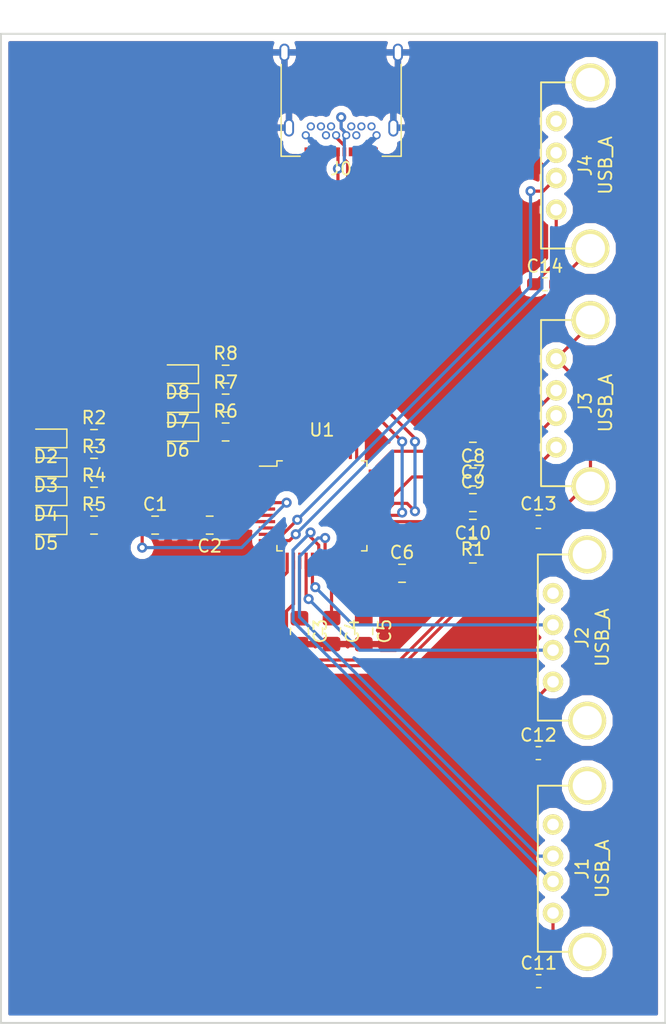
<source format=kicad_pcb>
(kicad_pcb (version 20171130) (host pcbnew 5.0.1)

  (general
    (thickness 1.6)
    (drawings 5)
    (tracks 197)
    (zones 0)
    (modules 35)
    (nets 48)
  )

  (page A4)
  (layers
    (0 F.Cu signal)
    (31 B.Cu signal)
    (32 B.Adhes user)
    (33 F.Adhes user)
    (34 B.Paste user)
    (35 F.Paste user)
    (36 B.SilkS user)
    (37 F.SilkS user)
    (38 B.Mask user)
    (39 F.Mask user)
    (40 Dwgs.User user)
    (41 Cmts.User user)
    (42 Eco1.User user)
    (43 Eco2.User user)
    (44 Edge.Cuts user)
    (45 Margin user)
    (46 B.CrtYd user)
    (47 F.CrtYd user)
    (48 B.Fab user)
    (49 F.Fab user)
  )

  (setup
    (last_trace_width 0.25)
    (trace_clearance 0.2)
    (zone_clearance 0.508)
    (zone_45_only no)
    (trace_min 0.2)
    (segment_width 0.2)
    (edge_width 0.15)
    (via_size 0.8)
    (via_drill 0.4)
    (via_min_size 0.4)
    (via_min_drill 0.3)
    (uvia_size 0.3)
    (uvia_drill 0.1)
    (uvias_allowed no)
    (uvia_min_size 0.2)
    (uvia_min_drill 0.1)
    (pcb_text_width 0.3)
    (pcb_text_size 1.5 1.5)
    (mod_edge_width 0.15)
    (mod_text_size 1 1)
    (mod_text_width 0.15)
    (pad_size 1.524 1.524)
    (pad_drill 0.762)
    (pad_to_mask_clearance 0.051)
    (solder_mask_min_width 0.25)
    (aux_axis_origin 0 0)
    (visible_elements FFFFFF7F)
    (pcbplotparams
      (layerselection 0x010fc_ffffffff)
      (usegerberextensions false)
      (usegerberattributes false)
      (usegerberadvancedattributes false)
      (creategerberjobfile false)
      (excludeedgelayer true)
      (linewidth 0.100000)
      (plotframeref false)
      (viasonmask false)
      (mode 1)
      (useauxorigin false)
      (hpglpennumber 1)
      (hpglpenspeed 20)
      (hpglpendiameter 15.000000)
      (psnegative false)
      (psa4output false)
      (plotreference true)
      (plotvalue true)
      (plotinvisibletext false)
      (padsonsilk false)
      (subtractmaskfromsilk false)
      (outputformat 1)
      (mirror false)
      (drillshape 1)
      (scaleselection 1)
      (outputdirectory ""))
  )

  (net 0 "")
  (net 1 "Net-(C1-Pad1)")
  (net 2 GND)
  (net 3 "Net-(C2-Pad1)")
  (net 4 "Net-(C3-Pad1)")
  (net 5 "Net-(C4-Pad1)")
  (net 6 "Net-(C5-Pad1)")
  (net 7 "Net-(C6-Pad1)")
  (net 8 "Net-(C7-Pad2)")
  (net 9 "Net-(C8-Pad1)")
  (net 10 "Net-(C9-Pad1)")
  (net 11 "Net-(C10-Pad1)")
  (net 12 /DRV)
  (net 13 "Net-(D2-Pad1)")
  (net 14 "Net-(D3-Pad1)")
  (net 15 "Net-(D4-Pad1)")
  (net 16 "Net-(D5-Pad1)")
  (net 17 "Net-(D6-Pad1)")
  (net 18 "Net-(D7-Pad1)")
  (net 19 "Net-(R1-Pad2)")
  (net 20 /LED1)
  (net 21 /LED2)
  (net 22 /LED3)
  (net 23 /LED4)
  (net 24 /LED5)
  (net 25 /LED6)
  (net 26 /LED7)
  (net 27 "Net-(U1-Pad42)")
  (net 28 "Net-(D8-Pad1)")
  (net 29 "Net-(C11-Pad1)")
  (net 30 "Net-(C11-Pad2)")
  (net 31 "Net-(C12-Pad2)")
  (net 32 "Net-(C12-Pad1)")
  (net 33 "Net-(C13-Pad1)")
  (net 34 "Net-(C13-Pad2)")
  (net 35 "Net-(C14-Pad2)")
  (net 36 "Net-(C14-Pad1)")
  (net 37 VBUS)
  (net 38 /DP0)
  (net 39 /DM0)
  (net 40 /DM1)
  (net 41 /DP1)
  (net 42 /DP2)
  (net 43 /DM2)
  (net 44 /DM3)
  (net 45 /DP3)
  (net 46 /DP4)
  (net 47 /DM4)

  (net_class Default "This is the default net class."
    (clearance 0.2)
    (trace_width 0.25)
    (via_dia 0.8)
    (via_drill 0.4)
    (uvia_dia 0.3)
    (uvia_drill 0.1)
    (add_net /DM0)
    (add_net /DM1)
    (add_net /DM2)
    (add_net /DM3)
    (add_net /DM4)
    (add_net /DP0)
    (add_net /DP1)
    (add_net /DP2)
    (add_net /DP3)
    (add_net /DP4)
    (add_net /DRV)
    (add_net /LED1)
    (add_net /LED2)
    (add_net /LED3)
    (add_net /LED4)
    (add_net /LED5)
    (add_net /LED6)
    (add_net /LED7)
    (add_net GND)
    (add_net "Net-(C1-Pad1)")
    (add_net "Net-(C10-Pad1)")
    (add_net "Net-(C11-Pad1)")
    (add_net "Net-(C11-Pad2)")
    (add_net "Net-(C12-Pad1)")
    (add_net "Net-(C12-Pad2)")
    (add_net "Net-(C13-Pad1)")
    (add_net "Net-(C13-Pad2)")
    (add_net "Net-(C14-Pad1)")
    (add_net "Net-(C14-Pad2)")
    (add_net "Net-(C2-Pad1)")
    (add_net "Net-(C3-Pad1)")
    (add_net "Net-(C4-Pad1)")
    (add_net "Net-(C5-Pad1)")
    (add_net "Net-(C6-Pad1)")
    (add_net "Net-(C7-Pad2)")
    (add_net "Net-(C8-Pad1)")
    (add_net "Net-(C9-Pad1)")
    (add_net "Net-(D2-Pad1)")
    (add_net "Net-(D3-Pad1)")
    (add_net "Net-(D4-Pad1)")
    (add_net "Net-(D5-Pad1)")
    (add_net "Net-(D6-Pad1)")
    (add_net "Net-(D7-Pad1)")
    (add_net "Net-(D8-Pad1)")
    (add_net "Net-(R1-Pad2)")
    (add_net "Net-(U1-Pad42)")
    (add_net VBUS)
  )

  (module Connector_USB:USB_C_Receptacle_Amphenol_12401548E4-2A (layer F.Cu) (tedit 5A142044) (tstamp 5BD1FF81)
    (at 114.046 49.276 180)
    (descr "USB TYPE C, RA RCPT PCB, Hybrid, https://www.amphenolcanada.com/StockAvailabilityPrice.aspx?From=&PartNum=12401548E4%7e2A")
    (tags "USB C Type-C Receptacle Hybrid")
    (path /5BD20D97)
    (attr smd)
    (fp_text reference J0 (at 0 -6.36 180) (layer F.SilkS)
      (effects (font (size 1 1) (thickness 0.15)))
    )
    (fp_text value USB_C_Receptacle_USB2.0 (at 0 6.14 180) (layer F.Fab)
      (effects (font (size 1 1) (thickness 0.15)))
    )
    (fp_text user %R (at 0 0 180) (layer F.Fab)
      (effects (font (size 1 1) (thickness 0.1)))
    )
    (fp_line (start -5.39 5.73) (end -5.39 -5.87) (layer F.CrtYd) (width 0.05))
    (fp_line (start 5.39 5.73) (end -5.39 5.73) (layer F.CrtYd) (width 0.05))
    (fp_line (start 5.39 -5.87) (end 5.39 5.73) (layer F.CrtYd) (width 0.05))
    (fp_line (start -5.39 -5.87) (end 5.39 -5.87) (layer F.CrtYd) (width 0.05))
    (fp_line (start 4.6 5.23) (end 4.6 -5.22) (layer F.Fab) (width 0.1))
    (fp_line (start -4.6 5.23) (end 4.6 5.23) (layer F.Fab) (width 0.1))
    (fp_line (start 3.25 -5.37) (end 4.75 -5.37) (layer F.SilkS) (width 0.12))
    (fp_line (start 4.75 -5.37) (end 4.75 1.89) (layer F.SilkS) (width 0.12))
    (fp_line (start -4.75 -5.37) (end -4.75 1.89) (layer F.SilkS) (width 0.12))
    (fp_line (start -4.75 -5.37) (end -3.25 -5.37) (layer F.SilkS) (width 0.12))
    (fp_line (start -4.6 -5.22) (end 4.6 -5.22) (layer F.Fab) (width 0.1))
    (fp_line (start -4.6 5.23) (end -4.6 -5.22) (layer F.Fab) (width 0.1))
    (pad S1 thru_hole oval (at -4.13 -3.11 180) (size 0.8 1.4) (drill oval 0.5 1.1) (layers *.Cu *.Mask)
      (net 2 GND))
    (pad A1 smd rect (at -2.75 -5.02 180) (size 0.3 0.7) (layers F.Cu F.Paste F.Mask)
      (net 2 GND))
    (pad A2 smd rect (at -2.25 -5.02 180) (size 0.3 0.7) (layers F.Cu F.Paste F.Mask))
    (pad A3 smd rect (at -1.75 -5.02 180) (size 0.3 0.7) (layers F.Cu F.Paste F.Mask))
    (pad A4 smd rect (at -1.25 -5.02 180) (size 0.3 0.7) (layers F.Cu F.Paste F.Mask)
      (net 37 VBUS))
    (pad A5 smd rect (at -0.75 -5.02 180) (size 0.3 0.7) (layers F.Cu F.Paste F.Mask))
    (pad A6 smd rect (at -0.25 -5.02 180) (size 0.3 0.7) (layers F.Cu F.Paste F.Mask)
      (net 38 /DP0))
    (pad A7 smd rect (at 0.25 -5.02 180) (size 0.3 0.7) (layers F.Cu F.Paste F.Mask)
      (net 39 /DM0))
    (pad A12 smd rect (at 2.75 -5.02 180) (size 0.3 0.7) (layers F.Cu F.Paste F.Mask)
      (net 2 GND))
    (pad A10 smd rect (at 1.75 -5.02 180) (size 0.3 0.7) (layers F.Cu F.Paste F.Mask))
    (pad A9 smd rect (at 1.25 -5.02 180) (size 0.3 0.7) (layers F.Cu F.Paste F.Mask)
      (net 37 VBUS))
    (pad A8 smd rect (at 0.75 -5.02 180) (size 0.3 0.7) (layers F.Cu F.Paste F.Mask))
    (pad A11 smd rect (at 2.25 -5.02 180) (size 0.3 0.7) (layers F.Cu F.Paste F.Mask))
    (pad S1 thru_hole oval (at 4.13 -3.11 180) (size 0.8 1.4) (drill oval 0.5 1.1) (layers *.Cu *.Mask)
      (net 2 GND))
    (pad S1 thru_hole oval (at 4.49 2.84 180) (size 0.8 1.4) (drill oval 0.5 1.1) (layers *.Cu *.Mask)
      (net 2 GND))
    (pad S1 thru_hole oval (at -4.49 2.84 180) (size 0.8 1.4) (drill oval 0.5 1.1) (layers *.Cu *.Mask)
      (net 2 GND))
    (pad "" np_thru_hole oval (at 3.6 -4.36 180) (size 0.95 0.65) (drill oval 0.95 0.65) (layers *.Cu *.Mask))
    (pad "" np_thru_hole circle (at -3.6 -4.36 180) (size 0.65 0.65) (drill 0.65) (layers *.Cu *.Mask))
    (pad B1 thru_hole circle (at 2.8 -3.71 180) (size 0.65 0.65) (drill 0.4) (layers *.Cu *.Mask)
      (net 2 GND))
    (pad B4 thru_hole circle (at 1.2 -3.71 180) (size 0.65 0.65) (drill 0.4) (layers *.Cu *.Mask)
      (net 37 VBUS))
    (pad B6 thru_hole circle (at 0.4 -3.71 180) (size 0.65 0.65) (drill 0.4) (layers *.Cu *.Mask)
      (net 38 /DP0))
    (pad B7 thru_hole circle (at -0.4 -3.71 180) (size 0.65 0.65) (drill 0.4) (layers *.Cu *.Mask)
      (net 39 /DM0))
    (pad B9 thru_hole circle (at -1.2 -3.71 180) (size 0.65 0.65) (drill 0.4) (layers *.Cu *.Mask)
      (net 37 VBUS))
    (pad B12 thru_hole circle (at -2.8 -3.71 180) (size 0.65 0.65) (drill 0.4) (layers *.Cu *.Mask)
      (net 2 GND))
    (pad B2 thru_hole circle (at 2.4 -3.01 180) (size 0.65 0.65) (drill 0.4) (layers *.Cu *.Mask))
    (pad B3 thru_hole circle (at 1.6 -3.01 180) (size 0.65 0.65) (drill 0.4) (layers *.Cu *.Mask))
    (pad B5 thru_hole circle (at 0.8 -3.01 180) (size 0.65 0.65) (drill 0.4) (layers *.Cu *.Mask))
    (pad B8 thru_hole circle (at -0.8 -3.01 180) (size 0.65 0.65) (drill 0.4) (layers *.Cu *.Mask))
    (pad B10 thru_hole circle (at -1.6 -3.01 180) (size 0.65 0.65) (drill 0.4) (layers *.Cu *.Mask))
    (pad B11 thru_hole circle (at -2.4 -3.01 180) (size 0.65 0.65) (drill 0.4) (layers *.Cu *.Mask))
    (model ${KISYS3DMOD}/Connector_USB.3dshapes/USB_C_Receptacle_Amphenol_12401548E4-2A.wrl
      (at (xyz 0 0 0))
      (scale (xyz 1 1 1))
      (rotate (xyz 0 0 0))
    )
  )

  (module Capacitor_SMD:C_0805_2012Metric_Pad1.15x1.40mm_HandSolder (layer F.Cu) (tedit 5B36C52B) (tstamp 5BDDDD06)
    (at 99.323 83.82)
    (descr "Capacitor SMD 0805 (2012 Metric), square (rectangular) end terminal, IPC_7351 nominal with elongated pad for handsoldering. (Body size source: https://docs.google.com/spreadsheets/d/1BsfQQcO9C6DZCsRaXUlFlo91Tg2WpOkGARC1WS5S8t0/edit?usp=sharing), generated with kicad-footprint-generator")
    (tags "capacitor handsolder")
    (path /5BD281BC)
    (attr smd)
    (fp_text reference C1 (at 0 -1.65) (layer F.SilkS)
      (effects (font (size 1 1) (thickness 0.15)))
    )
    (fp_text value 0.1u (at 0 1.65) (layer F.Fab)
      (effects (font (size 1 1) (thickness 0.15)))
    )
    (fp_line (start -1 0.6) (end -1 -0.6) (layer F.Fab) (width 0.1))
    (fp_line (start -1 -0.6) (end 1 -0.6) (layer F.Fab) (width 0.1))
    (fp_line (start 1 -0.6) (end 1 0.6) (layer F.Fab) (width 0.1))
    (fp_line (start 1 0.6) (end -1 0.6) (layer F.Fab) (width 0.1))
    (fp_line (start -0.261252 -0.71) (end 0.261252 -0.71) (layer F.SilkS) (width 0.12))
    (fp_line (start -0.261252 0.71) (end 0.261252 0.71) (layer F.SilkS) (width 0.12))
    (fp_line (start -1.85 0.95) (end -1.85 -0.95) (layer F.CrtYd) (width 0.05))
    (fp_line (start -1.85 -0.95) (end 1.85 -0.95) (layer F.CrtYd) (width 0.05))
    (fp_line (start 1.85 -0.95) (end 1.85 0.95) (layer F.CrtYd) (width 0.05))
    (fp_line (start 1.85 0.95) (end -1.85 0.95) (layer F.CrtYd) (width 0.05))
    (fp_text user %R (at 0 0) (layer F.Fab)
      (effects (font (size 0.5 0.5) (thickness 0.08)))
    )
    (pad 1 smd roundrect (at -1.025 0) (size 1.15 1.4) (layers F.Cu F.Paste F.Mask) (roundrect_rratio 0.217391)
      (net 1 "Net-(C1-Pad1)"))
    (pad 2 smd roundrect (at 1.025 0) (size 1.15 1.4) (layers F.Cu F.Paste F.Mask) (roundrect_rratio 0.217391)
      (net 2 GND))
    (model ${KISYS3DMOD}/Capacitor_SMD.3dshapes/C_0805_2012Metric.wrl
      (at (xyz 0 0 0))
      (scale (xyz 1 1 1))
      (rotate (xyz 0 0 0))
    )
  )

  (module Capacitor_SMD:C_0805_2012Metric_Pad1.15x1.40mm_HandSolder (layer F.Cu) (tedit 5B36C52B) (tstamp 5BDDDD17)
    (at 103.641 83.82 180)
    (descr "Capacitor SMD 0805 (2012 Metric), square (rectangular) end terminal, IPC_7351 nominal with elongated pad for handsoldering. (Body size source: https://docs.google.com/spreadsheets/d/1BsfQQcO9C6DZCsRaXUlFlo91Tg2WpOkGARC1WS5S8t0/edit?usp=sharing), generated with kicad-footprint-generator")
    (tags "capacitor handsolder")
    (path /5BD28162)
    (attr smd)
    (fp_text reference C2 (at 0 -1.65 180) (layer F.SilkS)
      (effects (font (size 1 1) (thickness 0.15)))
    )
    (fp_text value 10u (at 0 1.65 180) (layer F.Fab)
      (effects (font (size 1 1) (thickness 0.15)))
    )
    (fp_text user %R (at 0 0 180) (layer F.Fab)
      (effects (font (size 0.5 0.5) (thickness 0.08)))
    )
    (fp_line (start 1.85 0.95) (end -1.85 0.95) (layer F.CrtYd) (width 0.05))
    (fp_line (start 1.85 -0.95) (end 1.85 0.95) (layer F.CrtYd) (width 0.05))
    (fp_line (start -1.85 -0.95) (end 1.85 -0.95) (layer F.CrtYd) (width 0.05))
    (fp_line (start -1.85 0.95) (end -1.85 -0.95) (layer F.CrtYd) (width 0.05))
    (fp_line (start -0.261252 0.71) (end 0.261252 0.71) (layer F.SilkS) (width 0.12))
    (fp_line (start -0.261252 -0.71) (end 0.261252 -0.71) (layer F.SilkS) (width 0.12))
    (fp_line (start 1 0.6) (end -1 0.6) (layer F.Fab) (width 0.1))
    (fp_line (start 1 -0.6) (end 1 0.6) (layer F.Fab) (width 0.1))
    (fp_line (start -1 -0.6) (end 1 -0.6) (layer F.Fab) (width 0.1))
    (fp_line (start -1 0.6) (end -1 -0.6) (layer F.Fab) (width 0.1))
    (pad 2 smd roundrect (at 1.025 0 180) (size 1.15 1.4) (layers F.Cu F.Paste F.Mask) (roundrect_rratio 0.217391)
      (net 2 GND))
    (pad 1 smd roundrect (at -1.025 0 180) (size 1.15 1.4) (layers F.Cu F.Paste F.Mask) (roundrect_rratio 0.217391)
      (net 3 "Net-(C2-Pad1)"))
    (model ${KISYS3DMOD}/Capacitor_SMD.3dshapes/C_0805_2012Metric.wrl
      (at (xyz 0 0 0))
      (scale (xyz 1 1 1))
      (rotate (xyz 0 0 0))
    )
  )

  (module Capacitor_SMD:C_0805_2012Metric_Pad1.15x1.40mm_HandSolder (layer F.Cu) (tedit 5B36C52B) (tstamp 5BDDDD28)
    (at 110.744 92.211 270)
    (descr "Capacitor SMD 0805 (2012 Metric), square (rectangular) end terminal, IPC_7351 nominal with elongated pad for handsoldering. (Body size source: https://docs.google.com/spreadsheets/d/1BsfQQcO9C6DZCsRaXUlFlo91Tg2WpOkGARC1WS5S8t0/edit?usp=sharing), generated with kicad-footprint-generator")
    (tags "capacitor handsolder")
    (path /5BD28116)
    (attr smd)
    (fp_text reference C3 (at 0 -1.65 270) (layer F.SilkS)
      (effects (font (size 1 1) (thickness 0.15)))
    )
    (fp_text value 0.1u (at 0 1.65 270) (layer F.Fab)
      (effects (font (size 1 1) (thickness 0.15)))
    )
    (fp_line (start -1 0.6) (end -1 -0.6) (layer F.Fab) (width 0.1))
    (fp_line (start -1 -0.6) (end 1 -0.6) (layer F.Fab) (width 0.1))
    (fp_line (start 1 -0.6) (end 1 0.6) (layer F.Fab) (width 0.1))
    (fp_line (start 1 0.6) (end -1 0.6) (layer F.Fab) (width 0.1))
    (fp_line (start -0.261252 -0.71) (end 0.261252 -0.71) (layer F.SilkS) (width 0.12))
    (fp_line (start -0.261252 0.71) (end 0.261252 0.71) (layer F.SilkS) (width 0.12))
    (fp_line (start -1.85 0.95) (end -1.85 -0.95) (layer F.CrtYd) (width 0.05))
    (fp_line (start -1.85 -0.95) (end 1.85 -0.95) (layer F.CrtYd) (width 0.05))
    (fp_line (start 1.85 -0.95) (end 1.85 0.95) (layer F.CrtYd) (width 0.05))
    (fp_line (start 1.85 0.95) (end -1.85 0.95) (layer F.CrtYd) (width 0.05))
    (fp_text user %R (at 0 0 270) (layer F.Fab)
      (effects (font (size 0.5 0.5) (thickness 0.08)))
    )
    (pad 1 smd roundrect (at -1.025 0 270) (size 1.15 1.4) (layers F.Cu F.Paste F.Mask) (roundrect_rratio 0.217391)
      (net 4 "Net-(C3-Pad1)"))
    (pad 2 smd roundrect (at 1.025 0 270) (size 1.15 1.4) (layers F.Cu F.Paste F.Mask) (roundrect_rratio 0.217391)
      (net 2 GND))
    (model ${KISYS3DMOD}/Capacitor_SMD.3dshapes/C_0805_2012Metric.wrl
      (at (xyz 0 0 0))
      (scale (xyz 1 1 1))
      (rotate (xyz 0 0 0))
    )
  )

  (module Capacitor_SMD:C_0805_2012Metric_Pad1.15x1.40mm_HandSolder (layer F.Cu) (tedit 5B36C52B) (tstamp 5BDDDD39)
    (at 113.284 92.202 270)
    (descr "Capacitor SMD 0805 (2012 Metric), square (rectangular) end terminal, IPC_7351 nominal with elongated pad for handsoldering. (Body size source: https://docs.google.com/spreadsheets/d/1BsfQQcO9C6DZCsRaXUlFlo91Tg2WpOkGARC1WS5S8t0/edit?usp=sharing), generated with kicad-footprint-generator")
    (tags "capacitor handsolder")
    (path /5BD280C6)
    (attr smd)
    (fp_text reference C4 (at 0 -1.65 270) (layer F.SilkS)
      (effects (font (size 1 1) (thickness 0.15)))
    )
    (fp_text value 0.1u (at 0 1.65 270) (layer F.Fab)
      (effects (font (size 1 1) (thickness 0.15)))
    )
    (fp_text user %R (at 0 0 270) (layer F.Fab)
      (effects (font (size 0.5 0.5) (thickness 0.08)))
    )
    (fp_line (start 1.85 0.95) (end -1.85 0.95) (layer F.CrtYd) (width 0.05))
    (fp_line (start 1.85 -0.95) (end 1.85 0.95) (layer F.CrtYd) (width 0.05))
    (fp_line (start -1.85 -0.95) (end 1.85 -0.95) (layer F.CrtYd) (width 0.05))
    (fp_line (start -1.85 0.95) (end -1.85 -0.95) (layer F.CrtYd) (width 0.05))
    (fp_line (start -0.261252 0.71) (end 0.261252 0.71) (layer F.SilkS) (width 0.12))
    (fp_line (start -0.261252 -0.71) (end 0.261252 -0.71) (layer F.SilkS) (width 0.12))
    (fp_line (start 1 0.6) (end -1 0.6) (layer F.Fab) (width 0.1))
    (fp_line (start 1 -0.6) (end 1 0.6) (layer F.Fab) (width 0.1))
    (fp_line (start -1 -0.6) (end 1 -0.6) (layer F.Fab) (width 0.1))
    (fp_line (start -1 0.6) (end -1 -0.6) (layer F.Fab) (width 0.1))
    (pad 2 smd roundrect (at 1.025 0 270) (size 1.15 1.4) (layers F.Cu F.Paste F.Mask) (roundrect_rratio 0.217391)
      (net 2 GND))
    (pad 1 smd roundrect (at -1.025 0 270) (size 1.15 1.4) (layers F.Cu F.Paste F.Mask) (roundrect_rratio 0.217391)
      (net 5 "Net-(C4-Pad1)"))
    (model ${KISYS3DMOD}/Capacitor_SMD.3dshapes/C_0805_2012Metric.wrl
      (at (xyz 0 0 0))
      (scale (xyz 1 1 1))
      (rotate (xyz 0 0 0))
    )
  )

  (module Capacitor_SMD:C_0805_2012Metric_Pad1.15x1.40mm_HandSolder (layer F.Cu) (tedit 5B36C52B) (tstamp 5BDDDD4A)
    (at 115.833 92.211 270)
    (descr "Capacitor SMD 0805 (2012 Metric), square (rectangular) end terminal, IPC_7351 nominal with elongated pad for handsoldering. (Body size source: https://docs.google.com/spreadsheets/d/1BsfQQcO9C6DZCsRaXUlFlo91Tg2WpOkGARC1WS5S8t0/edit?usp=sharing), generated with kicad-footprint-generator")
    (tags "capacitor handsolder")
    (path /5BD2807B)
    (attr smd)
    (fp_text reference C5 (at 0 -1.65 270) (layer F.SilkS)
      (effects (font (size 1 1) (thickness 0.15)))
    )
    (fp_text value 0.1u (at 0 1.65 270) (layer F.Fab)
      (effects (font (size 1 1) (thickness 0.15)))
    )
    (fp_line (start -1 0.6) (end -1 -0.6) (layer F.Fab) (width 0.1))
    (fp_line (start -1 -0.6) (end 1 -0.6) (layer F.Fab) (width 0.1))
    (fp_line (start 1 -0.6) (end 1 0.6) (layer F.Fab) (width 0.1))
    (fp_line (start 1 0.6) (end -1 0.6) (layer F.Fab) (width 0.1))
    (fp_line (start -0.261252 -0.71) (end 0.261252 -0.71) (layer F.SilkS) (width 0.12))
    (fp_line (start -0.261252 0.71) (end 0.261252 0.71) (layer F.SilkS) (width 0.12))
    (fp_line (start -1.85 0.95) (end -1.85 -0.95) (layer F.CrtYd) (width 0.05))
    (fp_line (start -1.85 -0.95) (end 1.85 -0.95) (layer F.CrtYd) (width 0.05))
    (fp_line (start 1.85 -0.95) (end 1.85 0.95) (layer F.CrtYd) (width 0.05))
    (fp_line (start 1.85 0.95) (end -1.85 0.95) (layer F.CrtYd) (width 0.05))
    (fp_text user %R (at 0 0 270) (layer F.Fab)
      (effects (font (size 0.5 0.5) (thickness 0.08)))
    )
    (pad 1 smd roundrect (at -1.025 0 270) (size 1.15 1.4) (layers F.Cu F.Paste F.Mask) (roundrect_rratio 0.217391)
      (net 6 "Net-(C5-Pad1)"))
    (pad 2 smd roundrect (at 1.025 0 270) (size 1.15 1.4) (layers F.Cu F.Paste F.Mask) (roundrect_rratio 0.217391)
      (net 2 GND))
    (model ${KISYS3DMOD}/Capacitor_SMD.3dshapes/C_0805_2012Metric.wrl
      (at (xyz 0 0 0))
      (scale (xyz 1 1 1))
      (rotate (xyz 0 0 0))
    )
  )

  (module Capacitor_SMD:C_0805_2012Metric_Pad1.15x1.40mm_HandSolder (layer F.Cu) (tedit 5B36C52B) (tstamp 5BDDDD5B)
    (at 118.863 87.63)
    (descr "Capacitor SMD 0805 (2012 Metric), square (rectangular) end terminal, IPC_7351 nominal with elongated pad for handsoldering. (Body size source: https://docs.google.com/spreadsheets/d/1BsfQQcO9C6DZCsRaXUlFlo91Tg2WpOkGARC1WS5S8t0/edit?usp=sharing), generated with kicad-footprint-generator")
    (tags "capacitor handsolder")
    (path /5BD2803B)
    (attr smd)
    (fp_text reference C6 (at 0 -1.65) (layer F.SilkS)
      (effects (font (size 1 1) (thickness 0.15)))
    )
    (fp_text value 10u (at 0 1.65) (layer F.Fab)
      (effects (font (size 1 1) (thickness 0.15)))
    )
    (fp_text user %R (at 0 0) (layer F.Fab)
      (effects (font (size 0.5 0.5) (thickness 0.08)))
    )
    (fp_line (start 1.85 0.95) (end -1.85 0.95) (layer F.CrtYd) (width 0.05))
    (fp_line (start 1.85 -0.95) (end 1.85 0.95) (layer F.CrtYd) (width 0.05))
    (fp_line (start -1.85 -0.95) (end 1.85 -0.95) (layer F.CrtYd) (width 0.05))
    (fp_line (start -1.85 0.95) (end -1.85 -0.95) (layer F.CrtYd) (width 0.05))
    (fp_line (start -0.261252 0.71) (end 0.261252 0.71) (layer F.SilkS) (width 0.12))
    (fp_line (start -0.261252 -0.71) (end 0.261252 -0.71) (layer F.SilkS) (width 0.12))
    (fp_line (start 1 0.6) (end -1 0.6) (layer F.Fab) (width 0.1))
    (fp_line (start 1 -0.6) (end 1 0.6) (layer F.Fab) (width 0.1))
    (fp_line (start -1 -0.6) (end 1 -0.6) (layer F.Fab) (width 0.1))
    (fp_line (start -1 0.6) (end -1 -0.6) (layer F.Fab) (width 0.1))
    (pad 2 smd roundrect (at 1.025 0) (size 1.15 1.4) (layers F.Cu F.Paste F.Mask) (roundrect_rratio 0.217391)
      (net 2 GND))
    (pad 1 smd roundrect (at -1.025 0) (size 1.15 1.4) (layers F.Cu F.Paste F.Mask) (roundrect_rratio 0.217391)
      (net 7 "Net-(C6-Pad1)"))
    (model ${KISYS3DMOD}/Capacitor_SMD.3dshapes/C_0805_2012Metric.wrl
      (at (xyz 0 0 0))
      (scale (xyz 1 1 1))
      (rotate (xyz 0 0 0))
    )
  )

  (module Capacitor_SMD:C_0805_2012Metric_Pad1.15x1.40mm_HandSolder (layer F.Cu) (tedit 5B36C52B) (tstamp 5BDDDD6C)
    (at 124.469 77.978 180)
    (descr "Capacitor SMD 0805 (2012 Metric), square (rectangular) end terminal, IPC_7351 nominal with elongated pad for handsoldering. (Body size source: https://docs.google.com/spreadsheets/d/1BsfQQcO9C6DZCsRaXUlFlo91Tg2WpOkGARC1WS5S8t0/edit?usp=sharing), generated with kicad-footprint-generator")
    (tags "capacitor handsolder")
    (path /5BD27E55)
    (attr smd)
    (fp_text reference C7 (at 0 -1.65 180) (layer F.SilkS)
      (effects (font (size 1 1) (thickness 0.15)))
    )
    (fp_text value 0.1u (at 0 1.65 180) (layer F.Fab)
      (effects (font (size 1 1) (thickness 0.15)))
    )
    (fp_text user %R (at 0 0 180) (layer F.Fab)
      (effects (font (size 0.5 0.5) (thickness 0.08)))
    )
    (fp_line (start 1.85 0.95) (end -1.85 0.95) (layer F.CrtYd) (width 0.05))
    (fp_line (start 1.85 -0.95) (end 1.85 0.95) (layer F.CrtYd) (width 0.05))
    (fp_line (start -1.85 -0.95) (end 1.85 -0.95) (layer F.CrtYd) (width 0.05))
    (fp_line (start -1.85 0.95) (end -1.85 -0.95) (layer F.CrtYd) (width 0.05))
    (fp_line (start -0.261252 0.71) (end 0.261252 0.71) (layer F.SilkS) (width 0.12))
    (fp_line (start -0.261252 -0.71) (end 0.261252 -0.71) (layer F.SilkS) (width 0.12))
    (fp_line (start 1 0.6) (end -1 0.6) (layer F.Fab) (width 0.1))
    (fp_line (start 1 -0.6) (end 1 0.6) (layer F.Fab) (width 0.1))
    (fp_line (start -1 -0.6) (end 1 -0.6) (layer F.Fab) (width 0.1))
    (fp_line (start -1 0.6) (end -1 -0.6) (layer F.Fab) (width 0.1))
    (pad 2 smd roundrect (at 1.025 0 180) (size 1.15 1.4) (layers F.Cu F.Paste F.Mask) (roundrect_rratio 0.217391)
      (net 8 "Net-(C7-Pad2)"))
    (pad 1 smd roundrect (at -1.025 0 180) (size 1.15 1.4) (layers F.Cu F.Paste F.Mask) (roundrect_rratio 0.217391)
      (net 2 GND))
    (model ${KISYS3DMOD}/Capacitor_SMD.3dshapes/C_0805_2012Metric.wrl
      (at (xyz 0 0 0))
      (scale (xyz 1 1 1))
      (rotate (xyz 0 0 0))
    )
  )

  (module Capacitor_SMD:C_0805_2012Metric_Pad1.15x1.40mm_HandSolder (layer F.Cu) (tedit 5B36C52B) (tstamp 5BDDDD7D)
    (at 124.469 80.01)
    (descr "Capacitor SMD 0805 (2012 Metric), square (rectangular) end terminal, IPC_7351 nominal with elongated pad for handsoldering. (Body size source: https://docs.google.com/spreadsheets/d/1BsfQQcO9C6DZCsRaXUlFlo91Tg2WpOkGARC1WS5S8t0/edit?usp=sharing), generated with kicad-footprint-generator")
    (tags "capacitor handsolder")
    (path /5BD27F11)
    (attr smd)
    (fp_text reference C8 (at 0 -1.65) (layer F.SilkS)
      (effects (font (size 1 1) (thickness 0.15)))
    )
    (fp_text value 0.1u (at 0 1.65) (layer F.Fab)
      (effects (font (size 1 1) (thickness 0.15)))
    )
    (fp_line (start -1 0.6) (end -1 -0.6) (layer F.Fab) (width 0.1))
    (fp_line (start -1 -0.6) (end 1 -0.6) (layer F.Fab) (width 0.1))
    (fp_line (start 1 -0.6) (end 1 0.6) (layer F.Fab) (width 0.1))
    (fp_line (start 1 0.6) (end -1 0.6) (layer F.Fab) (width 0.1))
    (fp_line (start -0.261252 -0.71) (end 0.261252 -0.71) (layer F.SilkS) (width 0.12))
    (fp_line (start -0.261252 0.71) (end 0.261252 0.71) (layer F.SilkS) (width 0.12))
    (fp_line (start -1.85 0.95) (end -1.85 -0.95) (layer F.CrtYd) (width 0.05))
    (fp_line (start -1.85 -0.95) (end 1.85 -0.95) (layer F.CrtYd) (width 0.05))
    (fp_line (start 1.85 -0.95) (end 1.85 0.95) (layer F.CrtYd) (width 0.05))
    (fp_line (start 1.85 0.95) (end -1.85 0.95) (layer F.CrtYd) (width 0.05))
    (fp_text user %R (at 0 0) (layer F.Fab)
      (effects (font (size 0.5 0.5) (thickness 0.08)))
    )
    (pad 1 smd roundrect (at -1.025 0) (size 1.15 1.4) (layers F.Cu F.Paste F.Mask) (roundrect_rratio 0.217391)
      (net 9 "Net-(C8-Pad1)"))
    (pad 2 smd roundrect (at 1.025 0) (size 1.15 1.4) (layers F.Cu F.Paste F.Mask) (roundrect_rratio 0.217391)
      (net 2 GND))
    (model ${KISYS3DMOD}/Capacitor_SMD.3dshapes/C_0805_2012Metric.wrl
      (at (xyz 0 0 0))
      (scale (xyz 1 1 1))
      (rotate (xyz 0 0 0))
    )
  )

  (module Capacitor_SMD:C_0805_2012Metric_Pad1.15x1.40mm_HandSolder (layer F.Cu) (tedit 5B36C52B) (tstamp 5BDDDD8E)
    (at 124.469 82.042)
    (descr "Capacitor SMD 0805 (2012 Metric), square (rectangular) end terminal, IPC_7351 nominal with elongated pad for handsoldering. (Body size source: https://docs.google.com/spreadsheets/d/1BsfQQcO9C6DZCsRaXUlFlo91Tg2WpOkGARC1WS5S8t0/edit?usp=sharing), generated with kicad-footprint-generator")
    (tags "capacitor handsolder")
    (path /5BD27F48)
    (attr smd)
    (fp_text reference C9 (at 0 -1.65) (layer F.SilkS)
      (effects (font (size 1 1) (thickness 0.15)))
    )
    (fp_text value 0.1u (at 0 1.65) (layer F.Fab)
      (effects (font (size 1 1) (thickness 0.15)))
    )
    (fp_text user %R (at 0 0) (layer F.Fab)
      (effects (font (size 0.5 0.5) (thickness 0.08)))
    )
    (fp_line (start 1.85 0.95) (end -1.85 0.95) (layer F.CrtYd) (width 0.05))
    (fp_line (start 1.85 -0.95) (end 1.85 0.95) (layer F.CrtYd) (width 0.05))
    (fp_line (start -1.85 -0.95) (end 1.85 -0.95) (layer F.CrtYd) (width 0.05))
    (fp_line (start -1.85 0.95) (end -1.85 -0.95) (layer F.CrtYd) (width 0.05))
    (fp_line (start -0.261252 0.71) (end 0.261252 0.71) (layer F.SilkS) (width 0.12))
    (fp_line (start -0.261252 -0.71) (end 0.261252 -0.71) (layer F.SilkS) (width 0.12))
    (fp_line (start 1 0.6) (end -1 0.6) (layer F.Fab) (width 0.1))
    (fp_line (start 1 -0.6) (end 1 0.6) (layer F.Fab) (width 0.1))
    (fp_line (start -1 -0.6) (end 1 -0.6) (layer F.Fab) (width 0.1))
    (fp_line (start -1 0.6) (end -1 -0.6) (layer F.Fab) (width 0.1))
    (pad 2 smd roundrect (at 1.025 0) (size 1.15 1.4) (layers F.Cu F.Paste F.Mask) (roundrect_rratio 0.217391)
      (net 2 GND))
    (pad 1 smd roundrect (at -1.025 0) (size 1.15 1.4) (layers F.Cu F.Paste F.Mask) (roundrect_rratio 0.217391)
      (net 10 "Net-(C9-Pad1)"))
    (model ${KISYS3DMOD}/Capacitor_SMD.3dshapes/C_0805_2012Metric.wrl
      (at (xyz 0 0 0))
      (scale (xyz 1 1 1))
      (rotate (xyz 0 0 0))
    )
  )

  (module Capacitor_SMD:C_0805_2012Metric_Pad1.15x1.40mm_HandSolder (layer F.Cu) (tedit 5B36C52B) (tstamp 5BDDDD9F)
    (at 124.469 86.106)
    (descr "Capacitor SMD 0805 (2012 Metric), square (rectangular) end terminal, IPC_7351 nominal with elongated pad for handsoldering. (Body size source: https://docs.google.com/spreadsheets/d/1BsfQQcO9C6DZCsRaXUlFlo91Tg2WpOkGARC1WS5S8t0/edit?usp=sharing), generated with kicad-footprint-generator")
    (tags "capacitor handsolder")
    (path /5BD27F84)
    (attr smd)
    (fp_text reference C10 (at 0 -1.65) (layer F.SilkS)
      (effects (font (size 1 1) (thickness 0.15)))
    )
    (fp_text value 0.1u (at 0 1.65) (layer F.Fab)
      (effects (font (size 1 1) (thickness 0.15)))
    )
    (fp_line (start -1 0.6) (end -1 -0.6) (layer F.Fab) (width 0.1))
    (fp_line (start -1 -0.6) (end 1 -0.6) (layer F.Fab) (width 0.1))
    (fp_line (start 1 -0.6) (end 1 0.6) (layer F.Fab) (width 0.1))
    (fp_line (start 1 0.6) (end -1 0.6) (layer F.Fab) (width 0.1))
    (fp_line (start -0.261252 -0.71) (end 0.261252 -0.71) (layer F.SilkS) (width 0.12))
    (fp_line (start -0.261252 0.71) (end 0.261252 0.71) (layer F.SilkS) (width 0.12))
    (fp_line (start -1.85 0.95) (end -1.85 -0.95) (layer F.CrtYd) (width 0.05))
    (fp_line (start -1.85 -0.95) (end 1.85 -0.95) (layer F.CrtYd) (width 0.05))
    (fp_line (start 1.85 -0.95) (end 1.85 0.95) (layer F.CrtYd) (width 0.05))
    (fp_line (start 1.85 0.95) (end -1.85 0.95) (layer F.CrtYd) (width 0.05))
    (fp_text user %R (at 0 0) (layer F.Fab)
      (effects (font (size 0.5 0.5) (thickness 0.08)))
    )
    (pad 1 smd roundrect (at -1.025 0) (size 1.15 1.4) (layers F.Cu F.Paste F.Mask) (roundrect_rratio 0.217391)
      (net 11 "Net-(C10-Pad1)"))
    (pad 2 smd roundrect (at 1.025 0) (size 1.15 1.4) (layers F.Cu F.Paste F.Mask) (roundrect_rratio 0.217391)
      (net 2 GND))
    (model ${KISYS3DMOD}/Capacitor_SMD.3dshapes/C_0805_2012Metric.wrl
      (at (xyz 0 0 0))
      (scale (xyz 1 1 1))
      (rotate (xyz 0 0 0))
    )
  )

  (module LED_SMD:LED_0603_1608Metric_Pad1.05x0.95mm_HandSolder (layer F.Cu) (tedit 5B4B45C9) (tstamp 5BDDDDC5)
    (at 90.678 76.962 180)
    (descr "LED SMD 0603 (1608 Metric), square (rectangular) end terminal, IPC_7351 nominal, (Body size source: http://www.tortai-tech.com/upload/download/2011102023233369053.pdf), generated with kicad-footprint-generator")
    (tags "LED handsolder")
    (path /5BD3157E)
    (attr smd)
    (fp_text reference D2 (at 0 -1.43 180) (layer F.SilkS)
      (effects (font (size 1 1) (thickness 0.15)))
    )
    (fp_text value LED (at 0 1.43 180) (layer F.Fab)
      (effects (font (size 1 1) (thickness 0.15)))
    )
    (fp_line (start 0.8 -0.4) (end -0.5 -0.4) (layer F.Fab) (width 0.1))
    (fp_line (start -0.5 -0.4) (end -0.8 -0.1) (layer F.Fab) (width 0.1))
    (fp_line (start -0.8 -0.1) (end -0.8 0.4) (layer F.Fab) (width 0.1))
    (fp_line (start -0.8 0.4) (end 0.8 0.4) (layer F.Fab) (width 0.1))
    (fp_line (start 0.8 0.4) (end 0.8 -0.4) (layer F.Fab) (width 0.1))
    (fp_line (start 0.8 -0.735) (end -1.66 -0.735) (layer F.SilkS) (width 0.12))
    (fp_line (start -1.66 -0.735) (end -1.66 0.735) (layer F.SilkS) (width 0.12))
    (fp_line (start -1.66 0.735) (end 0.8 0.735) (layer F.SilkS) (width 0.12))
    (fp_line (start -1.65 0.73) (end -1.65 -0.73) (layer F.CrtYd) (width 0.05))
    (fp_line (start -1.65 -0.73) (end 1.65 -0.73) (layer F.CrtYd) (width 0.05))
    (fp_line (start 1.65 -0.73) (end 1.65 0.73) (layer F.CrtYd) (width 0.05))
    (fp_line (start 1.65 0.73) (end -1.65 0.73) (layer F.CrtYd) (width 0.05))
    (fp_text user %R (at 0 0 180) (layer F.Fab)
      (effects (font (size 0.4 0.4) (thickness 0.06)))
    )
    (pad 1 smd roundrect (at -0.875 0 180) (size 1.05 0.95) (layers F.Cu F.Paste F.Mask) (roundrect_rratio 0.25)
      (net 13 "Net-(D2-Pad1)"))
    (pad 2 smd roundrect (at 0.875 0 180) (size 1.05 0.95) (layers F.Cu F.Paste F.Mask) (roundrect_rratio 0.25)
      (net 12 /DRV))
    (model ${KISYS3DMOD}/LED_SMD.3dshapes/LED_0603_1608Metric.wrl
      (at (xyz 0 0 0))
      (scale (xyz 1 1 1))
      (rotate (xyz 0 0 0))
    )
  )

  (module LED_SMD:LED_0603_1608Metric_Pad1.05x0.95mm_HandSolder (layer F.Cu) (tedit 5B4B45C9) (tstamp 5BDDF9F6)
    (at 90.678 79.248 180)
    (descr "LED SMD 0603 (1608 Metric), square (rectangular) end terminal, IPC_7351 nominal, (Body size source: http://www.tortai-tech.com/upload/download/2011102023233369053.pdf), generated with kicad-footprint-generator")
    (tags "LED handsolder")
    (path /5BD309AE)
    (attr smd)
    (fp_text reference D3 (at 0 -1.43 180) (layer F.SilkS)
      (effects (font (size 1 1) (thickness 0.15)))
    )
    (fp_text value LED (at 0 1.43 180) (layer F.Fab)
      (effects (font (size 1 1) (thickness 0.15)))
    )
    (fp_line (start 0.8 -0.4) (end -0.5 -0.4) (layer F.Fab) (width 0.1))
    (fp_line (start -0.5 -0.4) (end -0.8 -0.1) (layer F.Fab) (width 0.1))
    (fp_line (start -0.8 -0.1) (end -0.8 0.4) (layer F.Fab) (width 0.1))
    (fp_line (start -0.8 0.4) (end 0.8 0.4) (layer F.Fab) (width 0.1))
    (fp_line (start 0.8 0.4) (end 0.8 -0.4) (layer F.Fab) (width 0.1))
    (fp_line (start 0.8 -0.735) (end -1.66 -0.735) (layer F.SilkS) (width 0.12))
    (fp_line (start -1.66 -0.735) (end -1.66 0.735) (layer F.SilkS) (width 0.12))
    (fp_line (start -1.66 0.735) (end 0.8 0.735) (layer F.SilkS) (width 0.12))
    (fp_line (start -1.65 0.73) (end -1.65 -0.73) (layer F.CrtYd) (width 0.05))
    (fp_line (start -1.65 -0.73) (end 1.65 -0.73) (layer F.CrtYd) (width 0.05))
    (fp_line (start 1.65 -0.73) (end 1.65 0.73) (layer F.CrtYd) (width 0.05))
    (fp_line (start 1.65 0.73) (end -1.65 0.73) (layer F.CrtYd) (width 0.05))
    (fp_text user %R (at 0 0 270) (layer F.Fab)
      (effects (font (size 0.4 0.4) (thickness 0.06)))
    )
    (pad 1 smd roundrect (at -0.875 0 180) (size 1.05 0.95) (layers F.Cu F.Paste F.Mask) (roundrect_rratio 0.25)
      (net 14 "Net-(D3-Pad1)"))
    (pad 2 smd roundrect (at 0.875 0 180) (size 1.05 0.95) (layers F.Cu F.Paste F.Mask) (roundrect_rratio 0.25)
      (net 12 /DRV))
    (model ${KISYS3DMOD}/LED_SMD.3dshapes/LED_0603_1608Metric.wrl
      (at (xyz 0 0 0))
      (scale (xyz 1 1 1))
      (rotate (xyz 0 0 0))
    )
  )

  (module LED_SMD:LED_0603_1608Metric_Pad1.05x0.95mm_HandSolder (layer F.Cu) (tedit 5B4B45C9) (tstamp 5BDDDDEB)
    (at 90.678 81.534 180)
    (descr "LED SMD 0603 (1608 Metric), square (rectangular) end terminal, IPC_7351 nominal, (Body size source: http://www.tortai-tech.com/upload/download/2011102023233369053.pdf), generated with kicad-footprint-generator")
    (tags "LED handsolder")
    (path /5BD30A4D)
    (attr smd)
    (fp_text reference D4 (at 0 -1.43 180) (layer F.SilkS)
      (effects (font (size 1 1) (thickness 0.15)))
    )
    (fp_text value LED (at 0 1.43 180) (layer F.Fab)
      (effects (font (size 1 1) (thickness 0.15)))
    )
    (fp_text user %R (at 0 0 180) (layer F.Fab)
      (effects (font (size 0.4 0.4) (thickness 0.06)))
    )
    (fp_line (start 1.65 0.73) (end -1.65 0.73) (layer F.CrtYd) (width 0.05))
    (fp_line (start 1.65 -0.73) (end 1.65 0.73) (layer F.CrtYd) (width 0.05))
    (fp_line (start -1.65 -0.73) (end 1.65 -0.73) (layer F.CrtYd) (width 0.05))
    (fp_line (start -1.65 0.73) (end -1.65 -0.73) (layer F.CrtYd) (width 0.05))
    (fp_line (start -1.66 0.735) (end 0.8 0.735) (layer F.SilkS) (width 0.12))
    (fp_line (start -1.66 -0.735) (end -1.66 0.735) (layer F.SilkS) (width 0.12))
    (fp_line (start 0.8 -0.735) (end -1.66 -0.735) (layer F.SilkS) (width 0.12))
    (fp_line (start 0.8 0.4) (end 0.8 -0.4) (layer F.Fab) (width 0.1))
    (fp_line (start -0.8 0.4) (end 0.8 0.4) (layer F.Fab) (width 0.1))
    (fp_line (start -0.8 -0.1) (end -0.8 0.4) (layer F.Fab) (width 0.1))
    (fp_line (start -0.5 -0.4) (end -0.8 -0.1) (layer F.Fab) (width 0.1))
    (fp_line (start 0.8 -0.4) (end -0.5 -0.4) (layer F.Fab) (width 0.1))
    (pad 2 smd roundrect (at 0.875 0 180) (size 1.05 0.95) (layers F.Cu F.Paste F.Mask) (roundrect_rratio 0.25)
      (net 12 /DRV))
    (pad 1 smd roundrect (at -0.875 0 180) (size 1.05 0.95) (layers F.Cu F.Paste F.Mask) (roundrect_rratio 0.25)
      (net 15 "Net-(D4-Pad1)"))
    (model ${KISYS3DMOD}/LED_SMD.3dshapes/LED_0603_1608Metric.wrl
      (at (xyz 0 0 0))
      (scale (xyz 1 1 1))
      (rotate (xyz 0 0 0))
    )
  )

  (module LED_SMD:LED_0603_1608Metric_Pad1.05x0.95mm_HandSolder (layer F.Cu) (tedit 5B4B45C9) (tstamp 5BDDDDFE)
    (at 90.678 83.82 180)
    (descr "LED SMD 0603 (1608 Metric), square (rectangular) end terminal, IPC_7351 nominal, (Body size source: http://www.tortai-tech.com/upload/download/2011102023233369053.pdf), generated with kicad-footprint-generator")
    (tags "LED handsolder")
    (path /5BD30B0A)
    (attr smd)
    (fp_text reference D5 (at 0 -1.43 180) (layer F.SilkS)
      (effects (font (size 1 1) (thickness 0.15)))
    )
    (fp_text value LED (at 0 1.43 180) (layer F.Fab)
      (effects (font (size 1 1) (thickness 0.15)))
    )
    (fp_line (start 0.8 -0.4) (end -0.5 -0.4) (layer F.Fab) (width 0.1))
    (fp_line (start -0.5 -0.4) (end -0.8 -0.1) (layer F.Fab) (width 0.1))
    (fp_line (start -0.8 -0.1) (end -0.8 0.4) (layer F.Fab) (width 0.1))
    (fp_line (start -0.8 0.4) (end 0.8 0.4) (layer F.Fab) (width 0.1))
    (fp_line (start 0.8 0.4) (end 0.8 -0.4) (layer F.Fab) (width 0.1))
    (fp_line (start 0.8 -0.735) (end -1.66 -0.735) (layer F.SilkS) (width 0.12))
    (fp_line (start -1.66 -0.735) (end -1.66 0.735) (layer F.SilkS) (width 0.12))
    (fp_line (start -1.66 0.735) (end 0.8 0.735) (layer F.SilkS) (width 0.12))
    (fp_line (start -1.65 0.73) (end -1.65 -0.73) (layer F.CrtYd) (width 0.05))
    (fp_line (start -1.65 -0.73) (end 1.65 -0.73) (layer F.CrtYd) (width 0.05))
    (fp_line (start 1.65 -0.73) (end 1.65 0.73) (layer F.CrtYd) (width 0.05))
    (fp_line (start 1.65 0.73) (end -1.65 0.73) (layer F.CrtYd) (width 0.05))
    (fp_text user %R (at 0 0 180) (layer F.Fab)
      (effects (font (size 0.4 0.4) (thickness 0.06)))
    )
    (pad 1 smd roundrect (at -0.875 0 180) (size 1.05 0.95) (layers F.Cu F.Paste F.Mask) (roundrect_rratio 0.25)
      (net 16 "Net-(D5-Pad1)"))
    (pad 2 smd roundrect (at 0.875 0 180) (size 1.05 0.95) (layers F.Cu F.Paste F.Mask) (roundrect_rratio 0.25)
      (net 12 /DRV))
    (model ${KISYS3DMOD}/LED_SMD.3dshapes/LED_0603_1608Metric.wrl
      (at (xyz 0 0 0))
      (scale (xyz 1 1 1))
      (rotate (xyz 0 0 0))
    )
  )

  (module LED_SMD:LED_0603_1608Metric_Pad1.05x0.95mm_HandSolder (layer F.Cu) (tedit 5B4B45C9) (tstamp 5BDDDE11)
    (at 101.092 76.454 180)
    (descr "LED SMD 0603 (1608 Metric), square (rectangular) end terminal, IPC_7351 nominal, (Body size source: http://www.tortai-tech.com/upload/download/2011102023233369053.pdf), generated with kicad-footprint-generator")
    (tags "LED handsolder")
    (path /5BD30BB9)
    (attr smd)
    (fp_text reference D6 (at 0 -1.43 180) (layer F.SilkS)
      (effects (font (size 1 1) (thickness 0.15)))
    )
    (fp_text value LED (at 0 1.43 180) (layer F.Fab)
      (effects (font (size 1 1) (thickness 0.15)))
    )
    (fp_text user %R (at 0 0 180) (layer F.Fab)
      (effects (font (size 0.4 0.4) (thickness 0.06)))
    )
    (fp_line (start 1.65 0.73) (end -1.65 0.73) (layer F.CrtYd) (width 0.05))
    (fp_line (start 1.65 -0.73) (end 1.65 0.73) (layer F.CrtYd) (width 0.05))
    (fp_line (start -1.65 -0.73) (end 1.65 -0.73) (layer F.CrtYd) (width 0.05))
    (fp_line (start -1.65 0.73) (end -1.65 -0.73) (layer F.CrtYd) (width 0.05))
    (fp_line (start -1.66 0.735) (end 0.8 0.735) (layer F.SilkS) (width 0.12))
    (fp_line (start -1.66 -0.735) (end -1.66 0.735) (layer F.SilkS) (width 0.12))
    (fp_line (start 0.8 -0.735) (end -1.66 -0.735) (layer F.SilkS) (width 0.12))
    (fp_line (start 0.8 0.4) (end 0.8 -0.4) (layer F.Fab) (width 0.1))
    (fp_line (start -0.8 0.4) (end 0.8 0.4) (layer F.Fab) (width 0.1))
    (fp_line (start -0.8 -0.1) (end -0.8 0.4) (layer F.Fab) (width 0.1))
    (fp_line (start -0.5 -0.4) (end -0.8 -0.1) (layer F.Fab) (width 0.1))
    (fp_line (start 0.8 -0.4) (end -0.5 -0.4) (layer F.Fab) (width 0.1))
    (pad 2 smd roundrect (at 0.875 0 180) (size 1.05 0.95) (layers F.Cu F.Paste F.Mask) (roundrect_rratio 0.25)
      (net 12 /DRV))
    (pad 1 smd roundrect (at -0.875 0 180) (size 1.05 0.95) (layers F.Cu F.Paste F.Mask) (roundrect_rratio 0.25)
      (net 17 "Net-(D6-Pad1)"))
    (model ${KISYS3DMOD}/LED_SMD.3dshapes/LED_0603_1608Metric.wrl
      (at (xyz 0 0 0))
      (scale (xyz 1 1 1))
      (rotate (xyz 0 0 0))
    )
  )

  (module LED_SMD:LED_0603_1608Metric_Pad1.05x0.95mm_HandSolder (layer F.Cu) (tedit 5B4B45C9) (tstamp 5BDDEB6B)
    (at 101.092 74.168 180)
    (descr "LED SMD 0603 (1608 Metric), square (rectangular) end terminal, IPC_7351 nominal, (Body size source: http://www.tortai-tech.com/upload/download/2011102023233369053.pdf), generated with kicad-footprint-generator")
    (tags "LED handsolder")
    (path /5BD30CEA)
    (attr smd)
    (fp_text reference D7 (at 0 -1.43 180) (layer F.SilkS)
      (effects (font (size 1 1) (thickness 0.15)))
    )
    (fp_text value LED (at 0 1.43 180) (layer F.Fab)
      (effects (font (size 1 1) (thickness 0.15)))
    )
    (fp_line (start 0.8 -0.4) (end -0.5 -0.4) (layer F.Fab) (width 0.1))
    (fp_line (start -0.5 -0.4) (end -0.8 -0.1) (layer F.Fab) (width 0.1))
    (fp_line (start -0.8 -0.1) (end -0.8 0.4) (layer F.Fab) (width 0.1))
    (fp_line (start -0.8 0.4) (end 0.8 0.4) (layer F.Fab) (width 0.1))
    (fp_line (start 0.8 0.4) (end 0.8 -0.4) (layer F.Fab) (width 0.1))
    (fp_line (start 0.8 -0.735) (end -1.66 -0.735) (layer F.SilkS) (width 0.12))
    (fp_line (start -1.66 -0.735) (end -1.66 0.735) (layer F.SilkS) (width 0.12))
    (fp_line (start -1.66 0.735) (end 0.8 0.735) (layer F.SilkS) (width 0.12))
    (fp_line (start -1.65 0.73) (end -1.65 -0.73) (layer F.CrtYd) (width 0.05))
    (fp_line (start -1.65 -0.73) (end 1.65 -0.73) (layer F.CrtYd) (width 0.05))
    (fp_line (start 1.65 -0.73) (end 1.65 0.73) (layer F.CrtYd) (width 0.05))
    (fp_line (start 1.65 0.73) (end -1.65 0.73) (layer F.CrtYd) (width 0.05))
    (fp_text user %R (at 0 0 180) (layer F.Fab)
      (effects (font (size 0.4 0.4) (thickness 0.06)))
    )
    (pad 1 smd roundrect (at -0.875 0 180) (size 1.05 0.95) (layers F.Cu F.Paste F.Mask) (roundrect_rratio 0.25)
      (net 18 "Net-(D7-Pad1)"))
    (pad 2 smd roundrect (at 0.875 0 180) (size 1.05 0.95) (layers F.Cu F.Paste F.Mask) (roundrect_rratio 0.25)
      (net 12 /DRV))
    (model ${KISYS3DMOD}/LED_SMD.3dshapes/LED_0603_1608Metric.wrl
      (at (xyz 0 0 0))
      (scale (xyz 1 1 1))
      (rotate (xyz 0 0 0))
    )
  )

  (module Resistor_SMD:R_0805_2012Metric_Pad1.15x1.40mm_HandSolder (layer F.Cu) (tedit 5B36C52B) (tstamp 5BDDDE35)
    (at 124.469 84.074 180)
    (descr "Resistor SMD 0805 (2012 Metric), square (rectangular) end terminal, IPC_7351 nominal with elongated pad for handsoldering. (Body size source: https://docs.google.com/spreadsheets/d/1BsfQQcO9C6DZCsRaXUlFlo91Tg2WpOkGARC1WS5S8t0/edit?usp=sharing), generated with kicad-footprint-generator")
    (tags "resistor handsolder")
    (path /5BD2FAE7)
    (attr smd)
    (fp_text reference R1 (at 0 -1.65 180) (layer F.SilkS)
      (effects (font (size 1 1) (thickness 0.15)))
    )
    (fp_text value 2.7k (at 0 1.65 180) (layer F.Fab)
      (effects (font (size 1 1) (thickness 0.15)))
    )
    (fp_text user %R (at 0 0 180) (layer F.Fab)
      (effects (font (size 0.5 0.5) (thickness 0.08)))
    )
    (fp_line (start 1.85 0.95) (end -1.85 0.95) (layer F.CrtYd) (width 0.05))
    (fp_line (start 1.85 -0.95) (end 1.85 0.95) (layer F.CrtYd) (width 0.05))
    (fp_line (start -1.85 -0.95) (end 1.85 -0.95) (layer F.CrtYd) (width 0.05))
    (fp_line (start -1.85 0.95) (end -1.85 -0.95) (layer F.CrtYd) (width 0.05))
    (fp_line (start -0.261252 0.71) (end 0.261252 0.71) (layer F.SilkS) (width 0.12))
    (fp_line (start -0.261252 -0.71) (end 0.261252 -0.71) (layer F.SilkS) (width 0.12))
    (fp_line (start 1 0.6) (end -1 0.6) (layer F.Fab) (width 0.1))
    (fp_line (start 1 -0.6) (end 1 0.6) (layer F.Fab) (width 0.1))
    (fp_line (start -1 -0.6) (end 1 -0.6) (layer F.Fab) (width 0.1))
    (fp_line (start -1 0.6) (end -1 -0.6) (layer F.Fab) (width 0.1))
    (pad 2 smd roundrect (at 1.025 0 180) (size 1.15 1.4) (layers F.Cu F.Paste F.Mask) (roundrect_rratio 0.217391)
      (net 19 "Net-(R1-Pad2)"))
    (pad 1 smd roundrect (at -1.025 0 180) (size 1.15 1.4) (layers F.Cu F.Paste F.Mask) (roundrect_rratio 0.217391)
      (net 2 GND))
    (model ${KISYS3DMOD}/Resistor_SMD.3dshapes/R_0805_2012Metric.wrl
      (at (xyz 0 0 0))
      (scale (xyz 1 1 1))
      (rotate (xyz 0 0 0))
    )
  )

  (module Resistor_SMD:R_0805_2012Metric_Pad1.15x1.40mm_HandSolder (layer F.Cu) (tedit 5B36C52B) (tstamp 5BDDDE46)
    (at 94.488 76.971)
    (descr "Resistor SMD 0805 (2012 Metric), square (rectangular) end terminal, IPC_7351 nominal with elongated pad for handsoldering. (Body size source: https://docs.google.com/spreadsheets/d/1BsfQQcO9C6DZCsRaXUlFlo91Tg2WpOkGARC1WS5S8t0/edit?usp=sharing), generated with kicad-footprint-generator")
    (tags "resistor handsolder")
    (path /5BD31585)
    (attr smd)
    (fp_text reference R2 (at 0 -1.65) (layer F.SilkS)
      (effects (font (size 1 1) (thickness 0.15)))
    )
    (fp_text value 330 (at 0 1.65) (layer F.Fab)
      (effects (font (size 1 1) (thickness 0.15)))
    )
    (fp_line (start -1 0.6) (end -1 -0.6) (layer F.Fab) (width 0.1))
    (fp_line (start -1 -0.6) (end 1 -0.6) (layer F.Fab) (width 0.1))
    (fp_line (start 1 -0.6) (end 1 0.6) (layer F.Fab) (width 0.1))
    (fp_line (start 1 0.6) (end -1 0.6) (layer F.Fab) (width 0.1))
    (fp_line (start -0.261252 -0.71) (end 0.261252 -0.71) (layer F.SilkS) (width 0.12))
    (fp_line (start -0.261252 0.71) (end 0.261252 0.71) (layer F.SilkS) (width 0.12))
    (fp_line (start -1.85 0.95) (end -1.85 -0.95) (layer F.CrtYd) (width 0.05))
    (fp_line (start -1.85 -0.95) (end 1.85 -0.95) (layer F.CrtYd) (width 0.05))
    (fp_line (start 1.85 -0.95) (end 1.85 0.95) (layer F.CrtYd) (width 0.05))
    (fp_line (start 1.85 0.95) (end -1.85 0.95) (layer F.CrtYd) (width 0.05))
    (fp_text user %R (at 0 0 90) (layer F.Fab)
      (effects (font (size 0.5 0.5) (thickness 0.08)))
    )
    (pad 1 smd roundrect (at -1.025 0) (size 1.15 1.4) (layers F.Cu F.Paste F.Mask) (roundrect_rratio 0.217391)
      (net 13 "Net-(D2-Pad1)"))
    (pad 2 smd roundrect (at 1.025 0) (size 1.15 1.4) (layers F.Cu F.Paste F.Mask) (roundrect_rratio 0.217391)
      (net 20 /LED1))
    (model ${KISYS3DMOD}/Resistor_SMD.3dshapes/R_0805_2012Metric.wrl
      (at (xyz 0 0 0))
      (scale (xyz 1 1 1))
      (rotate (xyz 0 0 0))
    )
  )

  (module Resistor_SMD:R_0805_2012Metric_Pad1.15x1.40mm_HandSolder (layer F.Cu) (tedit 5B36C52B) (tstamp 5BDDDE57)
    (at 94.488 79.248)
    (descr "Resistor SMD 0805 (2012 Metric), square (rectangular) end terminal, IPC_7351 nominal with elongated pad for handsoldering. (Body size source: https://docs.google.com/spreadsheets/d/1BsfQQcO9C6DZCsRaXUlFlo91Tg2WpOkGARC1WS5S8t0/edit?usp=sharing), generated with kicad-footprint-generator")
    (tags "resistor handsolder")
    (path /5BD30E89)
    (attr smd)
    (fp_text reference R3 (at 0 -1.65) (layer F.SilkS)
      (effects (font (size 1 1) (thickness 0.15)))
    )
    (fp_text value 330 (at 0 1.65) (layer F.Fab)
      (effects (font (size 1 1) (thickness 0.15)))
    )
    (fp_line (start -1 0.6) (end -1 -0.6) (layer F.Fab) (width 0.1))
    (fp_line (start -1 -0.6) (end 1 -0.6) (layer F.Fab) (width 0.1))
    (fp_line (start 1 -0.6) (end 1 0.6) (layer F.Fab) (width 0.1))
    (fp_line (start 1 0.6) (end -1 0.6) (layer F.Fab) (width 0.1))
    (fp_line (start -0.261252 -0.71) (end 0.261252 -0.71) (layer F.SilkS) (width 0.12))
    (fp_line (start -0.261252 0.71) (end 0.261252 0.71) (layer F.SilkS) (width 0.12))
    (fp_line (start -1.85 0.95) (end -1.85 -0.95) (layer F.CrtYd) (width 0.05))
    (fp_line (start -1.85 -0.95) (end 1.85 -0.95) (layer F.CrtYd) (width 0.05))
    (fp_line (start 1.85 -0.95) (end 1.85 0.95) (layer F.CrtYd) (width 0.05))
    (fp_line (start 1.85 0.95) (end -1.85 0.95) (layer F.CrtYd) (width 0.05))
    (fp_text user %R (at 0 0) (layer F.Fab)
      (effects (font (size 0.5 0.5) (thickness 0.08)))
    )
    (pad 1 smd roundrect (at -1.025 0) (size 1.15 1.4) (layers F.Cu F.Paste F.Mask) (roundrect_rratio 0.217391)
      (net 14 "Net-(D3-Pad1)"))
    (pad 2 smd roundrect (at 1.025 0) (size 1.15 1.4) (layers F.Cu F.Paste F.Mask) (roundrect_rratio 0.217391)
      (net 21 /LED2))
    (model ${KISYS3DMOD}/Resistor_SMD.3dshapes/R_0805_2012Metric.wrl
      (at (xyz 0 0 0))
      (scale (xyz 1 1 1))
      (rotate (xyz 0 0 0))
    )
  )

  (module Resistor_SMD:R_0805_2012Metric_Pad1.15x1.40mm_HandSolder (layer F.Cu) (tedit 5B36C52B) (tstamp 5BDDDE68)
    (at 94.488 81.534)
    (descr "Resistor SMD 0805 (2012 Metric), square (rectangular) end terminal, IPC_7351 nominal with elongated pad for handsoldering. (Body size source: https://docs.google.com/spreadsheets/d/1BsfQQcO9C6DZCsRaXUlFlo91Tg2WpOkGARC1WS5S8t0/edit?usp=sharing), generated with kicad-footprint-generator")
    (tags "resistor handsolder")
    (path /5BD30F10)
    (attr smd)
    (fp_text reference R4 (at 0 -1.65) (layer F.SilkS)
      (effects (font (size 1 1) (thickness 0.15)))
    )
    (fp_text value 330 (at 0 1.65) (layer F.Fab)
      (effects (font (size 1 1) (thickness 0.15)))
    )
    (fp_text user %R (at 0 0) (layer F.Fab)
      (effects (font (size 0.5 0.5) (thickness 0.08)))
    )
    (fp_line (start 1.85 0.95) (end -1.85 0.95) (layer F.CrtYd) (width 0.05))
    (fp_line (start 1.85 -0.95) (end 1.85 0.95) (layer F.CrtYd) (width 0.05))
    (fp_line (start -1.85 -0.95) (end 1.85 -0.95) (layer F.CrtYd) (width 0.05))
    (fp_line (start -1.85 0.95) (end -1.85 -0.95) (layer F.CrtYd) (width 0.05))
    (fp_line (start -0.261252 0.71) (end 0.261252 0.71) (layer F.SilkS) (width 0.12))
    (fp_line (start -0.261252 -0.71) (end 0.261252 -0.71) (layer F.SilkS) (width 0.12))
    (fp_line (start 1 0.6) (end -1 0.6) (layer F.Fab) (width 0.1))
    (fp_line (start 1 -0.6) (end 1 0.6) (layer F.Fab) (width 0.1))
    (fp_line (start -1 -0.6) (end 1 -0.6) (layer F.Fab) (width 0.1))
    (fp_line (start -1 0.6) (end -1 -0.6) (layer F.Fab) (width 0.1))
    (pad 2 smd roundrect (at 1.025 0) (size 1.15 1.4) (layers F.Cu F.Paste F.Mask) (roundrect_rratio 0.217391)
      (net 22 /LED3))
    (pad 1 smd roundrect (at -1.025 0) (size 1.15 1.4) (layers F.Cu F.Paste F.Mask) (roundrect_rratio 0.217391)
      (net 15 "Net-(D4-Pad1)"))
    (model ${KISYS3DMOD}/Resistor_SMD.3dshapes/R_0805_2012Metric.wrl
      (at (xyz 0 0 0))
      (scale (xyz 1 1 1))
      (rotate (xyz 0 0 0))
    )
  )

  (module Resistor_SMD:R_0805_2012Metric_Pad1.15x1.40mm_HandSolder (layer F.Cu) (tedit 5B36C52B) (tstamp 5BDDDE79)
    (at 94.488 83.82)
    (descr "Resistor SMD 0805 (2012 Metric), square (rectangular) end terminal, IPC_7351 nominal with elongated pad for handsoldering. (Body size source: https://docs.google.com/spreadsheets/d/1BsfQQcO9C6DZCsRaXUlFlo91Tg2WpOkGARC1WS5S8t0/edit?usp=sharing), generated with kicad-footprint-generator")
    (tags "resistor handsolder")
    (path /5BD30F9C)
    (attr smd)
    (fp_text reference R5 (at 0 -1.65) (layer F.SilkS)
      (effects (font (size 1 1) (thickness 0.15)))
    )
    (fp_text value 330 (at 0 1.65) (layer F.Fab)
      (effects (font (size 1 1) (thickness 0.15)))
    )
    (fp_line (start -1 0.6) (end -1 -0.6) (layer F.Fab) (width 0.1))
    (fp_line (start -1 -0.6) (end 1 -0.6) (layer F.Fab) (width 0.1))
    (fp_line (start 1 -0.6) (end 1 0.6) (layer F.Fab) (width 0.1))
    (fp_line (start 1 0.6) (end -1 0.6) (layer F.Fab) (width 0.1))
    (fp_line (start -0.261252 -0.71) (end 0.261252 -0.71) (layer F.SilkS) (width 0.12))
    (fp_line (start -0.261252 0.71) (end 0.261252 0.71) (layer F.SilkS) (width 0.12))
    (fp_line (start -1.85 0.95) (end -1.85 -0.95) (layer F.CrtYd) (width 0.05))
    (fp_line (start -1.85 -0.95) (end 1.85 -0.95) (layer F.CrtYd) (width 0.05))
    (fp_line (start 1.85 -0.95) (end 1.85 0.95) (layer F.CrtYd) (width 0.05))
    (fp_line (start 1.85 0.95) (end -1.85 0.95) (layer F.CrtYd) (width 0.05))
    (fp_text user %R (at 0 0) (layer F.Fab)
      (effects (font (size 0.5 0.5) (thickness 0.08)))
    )
    (pad 1 smd roundrect (at -1.025 0) (size 1.15 1.4) (layers F.Cu F.Paste F.Mask) (roundrect_rratio 0.217391)
      (net 16 "Net-(D5-Pad1)"))
    (pad 2 smd roundrect (at 1.025 0) (size 1.15 1.4) (layers F.Cu F.Paste F.Mask) (roundrect_rratio 0.217391)
      (net 23 /LED4))
    (model ${KISYS3DMOD}/Resistor_SMD.3dshapes/R_0805_2012Metric.wrl
      (at (xyz 0 0 0))
      (scale (xyz 1 1 1))
      (rotate (xyz 0 0 0))
    )
  )

  (module Resistor_SMD:R_0805_2012Metric_Pad1.15x1.40mm_HandSolder (layer F.Cu) (tedit 5B36C52B) (tstamp 5BDDDE8A)
    (at 104.902 76.454)
    (descr "Resistor SMD 0805 (2012 Metric), square (rectangular) end terminal, IPC_7351 nominal with elongated pad for handsoldering. (Body size source: https://docs.google.com/spreadsheets/d/1BsfQQcO9C6DZCsRaXUlFlo91Tg2WpOkGARC1WS5S8t0/edit?usp=sharing), generated with kicad-footprint-generator")
    (tags "resistor handsolder")
    (path /5BD3102D)
    (attr smd)
    (fp_text reference R6 (at 0 -1.65) (layer F.SilkS)
      (effects (font (size 1 1) (thickness 0.15)))
    )
    (fp_text value 330 (at 0 1.65 -180) (layer F.Fab)
      (effects (font (size 1 1) (thickness 0.15)))
    )
    (fp_text user %R (at 0 0) (layer F.Fab)
      (effects (font (size 0.5 0.5) (thickness 0.08)))
    )
    (fp_line (start 1.85 0.95) (end -1.85 0.95) (layer F.CrtYd) (width 0.05))
    (fp_line (start 1.85 -0.95) (end 1.85 0.95) (layer F.CrtYd) (width 0.05))
    (fp_line (start -1.85 -0.95) (end 1.85 -0.95) (layer F.CrtYd) (width 0.05))
    (fp_line (start -1.85 0.95) (end -1.85 -0.95) (layer F.CrtYd) (width 0.05))
    (fp_line (start -0.261252 0.71) (end 0.261252 0.71) (layer F.SilkS) (width 0.12))
    (fp_line (start -0.261252 -0.71) (end 0.261252 -0.71) (layer F.SilkS) (width 0.12))
    (fp_line (start 1 0.6) (end -1 0.6) (layer F.Fab) (width 0.1))
    (fp_line (start 1 -0.6) (end 1 0.6) (layer F.Fab) (width 0.1))
    (fp_line (start -1 -0.6) (end 1 -0.6) (layer F.Fab) (width 0.1))
    (fp_line (start -1 0.6) (end -1 -0.6) (layer F.Fab) (width 0.1))
    (pad 2 smd roundrect (at 1.025 0) (size 1.15 1.4) (layers F.Cu F.Paste F.Mask) (roundrect_rratio 0.217391)
      (net 24 /LED5))
    (pad 1 smd roundrect (at -1.025 0) (size 1.15 1.4) (layers F.Cu F.Paste F.Mask) (roundrect_rratio 0.217391)
      (net 17 "Net-(D6-Pad1)"))
    (model ${KISYS3DMOD}/Resistor_SMD.3dshapes/R_0805_2012Metric.wrl
      (at (xyz 0 0 0))
      (scale (xyz 1 1 1))
      (rotate (xyz 0 0 0))
    )
  )

  (module Resistor_SMD:R_0805_2012Metric_Pad1.15x1.40mm_HandSolder (layer F.Cu) (tedit 5B36C52B) (tstamp 5BDDDE9B)
    (at 104.902 74.168)
    (descr "Resistor SMD 0805 (2012 Metric), square (rectangular) end terminal, IPC_7351 nominal with elongated pad for handsoldering. (Body size source: https://docs.google.com/spreadsheets/d/1BsfQQcO9C6DZCsRaXUlFlo91Tg2WpOkGARC1WS5S8t0/edit?usp=sharing), generated with kicad-footprint-generator")
    (tags "resistor handsolder")
    (path /5BD310C3)
    (attr smd)
    (fp_text reference R7 (at 0 -1.65) (layer F.SilkS)
      (effects (font (size 1 1) (thickness 0.15)))
    )
    (fp_text value 330 (at 0 1.65) (layer F.Fab)
      (effects (font (size 1 1) (thickness 0.15)))
    )
    (fp_line (start -1 0.6) (end -1 -0.6) (layer F.Fab) (width 0.1))
    (fp_line (start -1 -0.6) (end 1 -0.6) (layer F.Fab) (width 0.1))
    (fp_line (start 1 -0.6) (end 1 0.6) (layer F.Fab) (width 0.1))
    (fp_line (start 1 0.6) (end -1 0.6) (layer F.Fab) (width 0.1))
    (fp_line (start -0.261252 -0.71) (end 0.261252 -0.71) (layer F.SilkS) (width 0.12))
    (fp_line (start -0.261252 0.71) (end 0.261252 0.71) (layer F.SilkS) (width 0.12))
    (fp_line (start -1.85 0.95) (end -1.85 -0.95) (layer F.CrtYd) (width 0.05))
    (fp_line (start -1.85 -0.95) (end 1.85 -0.95) (layer F.CrtYd) (width 0.05))
    (fp_line (start 1.85 -0.95) (end 1.85 0.95) (layer F.CrtYd) (width 0.05))
    (fp_line (start 1.85 0.95) (end -1.85 0.95) (layer F.CrtYd) (width 0.05))
    (fp_text user %R (at 0 0 -180) (layer F.Fab)
      (effects (font (size 0.5 0.5) (thickness 0.08)))
    )
    (pad 1 smd roundrect (at -1.025 0) (size 1.15 1.4) (layers F.Cu F.Paste F.Mask) (roundrect_rratio 0.217391)
      (net 18 "Net-(D7-Pad1)"))
    (pad 2 smd roundrect (at 1.025 0) (size 1.15 1.4) (layers F.Cu F.Paste F.Mask) (roundrect_rratio 0.217391)
      (net 25 /LED6))
    (model ${KISYS3DMOD}/Resistor_SMD.3dshapes/R_0805_2012Metric.wrl
      (at (xyz 0 0 0))
      (scale (xyz 1 1 1))
      (rotate (xyz 0 0 0))
    )
  )

  (module Resistor_SMD:R_0805_2012Metric_Pad1.15x1.40mm_HandSolder (layer F.Cu) (tedit 5B36C52B) (tstamp 5BDDDEAC)
    (at 104.902 71.882)
    (descr "Resistor SMD 0805 (2012 Metric), square (rectangular) end terminal, IPC_7351 nominal with elongated pad for handsoldering. (Body size source: https://docs.google.com/spreadsheets/d/1BsfQQcO9C6DZCsRaXUlFlo91Tg2WpOkGARC1WS5S8t0/edit?usp=sharing), generated with kicad-footprint-generator")
    (tags "resistor handsolder")
    (path /5BD3115E)
    (attr smd)
    (fp_text reference R8 (at 0 -1.65) (layer F.SilkS)
      (effects (font (size 1 1) (thickness 0.15)))
    )
    (fp_text value 330 (at 0 1.65 -180) (layer F.Fab)
      (effects (font (size 1 1) (thickness 0.15)))
    )
    (fp_text user %R (at 0 0) (layer F.Fab)
      (effects (font (size 0.5 0.5) (thickness 0.08)))
    )
    (fp_line (start 1.85 0.95) (end -1.85 0.95) (layer F.CrtYd) (width 0.05))
    (fp_line (start 1.85 -0.95) (end 1.85 0.95) (layer F.CrtYd) (width 0.05))
    (fp_line (start -1.85 -0.95) (end 1.85 -0.95) (layer F.CrtYd) (width 0.05))
    (fp_line (start -1.85 0.95) (end -1.85 -0.95) (layer F.CrtYd) (width 0.05))
    (fp_line (start -0.261252 0.71) (end 0.261252 0.71) (layer F.SilkS) (width 0.12))
    (fp_line (start -0.261252 -0.71) (end 0.261252 -0.71) (layer F.SilkS) (width 0.12))
    (fp_line (start 1 0.6) (end -1 0.6) (layer F.Fab) (width 0.1))
    (fp_line (start 1 -0.6) (end 1 0.6) (layer F.Fab) (width 0.1))
    (fp_line (start -1 -0.6) (end 1 -0.6) (layer F.Fab) (width 0.1))
    (fp_line (start -1 0.6) (end -1 -0.6) (layer F.Fab) (width 0.1))
    (pad 2 smd roundrect (at 1.025 0) (size 1.15 1.4) (layers F.Cu F.Paste F.Mask) (roundrect_rratio 0.217391)
      (net 26 /LED7))
    (pad 1 smd roundrect (at -1.025 0) (size 1.15 1.4) (layers F.Cu F.Paste F.Mask) (roundrect_rratio 0.217391)
      (net 28 "Net-(D8-Pad1)"))
    (model ${KISYS3DMOD}/Resistor_SMD.3dshapes/R_0805_2012Metric.wrl
      (at (xyz 0 0 0))
      (scale (xyz 1 1 1))
      (rotate (xyz 0 0 0))
    )
  )

  (module Package_QFP:LQFP-48_7x7mm_P0.5mm (layer F.Cu) (tedit 5A5E2375) (tstamp 5BDDE6B7)
    (at 112.522 82.296)
    (descr "48 LEAD LQFP 7x7mm (see MICREL LQFP7x7-48LD-PL-1.pdf)")
    (tags "QFP 0.5")
    (path /5BD27DBD)
    (attr smd)
    (fp_text reference U1 (at 0 -6) (layer F.SilkS)
      (effects (font (size 1 1) (thickness 0.15)))
    )
    (fp_text value FE2.1 (at 0 6) (layer F.Fab)
      (effects (font (size 1 1) (thickness 0.15)))
    )
    (fp_line (start 3.13 3.75) (end 3.75 3.75) (layer F.CrtYd) (width 0.05))
    (fp_line (start 3.75 3.13) (end 3.75 3.75) (layer F.CrtYd) (width 0.05))
    (fp_line (start 3.13 5.25) (end 3.13 3.75) (layer F.CrtYd) (width 0.05))
    (fp_text user %R (at 0 0) (layer F.Fab)
      (effects (font (size 1 1) (thickness 0.15)))
    )
    (fp_line (start -2.5 -3.5) (end 3.5 -3.5) (layer F.Fab) (width 0.1))
    (fp_line (start 3.5 -3.5) (end 3.5 3.5) (layer F.Fab) (width 0.1))
    (fp_line (start 3.5 3.5) (end -3.5 3.5) (layer F.Fab) (width 0.1))
    (fp_line (start -3.5 3.5) (end -3.5 -2.5) (layer F.Fab) (width 0.1))
    (fp_line (start -3.5 -2.5) (end -2.5 -3.5) (layer F.Fab) (width 0.1))
    (fp_line (start -5.25 -3.13) (end -5.25 3.13) (layer F.CrtYd) (width 0.05))
    (fp_line (start 5.25 -3.13) (end 5.25 3.13) (layer F.CrtYd) (width 0.05))
    (fp_line (start -3.13 -5.25) (end 3.13 -5.25) (layer F.CrtYd) (width 0.05))
    (fp_line (start -3.13 5.25) (end 3.13 5.25) (layer F.CrtYd) (width 0.05))
    (fp_line (start 3.56 -3.56) (end 3.56 -3.14) (layer F.SilkS) (width 0.12))
    (fp_line (start 3.56 3.56) (end 3.56 3.14) (layer F.SilkS) (width 0.12))
    (fp_line (start -3.56 3.56) (end -3.56 3.14) (layer F.SilkS) (width 0.12))
    (fp_line (start -3.56 -3.56) (end -3.14 -3.56) (layer F.SilkS) (width 0.12))
    (fp_line (start 3.56 3.56) (end 3.14 3.56) (layer F.SilkS) (width 0.12))
    (fp_line (start 3.56 -3.56) (end 3.14 -3.56) (layer F.SilkS) (width 0.12))
    (fp_line (start -3.56 -3.14) (end -4.94 -3.14) (layer F.SilkS) (width 0.12))
    (fp_line (start -3.56 -3.56) (end -3.56 -3.14) (layer F.SilkS) (width 0.12))
    (fp_line (start -3.56 3.56) (end -3.14 3.56) (layer F.SilkS) (width 0.12))
    (fp_line (start 3.75 3.13) (end 5.25 3.13) (layer F.CrtYd) (width 0.05))
    (fp_line (start 3.75 -3.13) (end 5.25 -3.13) (layer F.CrtYd) (width 0.05))
    (fp_line (start 3.13 -3.75) (end 3.13 -5.25) (layer F.CrtYd) (width 0.05))
    (fp_line (start -3.13 -3.75) (end -3.13 -5.25) (layer F.CrtYd) (width 0.05))
    (fp_line (start -3.75 -3.13) (end -5.25 -3.13) (layer F.CrtYd) (width 0.05))
    (fp_line (start -3.75 3.13) (end -5.25 3.13) (layer F.CrtYd) (width 0.05))
    (fp_line (start -3.13 3.75) (end -3.13 5.25) (layer F.CrtYd) (width 0.05))
    (fp_line (start 3.13 -3.75) (end 3.75 -3.75) (layer F.CrtYd) (width 0.05))
    (fp_line (start 3.75 -3.13) (end 3.75 -3.75) (layer F.CrtYd) (width 0.05))
    (fp_line (start -3.75 3.13) (end -3.75 3.75) (layer F.CrtYd) (width 0.05))
    (fp_line (start -3.13 3.75) (end -3.75 3.75) (layer F.CrtYd) (width 0.05))
    (fp_line (start -3.75 -3.13) (end -3.75 -3.75) (layer F.CrtYd) (width 0.05))
    (fp_line (start -3.13 -3.75) (end -3.75 -3.75) (layer F.CrtYd) (width 0.05))
    (pad 1 smd rect (at -4.35 -2.75) (size 1.3 0.25) (layers F.Cu F.Paste F.Mask)
      (net 12 /DRV))
    (pad 2 smd rect (at -4.35 -2.25) (size 1.3 0.25) (layers F.Cu F.Paste F.Mask))
    (pad 3 smd rect (at -4.35 -1.75) (size 1.3 0.25) (layers F.Cu F.Paste F.Mask)
      (net 20 /LED1))
    (pad 4 smd rect (at -4.35 -1.25) (size 1.3 0.25) (layers F.Cu F.Paste F.Mask)
      (net 21 /LED2))
    (pad 5 smd rect (at -4.35 -0.75) (size 1.3 0.25) (layers F.Cu F.Paste F.Mask)
      (net 22 /LED3))
    (pad 6 smd rect (at -4.35 -0.25) (size 1.3 0.25) (layers F.Cu F.Paste F.Mask)
      (net 1 "Net-(C1-Pad1)"))
    (pad 7 smd rect (at -4.35 0.25) (size 1.3 0.25) (layers F.Cu F.Paste F.Mask)
      (net 23 /LED4))
    (pad 8 smd rect (at -4.35 0.75) (size 1.3 0.25) (layers F.Cu F.Paste F.Mask))
    (pad 9 smd rect (at -4.35 1.25) (size 1.3 0.25) (layers F.Cu F.Paste F.Mask)
      (net 3 "Net-(C2-Pad1)"))
    (pad 10 smd rect (at -4.35 1.75) (size 1.3 0.25) (layers F.Cu F.Paste F.Mask))
    (pad 11 smd rect (at -4.35 2.25) (size 1.3 0.25) (layers F.Cu F.Paste F.Mask)
      (net 47 /DM4))
    (pad 12 smd rect (at -4.35 2.75) (size 1.3 0.25) (layers F.Cu F.Paste F.Mask)
      (net 46 /DP4))
    (pad 13 smd rect (at -2.75 4.35 90) (size 1.3 0.25) (layers F.Cu F.Paste F.Mask)
      (net 44 /DM3))
    (pad 14 smd rect (at -2.25 4.35 90) (size 1.3 0.25) (layers F.Cu F.Paste F.Mask)
      (net 45 /DP3))
    (pad 15 smd rect (at -1.75 4.35 90) (size 1.3 0.25) (layers F.Cu F.Paste F.Mask)
      (net 4 "Net-(C3-Pad1)"))
    (pad 16 smd rect (at -1.25 4.35 90) (size 1.3 0.25) (layers F.Cu F.Paste F.Mask)
      (net 43 /DM2))
    (pad 17 smd rect (at -0.75 4.35 90) (size 1.3 0.25) (layers F.Cu F.Paste F.Mask)
      (net 42 /DP2))
    (pad 18 smd rect (at -0.25 4.35 90) (size 1.3 0.25) (layers F.Cu F.Paste F.Mask)
      (net 40 /DM1))
    (pad 19 smd rect (at 0.25 4.35 90) (size 1.3 0.25) (layers F.Cu F.Paste F.Mask)
      (net 41 /DP1))
    (pad 20 smd rect (at 0.75 4.35 90) (size 1.3 0.25) (layers F.Cu F.Paste F.Mask)
      (net 5 "Net-(C4-Pad1)"))
    (pad 21 smd rect (at 1.25 4.35 90) (size 1.3 0.25) (layers F.Cu F.Paste F.Mask)
      (net 6 "Net-(C5-Pad1)"))
    (pad 22 smd rect (at 1.75 4.35 90) (size 1.3 0.25) (layers F.Cu F.Paste F.Mask))
    (pad 23 smd rect (at 2.25 4.35 90) (size 1.3 0.25) (layers F.Cu F.Paste F.Mask))
    (pad 24 smd rect (at 2.75 4.35 90) (size 1.3 0.25) (layers F.Cu F.Paste F.Mask))
    (pad 25 smd rect (at 4.35 2.75) (size 1.3 0.25) (layers F.Cu F.Paste F.Mask)
      (net 7 "Net-(C6-Pad1)"))
    (pad 26 smd rect (at 4.35 2.25) (size 1.3 0.25) (layers F.Cu F.Paste F.Mask)
      (net 11 "Net-(C10-Pad1)"))
    (pad 27 smd rect (at 4.35 1.75) (size 1.3 0.25) (layers F.Cu F.Paste F.Mask)
      (net 19 "Net-(R1-Pad2)"))
    (pad 28 smd rect (at 4.35 1.25) (size 1.3 0.25) (layers F.Cu F.Paste F.Mask)
      (net 10 "Net-(C9-Pad1)"))
    (pad 29 smd rect (at 4.35 0.75) (size 1.3 0.25) (layers F.Cu F.Paste F.Mask)
      (net 39 /DM0))
    (pad 30 smd rect (at 4.35 0.25) (size 1.3 0.25) (layers F.Cu F.Paste F.Mask)
      (net 38 /DP0))
    (pad 31 smd rect (at 4.35 -0.25) (size 1.3 0.25) (layers F.Cu F.Paste F.Mask)
      (net 9 "Net-(C8-Pad1)"))
    (pad 32 smd rect (at 4.35 -0.75) (size 1.3 0.25) (layers F.Cu F.Paste F.Mask))
    (pad 33 smd rect (at 4.35 -1.25) (size 1.3 0.25) (layers F.Cu F.Paste F.Mask))
    (pad 34 smd rect (at 4.35 -1.75) (size 1.3 0.25) (layers F.Cu F.Paste F.Mask))
    (pad 35 smd rect (at 4.35 -2.25) (size 1.3 0.25) (layers F.Cu F.Paste F.Mask))
    (pad 36 smd rect (at 4.35 -2.75) (size 1.3 0.25) (layers F.Cu F.Paste F.Mask)
      (net 8 "Net-(C7-Pad2)"))
    (pad 37 smd rect (at 2.75 -4.35 90) (size 1.3 0.25) (layers F.Cu F.Paste F.Mask))
    (pad 38 smd rect (at 2.25 -4.35 90) (size 1.3 0.25) (layers F.Cu F.Paste F.Mask))
    (pad 39 smd rect (at 1.75 -4.35 90) (size 1.3 0.25) (layers F.Cu F.Paste F.Mask))
    (pad 40 smd rect (at 1.25 -4.35 90) (size 1.3 0.25) (layers F.Cu F.Paste F.Mask))
    (pad 41 smd rect (at 0.75 -4.35 90) (size 1.3 0.25) (layers F.Cu F.Paste F.Mask))
    (pad 42 smd rect (at 0.25 -4.35 90) (size 1.3 0.25) (layers F.Cu F.Paste F.Mask)
      (net 27 "Net-(U1-Pad42)"))
    (pad 43 smd rect (at -0.25 -4.35 90) (size 1.3 0.25) (layers F.Cu F.Paste F.Mask)
      (net 27 "Net-(U1-Pad42)"))
    (pad 44 smd rect (at -0.75 -4.35 90) (size 1.3 0.25) (layers F.Cu F.Paste F.Mask))
    (pad 45 smd rect (at -1.25 -4.35 90) (size 1.3 0.25) (layers F.Cu F.Paste F.Mask)
      (net 27 "Net-(U1-Pad42)"))
    (pad 46 smd rect (at -1.75 -4.35 90) (size 1.3 0.25) (layers F.Cu F.Paste F.Mask)
      (net 26 /LED7))
    (pad 47 smd rect (at -2.25 -4.35 90) (size 1.3 0.25) (layers F.Cu F.Paste F.Mask)
      (net 25 /LED6))
    (pad 48 smd rect (at -2.75 -4.35 90) (size 1.3 0.25) (layers F.Cu F.Paste F.Mask)
      (net 24 /LED5))
    (model ${KISYS3DMOD}/Package_QFP.3dshapes/LQFP-48_7x7mm_P0.5mm.wrl
      (at (xyz 0 0 0))
      (scale (xyz 1 1 1))
      (rotate (xyz 0 0 0))
    )
  )

  (module LED_SMD:LED_0603_1608Metric_Pad1.05x0.95mm_HandSolder (layer F.Cu) (tedit 5B4B45C9) (tstamp 5BDDEA20)
    (at 101.092 71.882 180)
    (descr "LED SMD 0603 (1608 Metric), square (rectangular) end terminal, IPC_7351 nominal, (Body size source: http://www.tortai-tech.com/upload/download/2011102023233369053.pdf), generated with kicad-footprint-generator")
    (tags "LED handsolder")
    (path /5BD30DAB)
    (attr smd)
    (fp_text reference D8 (at 0 -1.43 180) (layer F.SilkS)
      (effects (font (size 1 1) (thickness 0.15)))
    )
    (fp_text value LED (at 0 1.43 180) (layer F.Fab)
      (effects (font (size 1 1) (thickness 0.15)))
    )
    (fp_line (start 0.8 -0.4) (end -0.5 -0.4) (layer F.Fab) (width 0.1))
    (fp_line (start -0.5 -0.4) (end -0.8 -0.1) (layer F.Fab) (width 0.1))
    (fp_line (start -0.8 -0.1) (end -0.8 0.4) (layer F.Fab) (width 0.1))
    (fp_line (start -0.8 0.4) (end 0.8 0.4) (layer F.Fab) (width 0.1))
    (fp_line (start 0.8 0.4) (end 0.8 -0.4) (layer F.Fab) (width 0.1))
    (fp_line (start 0.8 -0.735) (end -1.66 -0.735) (layer F.SilkS) (width 0.12))
    (fp_line (start -1.66 -0.735) (end -1.66 0.735) (layer F.SilkS) (width 0.12))
    (fp_line (start -1.66 0.735) (end 0.8 0.735) (layer F.SilkS) (width 0.12))
    (fp_line (start -1.65 0.73) (end -1.65 -0.73) (layer F.CrtYd) (width 0.05))
    (fp_line (start -1.65 -0.73) (end 1.65 -0.73) (layer F.CrtYd) (width 0.05))
    (fp_line (start 1.65 -0.73) (end 1.65 0.73) (layer F.CrtYd) (width 0.05))
    (fp_line (start 1.65 0.73) (end -1.65 0.73) (layer F.CrtYd) (width 0.05))
    (fp_text user %R (at 0 0 180) (layer F.Fab)
      (effects (font (size 0.4 0.4) (thickness 0.06)))
    )
    (pad 1 smd roundrect (at -0.875 0 180) (size 1.05 0.95) (layers F.Cu F.Paste F.Mask) (roundrect_rratio 0.25)
      (net 28 "Net-(D8-Pad1)"))
    (pad 2 smd roundrect (at 0.875 0 180) (size 1.05 0.95) (layers F.Cu F.Paste F.Mask) (roundrect_rratio 0.25)
      (net 12 /DRV))
    (model ${KISYS3DMOD}/LED_SMD.3dshapes/LED_0603_1608Metric.wrl
      (at (xyz 0 0 0))
      (scale (xyz 1 1 1))
      (rotate (xyz 0 0 0))
    )
  )

  (module Capacitor_SMD:C_0603_1608Metric_Pad1.05x0.95mm_HandSolder (layer F.Cu) (tedit 5B301BBE) (tstamp 5BD23359)
    (at 129.681 119.888)
    (descr "Capacitor SMD 0603 (1608 Metric), square (rectangular) end terminal, IPC_7351 nominal with elongated pad for handsoldering. (Body size source: http://www.tortai-tech.com/upload/download/2011102023233369053.pdf), generated with kicad-footprint-generator")
    (tags "capacitor handsolder")
    (path /5BD33955)
    (attr smd)
    (fp_text reference C11 (at 0 -1.43) (layer F.SilkS)
      (effects (font (size 1 1) (thickness 0.15)))
    )
    (fp_text value CP1 (at 0 1.43) (layer F.Fab)
      (effects (font (size 1 1) (thickness 0.15)))
    )
    (fp_line (start -0.8 0.4) (end -0.8 -0.4) (layer F.Fab) (width 0.1))
    (fp_line (start -0.8 -0.4) (end 0.8 -0.4) (layer F.Fab) (width 0.1))
    (fp_line (start 0.8 -0.4) (end 0.8 0.4) (layer F.Fab) (width 0.1))
    (fp_line (start 0.8 0.4) (end -0.8 0.4) (layer F.Fab) (width 0.1))
    (fp_line (start -0.171267 -0.51) (end 0.171267 -0.51) (layer F.SilkS) (width 0.12))
    (fp_line (start -0.171267 0.51) (end 0.171267 0.51) (layer F.SilkS) (width 0.12))
    (fp_line (start -1.65 0.73) (end -1.65 -0.73) (layer F.CrtYd) (width 0.05))
    (fp_line (start -1.65 -0.73) (end 1.65 -0.73) (layer F.CrtYd) (width 0.05))
    (fp_line (start 1.65 -0.73) (end 1.65 0.73) (layer F.CrtYd) (width 0.05))
    (fp_line (start 1.65 0.73) (end -1.65 0.73) (layer F.CrtYd) (width 0.05))
    (fp_text user %R (at 0 0) (layer F.Fab)
      (effects (font (size 0.4 0.4) (thickness 0.06)))
    )
    (pad 1 smd roundrect (at -0.875 0) (size 1.05 0.95) (layers F.Cu F.Paste F.Mask) (roundrect_rratio 0.25)
      (net 29 "Net-(C11-Pad1)"))
    (pad 2 smd roundrect (at 0.875 0) (size 1.05 0.95) (layers F.Cu F.Paste F.Mask) (roundrect_rratio 0.25)
      (net 30 "Net-(C11-Pad2)"))
    (model ${KISYS3DMOD}/Capacitor_SMD.3dshapes/C_0603_1608Metric.wrl
      (at (xyz 0 0 0))
      (scale (xyz 1 1 1))
      (rotate (xyz 0 0 0))
    )
  )

  (module Capacitor_SMD:C_0603_1608Metric_Pad1.05x0.95mm_HandSolder (layer F.Cu) (tedit 5B301BBE) (tstamp 5BD23318)
    (at 129.653 101.854)
    (descr "Capacitor SMD 0603 (1608 Metric), square (rectangular) end terminal, IPC_7351 nominal with elongated pad for handsoldering. (Body size source: http://www.tortai-tech.com/upload/download/2011102023233369053.pdf), generated with kicad-footprint-generator")
    (tags "capacitor handsolder")
    (path /5BD3E54F)
    (attr smd)
    (fp_text reference C12 (at 0 -1.43) (layer F.SilkS)
      (effects (font (size 1 1) (thickness 0.15)))
    )
    (fp_text value CP1 (at 0 1.43) (layer F.Fab)
      (effects (font (size 1 1) (thickness 0.15)))
    )
    (fp_text user %R (at 0 0 180) (layer F.Fab)
      (effects (font (size 0.4 0.4) (thickness 0.06)))
    )
    (fp_line (start 1.65 0.73) (end -1.65 0.73) (layer F.CrtYd) (width 0.05))
    (fp_line (start 1.65 -0.73) (end 1.65 0.73) (layer F.CrtYd) (width 0.05))
    (fp_line (start -1.65 -0.73) (end 1.65 -0.73) (layer F.CrtYd) (width 0.05))
    (fp_line (start -1.65 0.73) (end -1.65 -0.73) (layer F.CrtYd) (width 0.05))
    (fp_line (start -0.171267 0.51) (end 0.171267 0.51) (layer F.SilkS) (width 0.12))
    (fp_line (start -0.171267 -0.51) (end 0.171267 -0.51) (layer F.SilkS) (width 0.12))
    (fp_line (start 0.8 0.4) (end -0.8 0.4) (layer F.Fab) (width 0.1))
    (fp_line (start 0.8 -0.4) (end 0.8 0.4) (layer F.Fab) (width 0.1))
    (fp_line (start -0.8 -0.4) (end 0.8 -0.4) (layer F.Fab) (width 0.1))
    (fp_line (start -0.8 0.4) (end -0.8 -0.4) (layer F.Fab) (width 0.1))
    (pad 2 smd roundrect (at 0.875 0) (size 1.05 0.95) (layers F.Cu F.Paste F.Mask) (roundrect_rratio 0.25)
      (net 31 "Net-(C12-Pad2)"))
    (pad 1 smd roundrect (at -0.875 0) (size 1.05 0.95) (layers F.Cu F.Paste F.Mask) (roundrect_rratio 0.25)
      (net 32 "Net-(C12-Pad1)"))
    (model ${KISYS3DMOD}/Capacitor_SMD.3dshapes/C_0603_1608Metric.wrl
      (at (xyz 0 0 0))
      (scale (xyz 1 1 1))
      (rotate (xyz 0 0 0))
    )
  )

  (module Capacitor_SMD:C_0603_1608Metric_Pad1.05x0.95mm_HandSolder (layer F.Cu) (tedit 5B301BBE) (tstamp 5BD1FF41)
    (at 129.653 83.566)
    (descr "Capacitor SMD 0603 (1608 Metric), square (rectangular) end terminal, IPC_7351 nominal with elongated pad for handsoldering. (Body size source: http://www.tortai-tech.com/upload/download/2011102023233369053.pdf), generated with kicad-footprint-generator")
    (tags "capacitor handsolder")
    (path /5BD409AB)
    (attr smd)
    (fp_text reference C13 (at 0 -1.43) (layer F.SilkS)
      (effects (font (size 1 1) (thickness 0.15)))
    )
    (fp_text value CP1 (at 0 1.43) (layer F.Fab)
      (effects (font (size 1 1) (thickness 0.15)))
    )
    (fp_line (start -0.8 0.4) (end -0.8 -0.4) (layer F.Fab) (width 0.1))
    (fp_line (start -0.8 -0.4) (end 0.8 -0.4) (layer F.Fab) (width 0.1))
    (fp_line (start 0.8 -0.4) (end 0.8 0.4) (layer F.Fab) (width 0.1))
    (fp_line (start 0.8 0.4) (end -0.8 0.4) (layer F.Fab) (width 0.1))
    (fp_line (start -0.171267 -0.51) (end 0.171267 -0.51) (layer F.SilkS) (width 0.12))
    (fp_line (start -0.171267 0.51) (end 0.171267 0.51) (layer F.SilkS) (width 0.12))
    (fp_line (start -1.65 0.73) (end -1.65 -0.73) (layer F.CrtYd) (width 0.05))
    (fp_line (start -1.65 -0.73) (end 1.65 -0.73) (layer F.CrtYd) (width 0.05))
    (fp_line (start 1.65 -0.73) (end 1.65 0.73) (layer F.CrtYd) (width 0.05))
    (fp_line (start 1.65 0.73) (end -1.65 0.73) (layer F.CrtYd) (width 0.05))
    (fp_text user %R (at 0 0) (layer F.Fab)
      (effects (font (size 0.4 0.4) (thickness 0.06)))
    )
    (pad 1 smd roundrect (at -0.875 0) (size 1.05 0.95) (layers F.Cu F.Paste F.Mask) (roundrect_rratio 0.25)
      (net 33 "Net-(C13-Pad1)"))
    (pad 2 smd roundrect (at 0.875 0) (size 1.05 0.95) (layers F.Cu F.Paste F.Mask) (roundrect_rratio 0.25)
      (net 34 "Net-(C13-Pad2)"))
    (model ${KISYS3DMOD}/Capacitor_SMD.3dshapes/C_0603_1608Metric.wrl
      (at (xyz 0 0 0))
      (scale (xyz 1 1 1))
      (rotate (xyz 0 0 0))
    )
  )

  (module Capacitor_SMD:C_0603_1608Metric_Pad1.05x0.95mm_HandSolder (layer F.Cu) (tedit 5B301BBE) (tstamp 5BD1FF52)
    (at 130.161 64.77)
    (descr "Capacitor SMD 0603 (1608 Metric), square (rectangular) end terminal, IPC_7351 nominal with elongated pad for handsoldering. (Body size source: http://www.tortai-tech.com/upload/download/2011102023233369053.pdf), generated with kicad-footprint-generator")
    (tags "capacitor handsolder")
    (path /5BD42ADD)
    (attr smd)
    (fp_text reference C14 (at 0 -1.43) (layer F.SilkS)
      (effects (font (size 1 1) (thickness 0.15)))
    )
    (fp_text value CP1 (at 0 1.43) (layer F.Fab)
      (effects (font (size 1 1) (thickness 0.15)))
    )
    (fp_text user %R (at 0 0) (layer F.Fab)
      (effects (font (size 0.4 0.4) (thickness 0.06)))
    )
    (fp_line (start 1.65 0.73) (end -1.65 0.73) (layer F.CrtYd) (width 0.05))
    (fp_line (start 1.65 -0.73) (end 1.65 0.73) (layer F.CrtYd) (width 0.05))
    (fp_line (start -1.65 -0.73) (end 1.65 -0.73) (layer F.CrtYd) (width 0.05))
    (fp_line (start -1.65 0.73) (end -1.65 -0.73) (layer F.CrtYd) (width 0.05))
    (fp_line (start -0.171267 0.51) (end 0.171267 0.51) (layer F.SilkS) (width 0.12))
    (fp_line (start -0.171267 -0.51) (end 0.171267 -0.51) (layer F.SilkS) (width 0.12))
    (fp_line (start 0.8 0.4) (end -0.8 0.4) (layer F.Fab) (width 0.1))
    (fp_line (start 0.8 -0.4) (end 0.8 0.4) (layer F.Fab) (width 0.1))
    (fp_line (start -0.8 -0.4) (end 0.8 -0.4) (layer F.Fab) (width 0.1))
    (fp_line (start -0.8 0.4) (end -0.8 -0.4) (layer F.Fab) (width 0.1))
    (pad 2 smd roundrect (at 0.875 0) (size 1.05 0.95) (layers F.Cu F.Paste F.Mask) (roundrect_rratio 0.25)
      (net 35 "Net-(C14-Pad2)"))
    (pad 1 smd roundrect (at -0.875 0) (size 1.05 0.95) (layers F.Cu F.Paste F.Mask) (roundrect_rratio 0.25)
      (net 36 "Net-(C14-Pad1)"))
    (model ${KISYS3DMOD}/Capacitor_SMD.3dshapes/C_0603_1608Metric.wrl
      (at (xyz 0 0 0))
      (scale (xyz 1 1 1))
      (rotate (xyz 0 0 0))
    )
  )

  (module keyboard_parts:USB_A (layer F.Cu) (tedit 54CEF080) (tstamp 5BD1FF8E)
    (at 130.81 110.998)
    (path /5BD3388D)
    (fp_text reference J1 (at 2.3 0 90) (layer F.SilkS)
      (effects (font (size 1 1) (thickness 0.15)))
    )
    (fp_text value USB_A (at 3.9 0 90) (layer F.SilkS)
      (effects (font (size 1 1) (thickness 0.15)))
    )
    (fp_line (start -1.2 -6.57) (end -1.2 6.57) (layer F.SilkS) (width 0.15))
    (fp_line (start 2.71 6.57) (end -1.143 6.57) (layer F.SilkS) (width 0.15))
    (fp_line (start -1.2 -6.57) (end 2.71 -6.57) (layer F.SilkS) (width 0.15))
    (pad 5 thru_hole circle (at 2.71 6.57) (size 3 3) (drill 2.3) (layers *.Cu *.Mask F.SilkS)
      (net 30 "Net-(C11-Pad2)"))
    (pad 5 thru_hole circle (at 2.71 -6.57) (size 3 3) (drill 2.3) (layers *.Cu *.Mask F.SilkS)
      (net 30 "Net-(C11-Pad2)"))
    (pad 1 thru_hole circle (at 0 3.5) (size 1.62 1.62) (drill 0.92) (layers *.Cu *.Mask F.SilkS)
      (net 29 "Net-(C11-Pad1)"))
    (pad 2 thru_hole circle (at 0 1) (size 1.62 1.62) (drill 0.92) (layers *.Cu *.Mask F.SilkS)
      (net 40 /DM1))
    (pad 3 thru_hole circle (at 0 -1) (size 1.62 1.62) (drill 0.92) (layers *.Cu *.Mask F.SilkS)
      (net 41 /DP1))
    (pad 4 thru_hole circle (at 0 -3.5) (size 1.62 1.62) (drill 0.92) (layers *.Cu *.Mask F.SilkS)
      (net 30 "Net-(C11-Pad2)"))
    (model Connect/USB_A.wrl
      (at (xyz 0 0 0))
      (scale (xyz 1 1 1))
      (rotate (xyz 0 0 0))
    )
  )

  (module keyboard_parts:USB_A (layer F.Cu) (tedit 54CEF080) (tstamp 5BD1FF9B)
    (at 130.81 92.71)
    (path /5BD3E548)
    (fp_text reference J2 (at 2.3 0 90) (layer F.SilkS)
      (effects (font (size 1 1) (thickness 0.15)))
    )
    (fp_text value USB_A (at 3.9 0 90) (layer F.SilkS)
      (effects (font (size 1 1) (thickness 0.15)))
    )
    (fp_line (start -1.2 -6.57) (end 2.71 -6.57) (layer F.SilkS) (width 0.15))
    (fp_line (start 2.71 6.57) (end -1.143 6.57) (layer F.SilkS) (width 0.15))
    (fp_line (start -1.2 -6.57) (end -1.2 6.57) (layer F.SilkS) (width 0.15))
    (pad 4 thru_hole circle (at 0 -3.5) (size 1.62 1.62) (drill 0.92) (layers *.Cu *.Mask F.SilkS)
      (net 31 "Net-(C12-Pad2)"))
    (pad 3 thru_hole circle (at 0 -1) (size 1.62 1.62) (drill 0.92) (layers *.Cu *.Mask F.SilkS)
      (net 42 /DP2))
    (pad 2 thru_hole circle (at 0 1) (size 1.62 1.62) (drill 0.92) (layers *.Cu *.Mask F.SilkS)
      (net 43 /DM2))
    (pad 1 thru_hole circle (at 0 3.5) (size 1.62 1.62) (drill 0.92) (layers *.Cu *.Mask F.SilkS)
      (net 32 "Net-(C12-Pad1)"))
    (pad 5 thru_hole circle (at 2.71 -6.57) (size 3 3) (drill 2.3) (layers *.Cu *.Mask F.SilkS)
      (net 31 "Net-(C12-Pad2)"))
    (pad 5 thru_hole circle (at 2.71 6.57) (size 3 3) (drill 2.3) (layers *.Cu *.Mask F.SilkS)
      (net 31 "Net-(C12-Pad2)"))
    (model Connect/USB_A.wrl
      (at (xyz 0 0 0))
      (scale (xyz 1 1 1))
      (rotate (xyz 0 0 0))
    )
  )

  (module keyboard_parts:USB_A (layer F.Cu) (tedit 54CEF080) (tstamp 5BD1FFA8)
    (at 131.064 74.168)
    (path /5BD409A4)
    (fp_text reference J3 (at 2.3 0 90) (layer F.SilkS)
      (effects (font (size 1 1) (thickness 0.15)))
    )
    (fp_text value USB_A (at 3.9 0 90) (layer F.SilkS)
      (effects (font (size 1 1) (thickness 0.15)))
    )
    (fp_line (start -1.2 -6.57) (end -1.2 6.57) (layer F.SilkS) (width 0.15))
    (fp_line (start 2.71 6.57) (end -1.143 6.57) (layer F.SilkS) (width 0.15))
    (fp_line (start -1.2 -6.57) (end 2.71 -6.57) (layer F.SilkS) (width 0.15))
    (pad 5 thru_hole circle (at 2.71 6.57) (size 3 3) (drill 2.3) (layers *.Cu *.Mask F.SilkS)
      (net 34 "Net-(C13-Pad2)"))
    (pad 5 thru_hole circle (at 2.71 -6.57) (size 3 3) (drill 2.3) (layers *.Cu *.Mask F.SilkS)
      (net 34 "Net-(C13-Pad2)"))
    (pad 1 thru_hole circle (at 0 3.5) (size 1.62 1.62) (drill 0.92) (layers *.Cu *.Mask F.SilkS)
      (net 33 "Net-(C13-Pad1)"))
    (pad 2 thru_hole circle (at 0 1) (size 1.62 1.62) (drill 0.92) (layers *.Cu *.Mask F.SilkS)
      (net 44 /DM3))
    (pad 3 thru_hole circle (at 0 -1) (size 1.62 1.62) (drill 0.92) (layers *.Cu *.Mask F.SilkS)
      (net 45 /DP3))
    (pad 4 thru_hole circle (at 0 -3.5) (size 1.62 1.62) (drill 0.92) (layers *.Cu *.Mask F.SilkS)
      (net 34 "Net-(C13-Pad2)"))
    (model Connect/USB_A.wrl
      (at (xyz 0 0 0))
      (scale (xyz 1 1 1))
      (rotate (xyz 0 0 0))
    )
  )

  (module keyboard_parts:USB_A (layer F.Cu) (tedit 54CEF080) (tstamp 5BD231E9)
    (at 131.064 55.372)
    (path /5BD42AD6)
    (fp_text reference J4 (at 2.3 0 90) (layer F.SilkS)
      (effects (font (size 1 1) (thickness 0.15)))
    )
    (fp_text value USB_A (at 3.9 0 90) (layer F.SilkS)
      (effects (font (size 1 1) (thickness 0.15)))
    )
    (fp_line (start -1.2 -6.57) (end 2.71 -6.57) (layer F.SilkS) (width 0.15))
    (fp_line (start 2.71 6.57) (end -1.143 6.57) (layer F.SilkS) (width 0.15))
    (fp_line (start -1.2 -6.57) (end -1.2 6.57) (layer F.SilkS) (width 0.15))
    (pad 4 thru_hole circle (at 0 -3.5) (size 1.62 1.62) (drill 0.92) (layers *.Cu *.Mask F.SilkS)
      (net 35 "Net-(C14-Pad2)"))
    (pad 3 thru_hole circle (at 0 -1) (size 1.62 1.62) (drill 0.92) (layers *.Cu *.Mask F.SilkS)
      (net 46 /DP4))
    (pad 2 thru_hole circle (at 0 1) (size 1.62 1.62) (drill 0.92) (layers *.Cu *.Mask F.SilkS)
      (net 47 /DM4))
    (pad 1 thru_hole circle (at 0 3.5) (size 1.62 1.62) (drill 0.92) (layers *.Cu *.Mask F.SilkS)
      (net 36 "Net-(C14-Pad1)"))
    (pad 5 thru_hole circle (at 2.71 -6.57) (size 3 3) (drill 2.3) (layers *.Cu *.Mask F.SilkS)
      (net 35 "Net-(C14-Pad2)"))
    (pad 5 thru_hole circle (at 2.71 6.57) (size 3 3) (drill 2.3) (layers *.Cu *.Mask F.SilkS)
      (net 35 "Net-(C14-Pad2)"))
    (model Connect/USB_A.wrl
      (at (xyz 0 0 0))
      (scale (xyz 1 1 1))
      (rotate (xyz 0 0 0))
    )
  )

  (gr_line (start 137.668 44.958) (end 87.122 44.958) (layer Edge.Cuts) (width 0.15) (tstamp 5BD24A9F))
  (gr_line (start 139.7 123.19) (end 139.7 44.958) (layer Edge.Cuts) (width 0.15))
  (gr_line (start 87.122 123.19) (end 139.7 123.19) (layer Edge.Cuts) (width 0.15))
  (gr_line (start 87.122 44.958) (end 87.122 123.19) (layer Edge.Cuts) (width 0.15))
  (gr_line (start 139.7 44.958) (end 137.668 44.958) (layer Edge.Cuts) (width 0.15))

  (via (at 98.298 85.598) (size 0.8) (drill 0.4) (layers F.Cu B.Cu) (net 1))
  (segment (start 98.298 83.82) (end 98.298 85.598) (width 0.25) (layer F.Cu) (net 1))
  (segment (start 98.298 85.598) (end 99.314 85.598) (width 0.25) (layer B.Cu) (net 1))
  (via (at 109.728 82.042) (size 0.8) (drill 0.4) (layers F.Cu B.Cu) (net 1))
  (segment (start 99.314 85.598) (end 106.172 85.598) (width 0.25) (layer B.Cu) (net 1))
  (segment (start 106.172 85.598) (end 109.728 82.042) (width 0.25) (layer B.Cu) (net 1))
  (segment (start 108.176 82.042) (end 108.172 82.046) (width 0.25) (layer F.Cu) (net 1))
  (segment (start 109.728 82.042) (end 108.176 82.042) (width 0.25) (layer F.Cu) (net 1))
  (segment (start 100.348 83.82) (end 102.616 83.82) (width 0.25) (layer F.Cu) (net 2))
  (segment (start 107.272 83.546) (end 108.172 83.546) (width 0.25) (layer F.Cu) (net 3))
  (segment (start 105.615 83.546) (end 107.272 83.546) (width 0.25) (layer F.Cu) (net 3))
  (segment (start 105.341 83.82) (end 105.615 83.546) (width 0.25) (layer F.Cu) (net 3))
  (segment (start 104.666 83.82) (end 105.341 83.82) (width 0.25) (layer F.Cu) (net 3))
  (segment (start 110.744 86.674) (end 110.772 86.646) (width 0.25) (layer F.Cu) (net 4))
  (segment (start 110.744 91.186) (end 110.744 86.674) (width 0.25) (layer F.Cu) (net 4))
  (segment (start 113.284 86.658) (end 113.272 86.646) (width 0.25) (layer F.Cu) (net 5))
  (segment (start 113.284 91.177) (end 113.284 86.658) (width 0.25) (layer F.Cu) (net 5))
  (segment (start 113.772 89.125) (end 113.772 86.646) (width 0.25) (layer F.Cu) (net 6))
  (segment (start 115.833 91.186) (end 113.772 89.125) (width 0.25) (layer F.Cu) (net 6))
  (segment (start 116.872 86.664) (end 117.838 87.63) (width 0.25) (layer F.Cu) (net 7))
  (segment (start 116.872 85.046) (end 116.872 86.664) (width 0.25) (layer F.Cu) (net 7))
  (segment (start 116.872 79.171) (end 116.872 79.546) (width 0.25) (layer F.Cu) (net 8))
  (segment (start 118.065 77.978) (end 116.872 79.171) (width 0.25) (layer F.Cu) (net 8))
  (segment (start 123.444 77.978) (end 118.065 77.978) (width 0.25) (layer F.Cu) (net 8))
  (segment (start 122.769 80.01) (end 123.444 80.01) (width 0.25) (layer F.Cu) (net 9))
  (segment (start 119.67159 80.01) (end 122.769 80.01) (width 0.25) (layer F.Cu) (net 9))
  (segment (start 117.63559 82.046) (end 119.67159 80.01) (width 0.25) (layer F.Cu) (net 9))
  (segment (start 116.872 82.046) (end 117.63559 82.046) (width 0.25) (layer F.Cu) (net 9))
  (segment (start 117.772 83.546) (end 116.872 83.546) (width 0.25) (layer F.Cu) (net 10))
  (segment (start 121.265 83.546) (end 117.772 83.546) (width 0.25) (layer F.Cu) (net 10))
  (segment (start 122.769 82.042) (end 121.265 83.546) (width 0.25) (layer F.Cu) (net 10))
  (segment (start 123.444 82.042) (end 122.769 82.042) (width 0.25) (layer F.Cu) (net 10))
  (segment (start 117.772 84.546) (end 116.872 84.546) (width 0.25) (layer F.Cu) (net 11))
  (segment (start 121.209 84.546) (end 117.772 84.546) (width 0.25) (layer F.Cu) (net 11))
  (segment (start 122.769 86.106) (end 121.209 84.546) (width 0.25) (layer F.Cu) (net 11))
  (segment (start 123.444 86.106) (end 122.769 86.106) (width 0.25) (layer F.Cu) (net 11))
  (segment (start 100.217 76.454) (end 100.217 74.168) (width 0.25) (layer F.Cu) (net 12) (status 30))
  (segment (start 100.217 74.168) (end 100.217 71.882) (width 0.25) (layer F.Cu) (net 12) (status 30))
  (segment (start 89.803 76.962) (end 89.803 79.248) (width 0.25) (layer F.Cu) (net 12) (status 30))
  (segment (start 89.803 79.248) (end 89.803 81.534) (width 0.25) (layer F.Cu) (net 12) (status 30))
  (segment (start 89.803 81.534) (end 89.803 83.82) (width 0.25) (layer F.Cu) (net 12) (status 30))
  (segment (start 90.81901 75.94599) (end 96.51999 75.94599) (width 0.25) (layer F.Cu) (net 12))
  (segment (start 89.803 76.962) (end 90.81901 75.94599) (width 0.25) (layer F.Cu) (net 12) (status 10))
  (segment (start 100.12 79.546) (end 108.172 79.546) (width 0.25) (layer F.Cu) (net 12) (status 20))
  (segment (start 96.51999 75.94599) (end 100.12 79.546) (width 0.25) (layer F.Cu) (net 12))
  (segment (start 100.217 79.449) (end 100.12 79.546) (width 0.25) (layer F.Cu) (net 12))
  (segment (start 100.217 76.454) (end 100.217 79.449) (width 0.25) (layer F.Cu) (net 12))
  (segment (start 93.454 76.962) (end 93.463 76.971) (width 0.25) (layer F.Cu) (net 13) (status 30))
  (segment (start 91.553 76.962) (end 93.454 76.962) (width 0.25) (layer F.Cu) (net 13) (status 30))
  (segment (start 91.553 79.248) (end 93.463 79.248) (width 0.25) (layer F.Cu) (net 14) (status 30))
  (segment (start 91.553 81.534) (end 93.463 81.534) (width 0.25) (layer F.Cu) (net 15) (status 30))
  (segment (start 91.553 83.82) (end 93.463 83.82) (width 0.25) (layer F.Cu) (net 16) (status 30))
  (segment (start 101.967 76.454) (end 103.877 76.454) (width 0.25) (layer F.Cu) (net 17) (status 30))
  (segment (start 101.967 74.168) (end 103.877 74.168) (width 0.25) (layer F.Cu) (net 18) (status 30))
  (segment (start 123.444 84.074) (end 117.17199 84.074) (width 0.25) (layer F.Cu) (net 19))
  (segment (start 117.14399 84.046) (end 116.872 84.046) (width 0.25) (layer F.Cu) (net 19))
  (segment (start 117.17199 84.074) (end 117.14399 84.046) (width 0.25) (layer F.Cu) (net 19))
  (segment (start 96.188 76.971) (end 99.763 80.546) (width 0.25) (layer F.Cu) (net 20))
  (segment (start 107.272 80.546) (end 108.172 80.546) (width 0.25) (layer F.Cu) (net 20) (status 20))
  (segment (start 99.763 80.546) (end 107.272 80.546) (width 0.25) (layer F.Cu) (net 20))
  (segment (start 95.513 76.971) (end 96.188 76.971) (width 0.25) (layer F.Cu) (net 20) (status 10))
  (segment (start 97.311 81.046) (end 108.172 81.046) (width 0.25) (layer F.Cu) (net 21) (status 20))
  (segment (start 95.513 79.248) (end 97.311 81.046) (width 0.25) (layer F.Cu) (net 21) (status 10))
  (segment (start 108.16 81.534) (end 108.172 81.546) (width 0.25) (layer F.Cu) (net 22) (status 30))
  (segment (start 95.513 81.534) (end 108.16 81.534) (width 0.25) (layer F.Cu) (net 22) (status 30))
  (segment (start 107.272 82.546) (end 108.172 82.546) (width 0.25) (layer F.Cu) (net 23) (status 20))
  (segment (start 96.79201 82.54099) (end 107.26699 82.54099) (width 0.25) (layer F.Cu) (net 23))
  (segment (start 107.26699 82.54099) (end 107.272 82.546) (width 0.25) (layer F.Cu) (net 23))
  (segment (start 95.513 83.82) (end 96.79201 82.54099) (width 0.25) (layer F.Cu) (net 23) (status 10))
  (segment (start 105.927 76.454) (end 106.602 76.454) (width 0.25) (layer F.Cu) (net 24) (status 10))
  (segment (start 108.094 77.946) (end 109.772 77.946) (width 0.25) (layer F.Cu) (net 24))
  (segment (start 106.602 76.454) (end 108.094 77.946) (width 0.25) (layer F.Cu) (net 24))
  (segment (start 110.236 77.91) (end 110.272 77.946) (width 0.25) (layer F.Cu) (net 25) (status 30))
  (segment (start 110.272 77.046) (end 110.272 77.946) (width 0.25) (layer F.Cu) (net 25))
  (segment (start 107.394 74.168) (end 110.272 77.046) (width 0.25) (layer F.Cu) (net 25))
  (segment (start 105.927 74.168) (end 107.394 74.168) (width 0.25) (layer F.Cu) (net 25))
  (segment (start 110.772 77.046) (end 110.772 77.946) (width 0.25) (layer F.Cu) (net 26))
  (segment (start 110.772 76.052) (end 110.772 77.046) (width 0.25) (layer F.Cu) (net 26))
  (segment (start 106.602 71.882) (end 110.772 76.052) (width 0.25) (layer F.Cu) (net 26))
  (segment (start 105.927 71.882) (end 106.602 71.882) (width 0.25) (layer F.Cu) (net 26))
  (segment (start 112.272 78.846) (end 112.272 77.946) (width 0.25) (layer F.Cu) (net 27))
  (segment (start 112.196999 78.921001) (end 112.272 78.846) (width 0.25) (layer F.Cu) (net 27))
  (segment (start 111.347001 78.921001) (end 112.196999 78.921001) (width 0.25) (layer F.Cu) (net 27))
  (segment (start 111.272 78.846) (end 111.347001 78.921001) (width 0.25) (layer F.Cu) (net 27))
  (segment (start 111.272 77.946) (end 111.272 78.846) (width 0.25) (layer F.Cu) (net 27))
  (segment (start 112.397 78.846) (end 112.272 78.846) (width 0.25) (layer F.Cu) (net 27))
  (segment (start 112.772 78.471) (end 112.397 78.846) (width 0.25) (layer F.Cu) (net 27))
  (segment (start 112.772 77.946) (end 112.772 78.471) (width 0.25) (layer F.Cu) (net 27))
  (segment (start 101.967 71.882) (end 103.877 71.882) (width 0.25) (layer F.Cu) (net 28) (status 30))
  (segment (start 130.81 117.884) (end 128.806 119.888) (width 0.25) (layer F.Cu) (net 29))
  (segment (start 130.81 114.498) (end 130.81 117.884) (width 0.25) (layer F.Cu) (net 29))
  (segment (start 128.778 98.242) (end 128.778 101.854) (width 0.25) (layer F.Cu) (net 32))
  (segment (start 130.81 96.21) (end 128.778 98.242) (width 0.25) (layer F.Cu) (net 32))
  (segment (start 128.778 79.954) (end 128.778 83.566) (width 0.25) (layer F.Cu) (net 33))
  (segment (start 131.064 77.668) (end 128.778 79.954) (width 0.25) (layer F.Cu) (net 33))
  (segment (start 133.356 80.738) (end 133.774 80.738) (width 0.25) (layer F.Cu) (net 34))
  (segment (start 130.528 83.566) (end 133.356 80.738) (width 0.25) (layer F.Cu) (net 34))
  (segment (start 133.774 73.378) (end 133.774 80.738) (width 0.25) (layer F.Cu) (net 34))
  (segment (start 131.064 70.668) (end 133.774 73.378) (width 0.25) (layer F.Cu) (net 34))
  (segment (start 133.774 67.958) (end 133.774 67.598) (width 0.25) (layer F.Cu) (net 34))
  (segment (start 131.064 70.668) (end 133.774 67.958) (width 0.25) (layer F.Cu) (net 34))
  (segment (start 133.774 62.032) (end 133.774 61.942) (width 0.25) (layer F.Cu) (net 35))
  (segment (start 131.036 64.77) (end 133.774 62.032) (width 0.25) (layer F.Cu) (net 35))
  (segment (start 131.064 62.992) (end 131.064 58.872) (width 0.25) (layer F.Cu) (net 36))
  (segment (start 129.286 64.77) (end 131.064 62.992) (width 0.25) (layer F.Cu) (net 36))
  (segment (start 114.296 53.798002) (end 114.296 54.296) (width 0.25) (layer F.Cu) (net 38))
  (segment (start 113.646 53.148002) (end 114.296 53.798002) (width 0.25) (layer F.Cu) (net 38))
  (segment (start 113.646 52.986) (end 113.646 53.148002) (width 0.25) (layer F.Cu) (net 38))
  (segment (start 114.554 55.154) (end 114.554 72.26159) (width 0.25) (layer F.Cu) (net 38))
  (segment (start 114.296 54.296) (end 114.296 54.896) (width 0.25) (layer F.Cu) (net 38))
  (segment (start 114.296 54.896) (end 114.554 55.154) (width 0.25) (layer F.Cu) (net 38))
  (segment (start 119.888 76.962) (end 119.888 77.216) (width 0.25) (layer F.Cu) (net 38))
  (via (at 119.888 77.216) (size 0.8) (drill 0.4) (layers F.Cu B.Cu) (net 38))
  (segment (start 114.554 72.26159) (end 115.18759 72.26159) (width 0.25) (layer F.Cu) (net 38))
  (segment (start 115.18759 72.26159) (end 119.888 76.962) (width 0.25) (layer F.Cu) (net 38))
  (via (at 119.888 82.721001) (size 0.8) (drill 0.4) (layers F.Cu B.Cu) (net 38))
  (segment (start 119.888 77.216) (end 119.888 82.721001) (width 0.25) (layer B.Cu) (net 38))
  (segment (start 117.772 82.546) (end 116.872 82.546) (width 0.25) (layer F.Cu) (net 38))
  (segment (start 118.222001 82.095999) (end 117.772 82.546) (width 0.25) (layer F.Cu) (net 38))
  (segment (start 119.262998 82.095999) (end 118.222001 82.095999) (width 0.25) (layer F.Cu) (net 38))
  (segment (start 119.888 82.721001) (end 119.262998 82.095999) (width 0.25) (layer F.Cu) (net 38))
  (via (at 114.046 51.562) (size 0.8) (drill 0.4) (layers F.Cu B.Cu) (net 39))
  (segment (start 114.046 52.448002) (end 114.046 51.562) (width 0.25) (layer F.Cu) (net 39))
  (segment (start 114.446 52.986) (end 114.446 52.848002) (width 0.25) (layer F.Cu) (net 39))
  (segment (start 114.446 52.848002) (end 114.046 52.448002) (width 0.25) (layer F.Cu) (net 39))
  (via (at 113.792 55.626) (size 0.8) (drill 0.4) (layers F.Cu B.Cu) (net 39))
  (segment (start 114.296001 55.121999) (end 113.792 55.626) (width 0.25) (layer B.Cu) (net 39))
  (segment (start 114.296001 52.673999) (end 114.296001 55.121999) (width 0.25) (layer B.Cu) (net 39))
  (segment (start 114.046 51.562) (end 114.046 52.423998) (width 0.25) (layer B.Cu) (net 39))
  (segment (start 114.046 52.423998) (end 114.296001 52.673999) (width 0.25) (layer B.Cu) (net 39))
  (segment (start 113.792 54.3) (end 113.796 54.296) (width 0.25) (layer F.Cu) (net 39))
  (segment (start 113.792 55.626) (end 113.792 54.3) (width 0.25) (layer F.Cu) (net 39))
  (segment (start 113.792 55.626) (end 113.792 72.136) (width 0.25) (layer F.Cu) (net 39))
  (segment (start 113.792 72.136) (end 117.300546 75.644546) (width 0.25) (layer F.Cu) (net 39))
  (via (at 118.872 77.216) (size 0.8) (drill 0.4) (layers F.Cu B.Cu) (net 39))
  (segment (start 117.300546 75.644546) (end 118.872 77.216) (width 0.25) (layer F.Cu) (net 39))
  (via (at 118.872 82.821) (size 0.8) (drill 0.4) (layers F.Cu B.Cu) (net 39))
  (segment (start 118.872 77.216) (end 118.872 82.821) (width 0.25) (layer B.Cu) (net 39))
  (segment (start 118.647 83.046) (end 116.872 83.046) (width 0.25) (layer F.Cu) (net 39))
  (segment (start 118.872 82.821) (end 118.647 83.046) (width 0.25) (layer F.Cu) (net 39))
  (segment (start 111.622149 84.755151) (end 111.622149 84.39886) (width 0.25) (layer F.Cu) (net 40))
  (segment (start 112.272 86.646) (end 112.272 85.405002) (width 0.25) (layer F.Cu) (net 40))
  (via (at 111.622149 84.39886) (size 0.8) (drill 0.4) (layers F.Cu B.Cu) (net 40))
  (segment (start 112.272 85.405002) (end 111.622149 84.755151) (width 0.25) (layer F.Cu) (net 40))
  (segment (start 130.000001 111.188001) (end 130.81 111.998) (width 0.25) (layer B.Cu) (net 40))
  (segment (start 110.236 91.424) (end 130.000001 111.188001) (width 0.25) (layer B.Cu) (net 40))
  (segment (start 110.236 85.785009) (end 110.236 91.424) (width 0.25) (layer B.Cu) (net 40))
  (segment (start 111.622149 84.39886) (end 110.236 85.785009) (width 0.25) (layer B.Cu) (net 40))
  (via (at 112.776 84.836) (size 0.8) (drill 0.4) (layers F.Cu B.Cu) (net 41))
  (segment (start 112.772 86.646) (end 112.772 84.84) (width 0.25) (layer F.Cu) (net 41))
  (segment (start 112.772 84.84) (end 112.776 84.836) (width 0.25) (layer F.Cu) (net 41))
  (segment (start 110.743999 91.077511) (end 129.664488 109.998) (width 0.25) (layer B.Cu) (net 41))
  (segment (start 110.743999 86.302316) (end 110.743999 91.077511) (width 0.25) (layer B.Cu) (net 41))
  (segment (start 129.664488 109.998) (end 130.81 109.998) (width 0.25) (layer B.Cu) (net 41))
  (segment (start 112.210315 84.836) (end 110.743999 86.302316) (width 0.25) (layer B.Cu) (net 41))
  (segment (start 112.776 84.836) (end 112.210315 84.836) (width 0.25) (layer B.Cu) (net 41))
  (via (at 111.997 88.727802) (size 0.8) (drill 0.4) (layers F.Cu B.Cu) (net 42))
  (segment (start 111.772 86.646) (end 111.772 88.502802) (width 0.25) (layer F.Cu) (net 42))
  (segment (start 111.772 88.502802) (end 111.997 88.727802) (width 0.25) (layer F.Cu) (net 42))
  (segment (start 114.979198 91.71) (end 130.81 91.71) (width 0.25) (layer B.Cu) (net 42))
  (segment (start 111.997 88.727802) (end 114.979198 91.71) (width 0.25) (layer B.Cu) (net 42))
  (via (at 111.469 89.662) (size 0.8) (drill 0.4) (layers F.Cu B.Cu) (net 43))
  (segment (start 111.272 86.646) (end 111.272 89.465) (width 0.25) (layer F.Cu) (net 43))
  (segment (start 111.272 89.465) (end 111.469 89.662) (width 0.25) (layer F.Cu) (net 43))
  (segment (start 115.517 93.71) (end 130.81 93.71) (width 0.25) (layer B.Cu) (net 43))
  (segment (start 111.469 89.662) (end 115.517 93.71) (width 0.25) (layer B.Cu) (net 43))
  (segment (start 109.772 87.546) (end 109.772 86.646) (width 0.25) (layer F.Cu) (net 44))
  (segment (start 109.26898 93.98558) (end 109.26898 88.04902) (width 0.25) (layer F.Cu) (net 44))
  (segment (start 109.26898 88.04902) (end 109.772 87.546) (width 0.25) (layer F.Cu) (net 44))
  (segment (start 110.221409 94.938009) (end 109.26898 93.98558) (width 0.25) (layer F.Cu) (net 44))
  (segment (start 118.88659 94.93801) (end 110.221409 94.938009) (width 0.25) (layer F.Cu) (net 44))
  (segment (start 126.942009 86.882591) (end 118.88659 94.93801) (width 0.25) (layer F.Cu) (net 44))
  (segment (start 126.942009 79.289991) (end 126.942009 86.882591) (width 0.25) (layer F.Cu) (net 44))
  (segment (start 131.064 75.168) (end 126.942009 79.289991) (width 0.25) (layer F.Cu) (net 44))
  (segment (start 109.71899 90.62282) (end 109.71899 93.79918) (width 0.25) (layer F.Cu) (net 45))
  (segment (start 109.71899 93.79918) (end 110.40781 94.488) (width 0.25) (layer F.Cu) (net 45))
  (segment (start 110.272 86.646) (end 110.272 90.06981) (width 0.25) (layer F.Cu) (net 45))
  (segment (start 110.272 90.06981) (end 109.71899 90.62282) (width 0.25) (layer F.Cu) (net 45))
  (segment (start 118.70019 94.488) (end 126.492 86.69619) (width 0.25) (layer F.Cu) (net 45))
  (segment (start 110.40781 94.488) (end 118.70019 94.488) (width 0.25) (layer F.Cu) (net 45))
  (segment (start 126.492 77.74) (end 131.064 73.168) (width 0.25) (layer F.Cu) (net 45))
  (segment (start 126.492 86.69619) (end 126.492 77.74) (width 0.25) (layer F.Cu) (net 45))
  (via (at 110.451852 84.543852) (size 0.8) (drill 0.4) (layers F.Cu B.Cu) (net 46))
  (segment (start 108.172 85.046) (end 109.949704 85.046) (width 0.25) (layer F.Cu) (net 46))
  (segment (start 109.949704 85.046) (end 110.451852 84.543852) (width 0.25) (layer F.Cu) (net 46))
  (segment (start 130.254001 55.181999) (end 131.064 54.372) (width 0.25) (layer B.Cu) (net 46))
  (segment (start 129.928999 55.507001) (end 130.254001 55.181999) (width 0.25) (layer B.Cu) (net 46))
  (segment (start 129.928999 65.066705) (end 129.928999 55.507001) (width 0.25) (layer B.Cu) (net 46))
  (segment (start 110.451852 84.543852) (end 129.928999 65.066705) (width 0.25) (layer B.Cu) (net 46))
  (via (at 110.574199 83.396199) (size 0.8) (drill 0.4) (layers F.Cu B.Cu) (net 47))
  (segment (start 108.172 84.546) (end 109.424398 84.546) (width 0.25) (layer F.Cu) (net 47))
  (segment (start 109.424398 84.546) (end 110.574199 83.396199) (width 0.25) (layer F.Cu) (net 47))
  (via (at 129.032 57.404) (size 0.8) (drill 0.4) (layers F.Cu B.Cu) (net 47))
  (segment (start 110.574199 83.396199) (end 129.032 64.938398) (width 0.25) (layer B.Cu) (net 47))
  (segment (start 129.032 64.938398) (end 129.032 57.404) (width 0.25) (layer B.Cu) (net 47))
  (segment (start 130.032 57.404) (end 131.064 56.372) (width 0.25) (layer F.Cu) (net 47))
  (segment (start 129.032 57.404) (end 130.032 57.404) (width 0.25) (layer F.Cu) (net 47))

  (zone (net 2) (net_name GND) (layer F.Cu) (tstamp 0) (hatch edge 0.508)
    (connect_pads (clearance 0.508))
    (min_thickness 0.254)
    (fill yes (arc_segments 16) (thermal_gap 0.508) (thermal_bridge_width 0.508) (smoothing chamfer))
    (polygon
      (pts
        (xy 137.922 44.958) (xy 139.7 44.958) (xy 139.7 123.19) (xy 87.122 123.19) (xy 87.122 44.958)
      )
    )
    (filled_polygon
      (pts
        (xy 108.521 46.009) (xy 108.521 46.309) (xy 109.429 46.309) (xy 109.429 46.289) (xy 109.683 46.289)
        (xy 109.683 46.309) (xy 110.591 46.309) (xy 110.591 46.009) (xy 110.478585 45.668) (xy 117.613415 45.668)
        (xy 117.501 46.009) (xy 117.501 46.309) (xy 118.409 46.309) (xy 118.409 46.289) (xy 118.663 46.289)
        (xy 118.663 46.309) (xy 119.571 46.309) (xy 119.571 46.009) (xy 119.458585 45.668) (xy 138.990001 45.668)
        (xy 138.99 122.48) (xy 87.832 122.48) (xy 87.832 119.6505) (xy 127.63356 119.6505) (xy 127.63356 120.1255)
        (xy 127.700922 120.464152) (xy 127.892753 120.751247) (xy 128.179848 120.943078) (xy 128.5185 121.01044) (xy 129.0935 121.01044)
        (xy 129.432152 120.943078) (xy 129.681 120.776803) (xy 129.929848 120.943078) (xy 130.2685 121.01044) (xy 130.8435 121.01044)
        (xy 131.182152 120.943078) (xy 131.469247 120.751247) (xy 131.661078 120.464152) (xy 131.72844 120.1255) (xy 131.72844 119.6505)
        (xy 131.661078 119.311848) (xy 131.469247 119.024753) (xy 131.182152 118.832922) (xy 130.976739 118.792063) (xy 131.294473 118.474329)
        (xy 131.357929 118.431929) (xy 131.486957 118.238825) (xy 131.710034 118.77738) (xy 132.31062 119.377966) (xy 133.095322 119.703)
        (xy 133.944678 119.703) (xy 134.72938 119.377966) (xy 135.329966 118.77738) (xy 135.655 117.992678) (xy 135.655 117.143322)
        (xy 135.329966 116.35862) (xy 134.72938 115.758034) (xy 133.944678 115.433) (xy 133.095322 115.433) (xy 132.31062 115.758034)
        (xy 131.710034 116.35862) (xy 131.57 116.696692) (xy 131.57 115.747255) (xy 131.628527 115.723012) (xy 132.035012 115.316527)
        (xy 132.255 114.785428) (xy 132.255 114.210572) (xy 132.035012 113.679473) (xy 131.628527 113.272988) (xy 131.568201 113.248)
        (xy 131.628527 113.223012) (xy 132.035012 112.816527) (xy 132.255 112.285428) (xy 132.255 111.710572) (xy 132.035012 111.179473)
        (xy 131.853539 110.998) (xy 132.035012 110.816527) (xy 132.255 110.285428) (xy 132.255 109.710572) (xy 132.035012 109.179473)
        (xy 131.628527 108.772988) (xy 131.568201 108.748) (xy 131.628527 108.723012) (xy 132.035012 108.316527) (xy 132.255 107.785428)
        (xy 132.255 107.210572) (xy 132.035012 106.679473) (xy 131.628527 106.272988) (xy 131.097428 106.053) (xy 130.522572 106.053)
        (xy 129.991473 106.272988) (xy 129.584988 106.679473) (xy 129.365 107.210572) (xy 129.365 107.785428) (xy 129.584988 108.316527)
        (xy 129.991473 108.723012) (xy 130.051799 108.748) (xy 129.991473 108.772988) (xy 129.584988 109.179473) (xy 129.365 109.710572)
        (xy 129.365 110.285428) (xy 129.584988 110.816527) (xy 129.766461 110.998) (xy 129.584988 111.179473) (xy 129.365 111.710572)
        (xy 129.365 112.285428) (xy 129.584988 112.816527) (xy 129.991473 113.223012) (xy 130.051799 113.248) (xy 129.991473 113.272988)
        (xy 129.584988 113.679473) (xy 129.365 114.210572) (xy 129.365 114.785428) (xy 129.584988 115.316527) (xy 129.991473 115.723012)
        (xy 130.05 115.747255) (xy 130.050001 117.569197) (xy 128.853639 118.76556) (xy 128.5185 118.76556) (xy 128.179848 118.832922)
        (xy 127.892753 119.024753) (xy 127.700922 119.311848) (xy 127.63356 119.6505) (xy 87.832 119.6505) (xy 87.832 104.003322)
        (xy 131.385 104.003322) (xy 131.385 104.852678) (xy 131.710034 105.63738) (xy 132.31062 106.237966) (xy 133.095322 106.563)
        (xy 133.944678 106.563) (xy 134.72938 106.237966) (xy 135.329966 105.63738) (xy 135.655 104.852678) (xy 135.655 104.003322)
        (xy 135.329966 103.21862) (xy 134.72938 102.618034) (xy 133.944678 102.293) (xy 133.095322 102.293) (xy 132.31062 102.618034)
        (xy 131.710034 103.21862) (xy 131.385 104.003322) (xy 87.832 104.003322) (xy 87.832 101.6165) (xy 127.60556 101.6165)
        (xy 127.60556 102.0915) (xy 127.672922 102.430152) (xy 127.864753 102.717247) (xy 128.151848 102.909078) (xy 128.4905 102.97644)
        (xy 129.0655 102.97644) (xy 129.404152 102.909078) (xy 129.653 102.742803) (xy 129.901848 102.909078) (xy 130.2405 102.97644)
        (xy 130.8155 102.97644) (xy 131.154152 102.909078) (xy 131.441247 102.717247) (xy 131.633078 102.430152) (xy 131.70044 102.0915)
        (xy 131.70044 101.6165) (xy 131.633078 101.277848) (xy 131.441247 100.990753) (xy 131.154152 100.798922) (xy 130.8155 100.73156)
        (xy 130.2405 100.73156) (xy 129.901848 100.798922) (xy 129.653 100.965197) (xy 129.538 100.888356) (xy 129.538 98.855322)
        (xy 131.385 98.855322) (xy 131.385 99.704678) (xy 131.710034 100.48938) (xy 132.31062 101.089966) (xy 133.095322 101.415)
        (xy 133.944678 101.415) (xy 134.72938 101.089966) (xy 135.329966 100.48938) (xy 135.655 99.704678) (xy 135.655 98.855322)
        (xy 135.329966 98.07062) (xy 134.72938 97.470034) (xy 133.944678 97.145) (xy 133.095322 97.145) (xy 132.31062 97.470034)
        (xy 131.710034 98.07062) (xy 131.385 98.855322) (xy 129.538 98.855322) (xy 129.538 98.556801) (xy 130.464044 97.630757)
        (xy 130.522572 97.655) (xy 131.097428 97.655) (xy 131.628527 97.435012) (xy 132.035012 97.028527) (xy 132.255 96.497428)
        (xy 132.255 95.922572) (xy 132.035012 95.391473) (xy 131.628527 94.984988) (xy 131.568201 94.96) (xy 131.628527 94.935012)
        (xy 132.035012 94.528527) (xy 132.255 93.997428) (xy 132.255 93.422572) (xy 132.035012 92.891473) (xy 131.853539 92.71)
        (xy 132.035012 92.528527) (xy 132.255 91.997428) (xy 132.255 91.422572) (xy 132.035012 90.891473) (xy 131.628527 90.484988)
        (xy 131.568201 90.46) (xy 131.628527 90.435012) (xy 132.035012 90.028527) (xy 132.255 89.497428) (xy 132.255 88.922572)
        (xy 132.035012 88.391473) (xy 131.628527 87.984988) (xy 131.097428 87.765) (xy 130.522572 87.765) (xy 129.991473 87.984988)
        (xy 129.584988 88.391473) (xy 129.365 88.922572) (xy 129.365 89.497428) (xy 129.584988 90.028527) (xy 129.991473 90.435012)
        (xy 130.051799 90.46) (xy 129.991473 90.484988) (xy 129.584988 90.891473) (xy 129.365 91.422572) (xy 129.365 91.997428)
        (xy 129.584988 92.528527) (xy 129.766461 92.71) (xy 129.584988 92.891473) (xy 129.365 93.422572) (xy 129.365 93.997428)
        (xy 129.584988 94.528527) (xy 129.991473 94.935012) (xy 130.051799 94.96) (xy 129.991473 94.984988) (xy 129.584988 95.391473)
        (xy 129.365 95.922572) (xy 129.365 96.497428) (xy 129.389243 96.555956) (xy 128.29353 97.651669) (xy 128.230071 97.694071)
        (xy 128.062096 97.945464) (xy 128.018 98.167149) (xy 128.018 98.167153) (xy 128.003112 98.242) (xy 128.018 98.316847)
        (xy 128.018001 100.888356) (xy 127.864753 100.990753) (xy 127.672922 101.277848) (xy 127.60556 101.6165) (xy 87.832 101.6165)
        (xy 87.832 76.7245) (xy 88.63056 76.7245) (xy 88.63056 77.1995) (xy 88.697922 77.538152) (xy 88.889753 77.825247)
        (xy 89.043 77.927644) (xy 89.043001 78.282356) (xy 88.889753 78.384753) (xy 88.697922 78.671848) (xy 88.63056 79.0105)
        (xy 88.63056 79.4855) (xy 88.697922 79.824152) (xy 88.889753 80.111247) (xy 89.043 80.213644) (xy 89.043001 80.568356)
        (xy 88.889753 80.670753) (xy 88.697922 80.957848) (xy 88.63056 81.2965) (xy 88.63056 81.7715) (xy 88.697922 82.110152)
        (xy 88.889753 82.397247) (xy 89.043 82.499644) (xy 89.043001 82.854356) (xy 88.889753 82.956753) (xy 88.697922 83.243848)
        (xy 88.63056 83.5825) (xy 88.63056 84.0575) (xy 88.697922 84.396152) (xy 88.889753 84.683247) (xy 89.176848 84.875078)
        (xy 89.5155 84.94244) (xy 90.0905 84.94244) (xy 90.429152 84.875078) (xy 90.678 84.708803) (xy 90.926848 84.875078)
        (xy 91.2655 84.94244) (xy 91.8405 84.94244) (xy 92.179152 84.875078) (xy 92.389697 84.734396) (xy 92.503414 84.904586)
        (xy 92.794564 85.099127) (xy 93.137999 85.16744) (xy 93.788001 85.16744) (xy 94.131436 85.099127) (xy 94.422586 84.904586)
        (xy 94.488 84.806687) (xy 94.553414 84.904586) (xy 94.844564 85.099127) (xy 95.187999 85.16744) (xy 95.838001 85.16744)
        (xy 96.181436 85.099127) (xy 96.472586 84.904586) (xy 96.667127 84.613436) (xy 96.73544 84.270001) (xy 96.73544 83.672362)
        (xy 97.084935 83.322868) (xy 97.07556 83.369999) (xy 97.07556 84.270001) (xy 97.143873 84.613436) (xy 97.338414 84.904586)
        (xy 97.451884 84.980405) (xy 97.420569 85.01172) (xy 97.263 85.392126) (xy 97.263 85.803874) (xy 97.420569 86.18428)
        (xy 97.71172 86.475431) (xy 98.092126 86.633) (xy 98.503874 86.633) (xy 98.88428 86.475431) (xy 99.175431 86.18428)
        (xy 99.333 85.803874) (xy 99.333 85.392126) (xy 99.175431 85.01172) (xy 99.144116 84.980405) (xy 99.257586 84.904586)
        (xy 99.258377 84.903403) (xy 99.413302 85.058327) (xy 99.646691 85.155) (xy 100.06225 85.155) (xy 100.221 84.99625)
        (xy 100.221 83.947) (xy 100.475 83.947) (xy 100.475 84.99625) (xy 100.63375 85.155) (xy 101.049309 85.155)
        (xy 101.282698 85.058327) (xy 101.461327 84.879699) (xy 101.482 84.82979) (xy 101.502673 84.879699) (xy 101.681302 85.058327)
        (xy 101.914691 85.155) (xy 102.33025 85.155) (xy 102.489 84.99625) (xy 102.489 83.947) (xy 101.56475 83.947)
        (xy 101.482 84.02975) (xy 101.39925 83.947) (xy 100.475 83.947) (xy 100.221 83.947) (xy 100.201 83.947)
        (xy 100.201 83.693) (xy 100.221 83.693) (xy 100.221 83.673) (xy 100.475 83.673) (xy 100.475 83.693)
        (xy 101.39925 83.693) (xy 101.482 83.61025) (xy 101.56475 83.693) (xy 102.489 83.693) (xy 102.489 83.673)
        (xy 102.743 83.673) (xy 102.743 83.693) (xy 102.763 83.693) (xy 102.763 83.947) (xy 102.743 83.947)
        (xy 102.743 84.99625) (xy 102.90175 85.155) (xy 103.317309 85.155) (xy 103.550698 85.058327) (xy 103.705623 84.903403)
        (xy 103.706414 84.904586) (xy 103.997564 85.099127) (xy 104.340999 85.16744) (xy 104.991001 85.16744) (xy 105.334436 85.099127)
        (xy 105.625586 84.904586) (xy 105.820127 84.613436) (xy 105.8659 84.383316) (xy 105.888929 84.367929) (xy 105.930309 84.306)
        (xy 106.897435 84.306) (xy 106.87456 84.421) (xy 106.87456 84.671) (xy 106.899424 84.796) (xy 106.87456 84.921)
        (xy 106.87456 85.171) (xy 106.923843 85.418765) (xy 107.064191 85.628809) (xy 107.274235 85.769157) (xy 107.522 85.81844)
        (xy 108.822 85.81844) (xy 108.884541 85.806) (xy 109.037353 85.806) (xy 108.99956 85.996) (xy 108.99956 87.243638)
        (xy 108.784507 87.458691) (xy 108.721052 87.501091) (xy 108.678652 87.564547) (xy 108.678651 87.564548) (xy 108.553077 87.752483)
        (xy 108.494092 88.04902) (xy 108.508981 88.123872) (xy 108.50898 93.910733) (xy 108.494092 93.98558) (xy 108.50898 94.060427)
        (xy 108.50898 94.060431) (xy 108.553076 94.282116) (xy 108.721051 94.533509) (xy 108.78451 94.575911) (xy 109.631082 95.422484)
        (xy 109.67348 95.485937) (xy 109.736933 95.528335) (xy 109.736936 95.528338) (xy 109.924871 95.653912) (xy 110.221408 95.712897)
        (xy 110.29626 95.698008) (xy 118.811743 95.69801) (xy 118.88659 95.712898) (xy 118.961437 95.69801) (xy 118.961441 95.69801)
        (xy 119.183126 95.653914) (xy 119.434518 95.485939) (xy 119.476918 95.422483) (xy 127.426482 87.47292) (xy 127.489938 87.43052)
        (xy 127.594434 87.274131) (xy 127.657913 87.179129) (xy 127.667591 87.130472) (xy 127.702009 86.957443) (xy 127.702009 86.957439)
        (xy 127.716897 86.882591) (xy 127.702009 86.807743) (xy 127.702009 85.715322) (xy 131.385 85.715322) (xy 131.385 86.564678)
        (xy 131.710034 87.34938) (xy 132.31062 87.949966) (xy 133.095322 88.275) (xy 133.944678 88.275) (xy 134.72938 87.949966)
        (xy 135.329966 87.34938) (xy 135.655 86.564678) (xy 135.655 85.715322) (xy 135.329966 84.93062) (xy 134.72938 84.330034)
        (xy 133.944678 84.005) (xy 133.095322 84.005) (xy 132.31062 84.330034) (xy 131.710034 84.93062) (xy 131.385 85.715322)
        (xy 127.702009 85.715322) (xy 127.702009 84.185684) (xy 127.864753 84.429247) (xy 128.151848 84.621078) (xy 128.4905 84.68844)
        (xy 129.0655 84.68844) (xy 129.404152 84.621078) (xy 129.653 84.454803) (xy 129.901848 84.621078) (xy 130.2405 84.68844)
        (xy 130.8155 84.68844) (xy 131.154152 84.621078) (xy 131.441247 84.429247) (xy 131.633078 84.142152) (xy 131.70044 83.8035)
        (xy 131.70044 83.468361) (xy 132.60437 82.564431) (xy 133.349322 82.873) (xy 134.198678 82.873) (xy 134.98338 82.547966)
        (xy 135.583966 81.94738) (xy 135.909 81.162678) (xy 135.909 80.313322) (xy 135.583966 79.52862) (xy 134.98338 78.928034)
        (xy 134.534 78.741895) (xy 134.534 73.452848) (xy 134.548888 73.378) (xy 134.534 73.303152) (xy 134.534 73.303148)
        (xy 134.489904 73.081463) (xy 134.489904 73.081462) (xy 134.364329 72.893527) (xy 134.321929 72.830071) (xy 134.258473 72.787671)
        (xy 132.484757 71.013956) (xy 132.509 70.955428) (xy 132.509 70.380572) (xy 132.484757 70.322044) (xy 133.1545 69.652302)
        (xy 133.349322 69.733) (xy 134.198678 69.733) (xy 134.98338 69.407966) (xy 135.583966 68.80738) (xy 135.909 68.022678)
        (xy 135.909 67.173322) (xy 135.583966 66.38862) (xy 134.98338 65.788034) (xy 134.198678 65.463) (xy 133.349322 65.463)
        (xy 132.56462 65.788034) (xy 131.964034 66.38862) (xy 131.639 67.173322) (xy 131.639 68.022678) (xy 131.930581 68.726617)
        (xy 131.409956 69.247243) (xy 131.351428 69.223) (xy 130.776572 69.223) (xy 130.245473 69.442988) (xy 129.838988 69.849473)
        (xy 129.619 70.380572) (xy 129.619 70.955428) (xy 129.838988 71.486527) (xy 130.245473 71.893012) (xy 130.305799 71.918)
        (xy 130.245473 71.942988) (xy 129.838988 72.349473) (xy 129.619 72.880572) (xy 129.619 73.455428) (xy 129.643243 73.513955)
        (xy 126.420798 76.736401) (xy 126.195309 76.643) (xy 125.77975 76.643) (xy 125.621 76.80175) (xy 125.621 77.851)
        (xy 125.641 77.851) (xy 125.641 78.105) (xy 125.621 78.105) (xy 125.621 79.883) (xy 125.641 79.883)
        (xy 125.641 80.137) (xy 125.621 80.137) (xy 125.621 81.915) (xy 125.641 81.915) (xy 125.641 82.169)
        (xy 125.621 82.169) (xy 125.621 83.947) (xy 125.641 83.947) (xy 125.641 84.201) (xy 125.621 84.201)
        (xy 125.621 85.979) (xy 125.641 85.979) (xy 125.641 86.233) (xy 125.621 86.233) (xy 125.621 86.253)
        (xy 125.367 86.253) (xy 125.367 86.233) (xy 125.347 86.233) (xy 125.347 85.979) (xy 125.367 85.979)
        (xy 125.367 84.201) (xy 125.347 84.201) (xy 125.347 83.947) (xy 125.367 83.947) (xy 125.367 82.169)
        (xy 125.347 82.169) (xy 125.347 81.915) (xy 125.367 81.915) (xy 125.367 80.137) (xy 125.347 80.137)
        (xy 125.347 79.883) (xy 125.367 79.883) (xy 125.367 78.105) (xy 125.347 78.105) (xy 125.347 77.851)
        (xy 125.367 77.851) (xy 125.367 76.80175) (xy 125.20825 76.643) (xy 124.792691 76.643) (xy 124.559302 76.739673)
        (xy 124.404377 76.894597) (xy 124.403586 76.893414) (xy 124.112436 76.698873) (xy 123.769001 76.63056) (xy 123.118999 76.63056)
        (xy 122.775564 76.698873) (xy 122.484414 76.893414) (xy 122.289873 77.184564) (xy 122.283222 77.218) (xy 120.923 77.218)
        (xy 120.923 77.010126) (xy 120.765431 76.62972) (xy 120.47428 76.338569) (xy 120.243976 76.243174) (xy 115.777921 71.77712)
        (xy 115.735519 71.713661) (xy 115.484127 71.545686) (xy 115.314 71.511846) (xy 115.314 57.198126) (xy 127.997 57.198126)
        (xy 127.997 57.609874) (xy 128.154569 57.99028) (xy 128.44572 58.281431) (xy 128.826126 58.439) (xy 129.237874 58.439)
        (xy 129.61828 58.281431) (xy 129.735711 58.164) (xy 129.793206 58.164) (xy 129.619 58.584572) (xy 129.619 59.159428)
        (xy 129.838988 59.690527) (xy 130.245473 60.097012) (xy 130.304001 60.121255) (xy 130.304 62.677198) (xy 129.333639 63.64756)
        (xy 128.9985 63.64756) (xy 128.659848 63.714922) (xy 128.372753 63.906753) (xy 128.180922 64.193848) (xy 128.11356 64.5325)
        (xy 128.11356 65.0075) (xy 128.180922 65.346152) (xy 128.372753 65.633247) (xy 128.659848 65.825078) (xy 128.9985 65.89244)
        (xy 129.5735 65.89244) (xy 129.912152 65.825078) (xy 130.161 65.658803) (xy 130.409848 65.825078) (xy 130.7485 65.89244)
        (xy 131.3235 65.89244) (xy 131.662152 65.825078) (xy 131.949247 65.633247) (xy 132.141078 65.346152) (xy 132.20844 65.0075)
        (xy 132.20844 64.672361) (xy 132.963581 63.917221) (xy 133.349322 64.077) (xy 134.198678 64.077) (xy 134.98338 63.751966)
        (xy 135.583966 63.15138) (xy 135.909 62.366678) (xy 135.909 61.517322) (xy 135.583966 60.73262) (xy 134.98338 60.132034)
        (xy 134.198678 59.807) (xy 133.349322 59.807) (xy 132.56462 60.132034) (xy 131.964034 60.73262) (xy 131.824 61.070692)
        (xy 131.824 60.121255) (xy 131.882527 60.097012) (xy 132.289012 59.690527) (xy 132.509 59.159428) (xy 132.509 58.584572)
        (xy 132.289012 58.053473) (xy 131.882527 57.646988) (xy 131.822201 57.622) (xy 131.882527 57.597012) (xy 132.289012 57.190527)
        (xy 132.509 56.659428) (xy 132.509 56.084572) (xy 132.289012 55.553473) (xy 132.107539 55.372) (xy 132.289012 55.190527)
        (xy 132.509 54.659428) (xy 132.509 54.084572) (xy 132.289012 53.553473) (xy 131.882527 53.146988) (xy 131.822201 53.122)
        (xy 131.882527 53.097012) (xy 132.289012 52.690527) (xy 132.509 52.159428) (xy 132.509 51.584572) (xy 132.289012 51.053473)
        (xy 131.882527 50.646988) (xy 131.351428 50.427) (xy 130.776572 50.427) (xy 130.245473 50.646988) (xy 129.838988 51.053473)
        (xy 129.619 51.584572) (xy 129.619 52.159428) (xy 129.838988 52.690527) (xy 130.245473 53.097012) (xy 130.305799 53.122)
        (xy 130.245473 53.146988) (xy 129.838988 53.553473) (xy 129.619 54.084572) (xy 129.619 54.659428) (xy 129.838988 55.190527)
        (xy 130.020461 55.372) (xy 129.838988 55.553473) (xy 129.619 56.084572) (xy 129.619 56.527289) (xy 129.61828 56.526569)
        (xy 129.237874 56.369) (xy 128.826126 56.369) (xy 128.44572 56.526569) (xy 128.154569 56.81772) (xy 127.997 57.198126)
        (xy 115.314 57.198126) (xy 115.314 55.29344) (xy 115.446 55.29344) (xy 115.546 55.273549) (xy 115.646 55.29344)
        (xy 115.946 55.29344) (xy 116.046 55.273549) (xy 116.146 55.29344) (xy 116.446 55.29344) (xy 116.516074 55.279502)
        (xy 116.519691 55.281) (xy 116.56225 55.281) (xy 116.575586 55.267664) (xy 116.693765 55.244157) (xy 116.873087 55.124337)
        (xy 117.02975 55.281) (xy 117.072309 55.281) (xy 117.305698 55.184327) (xy 117.484327 55.005699) (xy 117.581 54.77231)
        (xy 117.581 54.596) (xy 117.836956 54.596) (xy 118.189797 54.449849) (xy 118.459849 54.179797) (xy 118.606 53.826956)
        (xy 118.606 53.610731) (xy 118.818053 53.507658) (xy 119.083615 53.19941) (xy 119.211 52.813) (xy 119.211 52.513)
        (xy 118.303 52.513) (xy 118.303 52.533) (xy 118.049 52.533) (xy 118.049 52.513) (xy 118.029 52.513)
        (xy 118.029 52.259) (xy 118.049 52.259) (xy 118.049 51.219002) (xy 118.303 51.219002) (xy 118.303 52.259)
        (xy 119.211 52.259) (xy 119.211 51.959) (xy 119.083615 51.57259) (xy 118.818053 51.264342) (xy 118.462123 51.091334)
        (xy 118.303 51.219002) (xy 118.049 51.219002) (xy 117.889877 51.091334) (xy 117.533947 51.264342) (xy 117.268385 51.57259)
        (xy 117.224217 51.706571) (xy 116.989797 51.472151) (xy 116.636956 51.326) (xy 116.255044 51.326) (xy 116.046 51.412589)
        (xy 115.836956 51.326) (xy 115.455044 51.326) (xy 115.246 51.412589) (xy 115.075059 51.341783) (xy 114.923431 50.97572)
        (xy 114.63228 50.684569) (xy 114.251874 50.527) (xy 113.840126 50.527) (xy 113.45972 50.684569) (xy 113.168569 50.97572)
        (xy 113.016941 51.341783) (xy 112.846 51.412589) (xy 112.636956 51.326) (xy 112.255044 51.326) (xy 112.046 51.412589)
        (xy 111.836956 51.326) (xy 111.455044 51.326) (xy 111.102203 51.472151) (xy 110.867783 51.706571) (xy 110.823615 51.57259)
        (xy 110.558053 51.264342) (xy 110.202123 51.091334) (xy 110.043 51.219002) (xy 110.043 52.259) (xy 110.063 52.259)
        (xy 110.063 52.513) (xy 110.043 52.513) (xy 110.043 52.533) (xy 109.789 52.533) (xy 109.789 52.513)
        (xy 108.881 52.513) (xy 108.881 52.813) (xy 109.008385 53.19941) (xy 109.273947 53.507658) (xy 109.336658 53.53814)
        (xy 109.317193 53.636) (xy 109.3917 54.010573) (xy 109.603879 54.328121) (xy 109.921427 54.5403) (xy 110.201451 54.596)
        (xy 110.511 54.596) (xy 110.511 54.77231) (xy 110.607673 55.005699) (xy 110.786302 55.184327) (xy 111.019691 55.281)
        (xy 111.06225 55.281) (xy 111.218913 55.124337) (xy 111.398235 55.244157) (xy 111.516414 55.267664) (xy 111.52975 55.281)
        (xy 111.572309 55.281) (xy 111.575926 55.279502) (xy 111.646 55.29344) (xy 111.946 55.29344) (xy 112.046 55.273549)
        (xy 112.146 55.29344) (xy 112.446 55.29344) (xy 112.546 55.273549) (xy 112.646 55.29344) (xy 112.809475 55.29344)
        (xy 112.757 55.420126) (xy 112.757 55.831874) (xy 112.914569 56.21228) (xy 113.032 56.329711) (xy 113.032001 72.061148)
        (xy 113.017112 72.136) (xy 113.076097 72.432537) (xy 113.173073 72.577671) (xy 113.244072 72.683929) (xy 113.307528 72.726329)
        (xy 116.816072 76.234875) (xy 116.816078 76.234879) (xy 117.830879 77.249681) (xy 117.768462 77.262096) (xy 117.61884 77.362071)
        (xy 117.517071 77.430071) (xy 117.474671 77.493527) (xy 116.38753 78.580669) (xy 116.324071 78.623071) (xy 116.223518 78.77356)
        (xy 116.222 78.77356) (xy 116.000352 78.817648) (xy 116.04444 78.596) (xy 116.04444 77.296) (xy 115.995157 77.048235)
        (xy 115.854809 76.838191) (xy 115.644765 76.697843) (xy 115.397 76.64856) (xy 115.147 76.64856) (xy 115.022 76.673424)
        (xy 114.897 76.64856) (xy 114.647 76.64856) (xy 114.522 76.673424) (xy 114.397 76.64856) (xy 114.147 76.64856)
        (xy 114.022 76.673424) (xy 113.897 76.64856) (xy 113.647 76.64856) (xy 113.522 76.673424) (xy 113.397 76.64856)
        (xy 113.147 76.64856) (xy 113.022 76.673424) (xy 112.897 76.64856) (xy 112.647 76.64856) (xy 112.522 76.673424)
        (xy 112.397 76.64856) (xy 112.147 76.64856) (xy 112.022 76.673424) (xy 111.897 76.64856) (xy 111.647 76.64856)
        (xy 111.532 76.671435) (xy 111.532 76.126848) (xy 111.546888 76.052) (xy 111.532 75.977152) (xy 111.532 75.977148)
        (xy 111.487904 75.755463) (xy 111.319929 75.504071) (xy 111.256473 75.461671) (xy 107.192331 71.39753) (xy 107.149929 71.334071)
        (xy 107.1269 71.318684) (xy 107.081127 71.088564) (xy 106.886586 70.797414) (xy 106.595436 70.602873) (xy 106.252001 70.53456)
        (xy 105.601999 70.53456) (xy 105.258564 70.602873) (xy 104.967414 70.797414) (xy 104.902 70.895313) (xy 104.836586 70.797414)
        (xy 104.545436 70.602873) (xy 104.202001 70.53456) (xy 103.551999 70.53456) (xy 103.208564 70.602873) (xy 102.917414 70.797414)
        (xy 102.803697 70.967604) (xy 102.593152 70.826922) (xy 102.2545 70.75956) (xy 101.6795 70.75956) (xy 101.340848 70.826922)
        (xy 101.092 70.993197) (xy 100.843152 70.826922) (xy 100.5045 70.75956) (xy 99.9295 70.75956) (xy 99.590848 70.826922)
        (xy 99.303753 71.018753) (xy 99.111922 71.305848) (xy 99.04456 71.6445) (xy 99.04456 72.1195) (xy 99.111922 72.458152)
        (xy 99.303753 72.745247) (xy 99.457001 72.847644) (xy 99.457 73.202356) (xy 99.303753 73.304753) (xy 99.111922 73.591848)
        (xy 99.04456 73.9305) (xy 99.04456 74.4055) (xy 99.111922 74.744152) (xy 99.303753 75.031247) (xy 99.457001 75.133644)
        (xy 99.457 75.488356) (xy 99.303753 75.590753) (xy 99.111922 75.877848) (xy 99.04456 76.2165) (xy 99.04456 76.6915)
        (xy 99.111922 77.030152) (xy 99.303753 77.317247) (xy 99.457 77.419644) (xy 99.457 77.808199) (xy 97.110321 75.46152)
        (xy 97.067919 75.398061) (xy 96.816527 75.230086) (xy 96.594842 75.18599) (xy 96.594837 75.18599) (xy 96.51999 75.171102)
        (xy 96.445143 75.18599) (xy 90.893856 75.18599) (xy 90.819009 75.171102) (xy 90.744162 75.18599) (xy 90.744158 75.18599)
        (xy 90.522473 75.230086) (xy 90.271081 75.398061) (xy 90.228681 75.461517) (xy 89.850638 75.83956) (xy 89.5155 75.83956)
        (xy 89.176848 75.906922) (xy 88.889753 76.098753) (xy 88.697922 76.385848) (xy 88.63056 76.7245) (xy 87.832 76.7245)
        (xy 87.832 51.959) (xy 108.881 51.959) (xy 108.881 52.259) (xy 109.789 52.259) (xy 109.789 51.219002)
        (xy 109.629877 51.091334) (xy 109.273947 51.264342) (xy 109.008385 51.57259) (xy 108.881 51.959) (xy 87.832 51.959)
        (xy 87.832 48.377322) (xy 131.639 48.377322) (xy 131.639 49.226678) (xy 131.964034 50.01138) (xy 132.56462 50.611966)
        (xy 133.349322 50.937) (xy 134.198678 50.937) (xy 134.98338 50.611966) (xy 135.583966 50.01138) (xy 135.909 49.226678)
        (xy 135.909 48.377322) (xy 135.583966 47.59262) (xy 134.98338 46.992034) (xy 134.198678 46.667) (xy 133.349322 46.667)
        (xy 132.56462 46.992034) (xy 131.964034 47.59262) (xy 131.639 48.377322) (xy 87.832 48.377322) (xy 87.832 46.563)
        (xy 108.521 46.563) (xy 108.521 46.863) (xy 108.648385 47.24941) (xy 108.913947 47.557658) (xy 109.269877 47.730666)
        (xy 109.429 47.602998) (xy 109.429 46.563) (xy 109.683 46.563) (xy 109.683 47.602998) (xy 109.842123 47.730666)
        (xy 110.198053 47.557658) (xy 110.463615 47.24941) (xy 110.591 46.863) (xy 110.591 46.563) (xy 117.501 46.563)
        (xy 117.501 46.863) (xy 117.628385 47.24941) (xy 117.893947 47.557658) (xy 118.249877 47.730666) (xy 118.409 47.602998)
        (xy 118.409 46.563) (xy 118.663 46.563) (xy 118.663 47.602998) (xy 118.822123 47.730666) (xy 119.178053 47.557658)
        (xy 119.443615 47.24941) (xy 119.571 46.863) (xy 119.571 46.563) (xy 118.663 46.563) (xy 118.409 46.563)
        (xy 117.501 46.563) (xy 110.591 46.563) (xy 109.683 46.563) (xy 109.429 46.563) (xy 108.521 46.563)
        (xy 87.832 46.563) (xy 87.832 45.668) (xy 108.633415 45.668)
      )
    )
    (filled_polygon
      (pts
        (xy 122.178671 86.590473) (xy 122.221071 86.653929) (xy 122.2441 86.669316) (xy 122.289873 86.899436) (xy 122.484414 87.190586)
        (xy 122.775564 87.385127) (xy 123.118999 87.45344) (xy 123.769001 87.45344) (xy 124.112436 87.385127) (xy 124.403586 87.190586)
        (xy 124.404377 87.189403) (xy 124.559302 87.344327) (xy 124.707623 87.405764) (xy 118.385389 93.728) (xy 117.168 93.728)
        (xy 117.168 93.52175) (xy 117.00925 93.363) (xy 115.96 93.363) (xy 115.96 93.383) (xy 115.706 93.383)
        (xy 115.706 93.363) (xy 114.65675 93.363) (xy 114.563 93.45675) (xy 114.46025 93.354) (xy 113.411 93.354)
        (xy 113.411 93.374) (xy 113.157 93.374) (xy 113.157 93.354) (xy 112.10775 93.354) (xy 112.0095 93.45225)
        (xy 111.92025 93.363) (xy 110.871 93.363) (xy 110.871 93.383) (xy 110.617 93.383) (xy 110.617 93.363)
        (xy 110.597 93.363) (xy 110.597 93.109) (xy 110.617 93.109) (xy 110.617 93.089) (xy 110.871 93.089)
        (xy 110.871 93.109) (xy 111.92025 93.109) (xy 112.0185 93.01075) (xy 112.10775 93.1) (xy 113.157 93.1)
        (xy 113.157 93.08) (xy 113.411 93.08) (xy 113.411 93.1) (xy 114.46025 93.1) (xy 114.554 93.00625)
        (xy 114.65675 93.109) (xy 115.706 93.109) (xy 115.706 93.089) (xy 115.96 93.089) (xy 115.96 93.109)
        (xy 117.00925 93.109) (xy 117.168 92.95025) (xy 117.168 92.534691) (xy 117.071327 92.301302) (xy 116.916403 92.146377)
        (xy 116.917586 92.145586) (xy 117.112127 91.854436) (xy 117.18044 91.511001) (xy 117.18044 90.860999) (xy 117.112127 90.517564)
        (xy 116.917586 90.226414) (xy 116.626436 90.031873) (xy 116.283001 89.96356) (xy 115.685362 89.96356) (xy 114.532 88.810199)
        (xy 114.532 87.920565) (xy 114.647 87.94344) (xy 114.897 87.94344) (xy 115.022 87.918576) (xy 115.147 87.94344)
        (xy 115.397 87.94344) (xy 115.644765 87.894157) (xy 115.854809 87.753809) (xy 115.995157 87.543765) (xy 116.04444 87.296)
        (xy 116.04444 85.996) (xy 116.000352 85.774352) (xy 116.112 85.79656) (xy 116.112001 86.589149) (xy 116.097112 86.664)
        (xy 116.112001 86.738852) (xy 116.156097 86.960537) (xy 116.324072 87.211929) (xy 116.387527 87.254329) (xy 116.61556 87.482362)
        (xy 116.61556 88.080001) (xy 116.683873 88.423436) (xy 116.878414 88.714586) (xy 117.169564 88.909127) (xy 117.512999 88.97744)
        (xy 118.163001 88.97744) (xy 118.506436 88.909127) (xy 118.797586 88.714586) (xy 118.798377 88.713403) (xy 118.953302 88.868327)
        (xy 119.186691 88.965) (xy 119.60225 88.965) (xy 119.761 88.80625) (xy 119.761 87.757) (xy 120.015 87.757)
        (xy 120.015 88.80625) (xy 120.17375 88.965) (xy 120.589309 88.965) (xy 120.822698 88.868327) (xy 121.001327 88.689699)
        (xy 121.098 88.45631) (xy 121.098 87.91575) (xy 120.93925 87.757) (xy 120.015 87.757) (xy 119.761 87.757)
        (xy 119.741 87.757) (xy 119.741 87.503) (xy 119.761 87.503) (xy 119.761 86.45375) (xy 120.015 86.45375)
        (xy 120.015 87.503) (xy 120.93925 87.503) (xy 121.098 87.34425) (xy 121.098 86.80369) (xy 121.001327 86.570301)
        (xy 120.822698 86.391673) (xy 120.589309 86.295) (xy 120.17375 86.295) (xy 120.015 86.45375) (xy 119.761 86.45375)
        (xy 119.60225 86.295) (xy 119.186691 86.295) (xy 118.953302 86.391673) (xy 118.798377 86.546597) (xy 118.797586 86.545414)
        (xy 118.506436 86.350873) (xy 118.163001 86.28256) (xy 117.632 86.28256) (xy 117.632 85.79656) (xy 117.769765 85.769157)
        (xy 117.979809 85.628809) (xy 118.120157 85.418765) (xy 118.142587 85.306) (xy 120.894199 85.306)
      )
    )
  )
  (zone (net 2) (net_name GND) (layer B.Cu) (tstamp 5BD24AB1) (hatch edge 0.508)
    (connect_pads (clearance 0.508))
    (min_thickness 0.254)
    (fill yes (arc_segments 16) (thermal_gap 0.508) (thermal_bridge_width 0.508) (smoothing chamfer))
    (polygon
      (pts
        (xy 137.922 44.958) (xy 139.7 44.958) (xy 139.7 123.19) (xy 87.122 123.19) (xy 87.122 44.958)
      )
    )
    (filled_polygon
      (pts
        (xy 108.521 46.009) (xy 108.521 46.309) (xy 109.429 46.309) (xy 109.429 46.289) (xy 109.683 46.289)
        (xy 109.683 46.309) (xy 110.591 46.309) (xy 110.591 46.009) (xy 110.478585 45.668) (xy 117.613415 45.668)
        (xy 117.501 46.009) (xy 117.501 46.309) (xy 118.409 46.309) (xy 118.409 46.289) (xy 118.663 46.289)
        (xy 118.663 46.309) (xy 119.571 46.309) (xy 119.571 46.009) (xy 119.458585 45.668) (xy 138.990001 45.668)
        (xy 138.99 122.48) (xy 87.832 122.48) (xy 87.832 117.143322) (xy 131.385 117.143322) (xy 131.385 117.992678)
        (xy 131.710034 118.77738) (xy 132.31062 119.377966) (xy 133.095322 119.703) (xy 133.944678 119.703) (xy 134.72938 119.377966)
        (xy 135.329966 118.77738) (xy 135.655 117.992678) (xy 135.655 117.143322) (xy 135.329966 116.35862) (xy 134.72938 115.758034)
        (xy 133.944678 115.433) (xy 133.095322 115.433) (xy 132.31062 115.758034) (xy 131.710034 116.35862) (xy 131.385 117.143322)
        (xy 87.832 117.143322) (xy 87.832 85.392126) (xy 97.263 85.392126) (xy 97.263 85.803874) (xy 97.420569 86.18428)
        (xy 97.71172 86.475431) (xy 98.092126 86.633) (xy 98.503874 86.633) (xy 98.88428 86.475431) (xy 99.001711 86.358)
        (xy 106.097153 86.358) (xy 106.172 86.372888) (xy 106.246847 86.358) (xy 106.246852 86.358) (xy 106.468537 86.313904)
        (xy 106.719929 86.145929) (xy 106.762331 86.08247) (xy 109.539199 83.305604) (xy 109.539199 83.602073) (xy 109.653638 83.878355)
        (xy 109.574421 83.957572) (xy 109.416852 84.337978) (xy 109.416852 84.749726) (xy 109.574421 85.130132) (xy 109.685387 85.241098)
        (xy 109.520096 85.488473) (xy 109.476 85.710158) (xy 109.476 85.710162) (xy 109.461112 85.785009) (xy 109.476 85.859856)
        (xy 109.476001 91.349148) (xy 109.461112 91.424) (xy 109.520097 91.720537) (xy 109.568793 91.793415) (xy 109.688072 91.971929)
        (xy 109.751528 92.014329) (xy 129.389243 111.652045) (xy 129.365 111.710572) (xy 129.365 112.285428) (xy 129.584988 112.816527)
        (xy 129.991473 113.223012) (xy 130.051799 113.248) (xy 129.991473 113.272988) (xy 129.584988 113.679473) (xy 129.365 114.210572)
        (xy 129.365 114.785428) (xy 129.584988 115.316527) (xy 129.991473 115.723012) (xy 130.522572 115.943) (xy 131.097428 115.943)
        (xy 131.628527 115.723012) (xy 132.035012 115.316527) (xy 132.255 114.785428) (xy 132.255 114.210572) (xy 132.035012 113.679473)
        (xy 131.628527 113.272988) (xy 131.568201 113.248) (xy 131.628527 113.223012) (xy 132.035012 112.816527) (xy 132.255 112.285428)
        (xy 132.255 111.710572) (xy 132.035012 111.179473) (xy 131.853539 110.998) (xy 132.035012 110.816527) (xy 132.255 110.285428)
        (xy 132.255 109.710572) (xy 132.035012 109.179473) (xy 131.628527 108.772988) (xy 131.568201 108.748) (xy 131.628527 108.723012)
        (xy 132.035012 108.316527) (xy 132.255 107.785428) (xy 132.255 107.210572) (xy 132.035012 106.679473) (xy 131.628527 106.272988)
        (xy 131.097428 106.053) (xy 130.522572 106.053) (xy 129.991473 106.272988) (xy 129.584988 106.679473) (xy 129.365 107.210572)
        (xy 129.365 107.785428) (xy 129.584988 108.316527) (xy 129.991473 108.723012) (xy 130.051799 108.748) (xy 129.991473 108.772988)
        (xy 129.752875 109.011586) (xy 124.744611 104.003322) (xy 131.385 104.003322) (xy 131.385 104.852678) (xy 131.710034 105.63738)
        (xy 132.31062 106.237966) (xy 133.095322 106.563) (xy 133.944678 106.563) (xy 134.72938 106.237966) (xy 135.329966 105.63738)
        (xy 135.655 104.852678) (xy 135.655 104.003322) (xy 135.329966 103.21862) (xy 134.72938 102.618034) (xy 133.944678 102.293)
        (xy 133.095322 102.293) (xy 132.31062 102.618034) (xy 131.710034 103.21862) (xy 131.385 104.003322) (xy 124.744611 104.003322)
        (xy 119.596611 98.855322) (xy 131.385 98.855322) (xy 131.385 99.704678) (xy 131.710034 100.48938) (xy 132.31062 101.089966)
        (xy 133.095322 101.415) (xy 133.944678 101.415) (xy 134.72938 101.089966) (xy 135.329966 100.48938) (xy 135.655 99.704678)
        (xy 135.655 98.855322) (xy 135.329966 98.07062) (xy 134.72938 97.470034) (xy 133.944678 97.145) (xy 133.095322 97.145)
        (xy 132.31062 97.470034) (xy 131.710034 98.07062) (xy 131.385 98.855322) (xy 119.596611 98.855322) (xy 115.059925 94.318636)
        (xy 115.220463 94.425904) (xy 115.442148 94.47) (xy 115.442152 94.47) (xy 115.517 94.484888) (xy 115.591848 94.47)
        (xy 129.560745 94.47) (xy 129.584988 94.528527) (xy 129.991473 94.935012) (xy 130.051799 94.96) (xy 129.991473 94.984988)
        (xy 129.584988 95.391473) (xy 129.365 95.922572) (xy 129.365 96.497428) (xy 129.584988 97.028527) (xy 129.991473 97.435012)
        (xy 130.522572 97.655) (xy 131.097428 97.655) (xy 131.628527 97.435012) (xy 132.035012 97.028527) (xy 132.255 96.497428)
        (xy 132.255 95.922572) (xy 132.035012 95.391473) (xy 131.628527 94.984988) (xy 131.568201 94.96) (xy 131.628527 94.935012)
        (xy 132.035012 94.528527) (xy 132.255 93.997428) (xy 132.255 93.422572) (xy 132.035012 92.891473) (xy 131.853539 92.71)
        (xy 132.035012 92.528527) (xy 132.255 91.997428) (xy 132.255 91.422572) (xy 132.035012 90.891473) (xy 131.628527 90.484988)
        (xy 131.568201 90.46) (xy 131.628527 90.435012) (xy 132.035012 90.028527) (xy 132.255 89.497428) (xy 132.255 88.922572)
        (xy 132.035012 88.391473) (xy 131.628527 87.984988) (xy 131.097428 87.765) (xy 130.522572 87.765) (xy 129.991473 87.984988)
        (xy 129.584988 88.391473) (xy 129.365 88.922572) (xy 129.365 89.497428) (xy 129.584988 90.028527) (xy 129.991473 90.435012)
        (xy 130.051799 90.46) (xy 129.991473 90.484988) (xy 129.584988 90.891473) (xy 129.560745 90.95) (xy 115.294 90.95)
        (xy 113.032 88.688001) (xy 113.032 88.521928) (xy 112.874431 88.141522) (xy 112.58328 87.850371) (xy 112.202874 87.692802)
        (xy 111.791126 87.692802) (xy 111.503999 87.811734) (xy 111.503999 86.617117) (xy 112.343845 85.777272) (xy 112.570126 85.871)
        (xy 112.981874 85.871) (xy 113.357714 85.715322) (xy 131.385 85.715322) (xy 131.385 86.564678) (xy 131.710034 87.34938)
        (xy 132.31062 87.949966) (xy 133.095322 88.275) (xy 133.944678 88.275) (xy 134.72938 87.949966) (xy 135.329966 87.34938)
        (xy 135.655 86.564678) (xy 135.655 85.715322) (xy 135.329966 84.93062) (xy 134.72938 84.330034) (xy 133.944678 84.005)
        (xy 133.095322 84.005) (xy 132.31062 84.330034) (xy 131.710034 84.93062) (xy 131.385 85.715322) (xy 113.357714 85.715322)
        (xy 113.36228 85.713431) (xy 113.653431 85.42228) (xy 113.811 85.041874) (xy 113.811 84.630126) (xy 113.653431 84.24972)
        (xy 113.36228 83.958569) (xy 112.981874 83.801) (xy 112.570126 83.801) (xy 112.505817 83.827638) (xy 112.49958 83.81258)
        (xy 112.378753 83.691753) (xy 118.112 77.958506) (xy 118.112001 82.117288) (xy 117.994569 82.23472) (xy 117.837 82.615126)
        (xy 117.837 83.026874) (xy 117.994569 83.40728) (xy 118.28572 83.698431) (xy 118.666126 83.856) (xy 119.077874 83.856)
        (xy 119.45828 83.698431) (xy 119.483135 83.673576) (xy 119.682126 83.756001) (xy 120.093874 83.756001) (xy 120.47428 83.598432)
        (xy 120.765431 83.307281) (xy 120.923 82.926875) (xy 120.923 82.515127) (xy 120.765431 82.134721) (xy 120.648 82.01729)
        (xy 120.648 80.313322) (xy 131.639 80.313322) (xy 131.639 81.162678) (xy 131.964034 81.94738) (xy 132.56462 82.547966)
        (xy 133.349322 82.873) (xy 134.198678 82.873) (xy 134.98338 82.547966) (xy 135.583966 81.94738) (xy 135.909 81.162678)
        (xy 135.909 80.313322) (xy 135.583966 79.52862) (xy 134.98338 78.928034) (xy 134.198678 78.603) (xy 133.349322 78.603)
        (xy 132.56462 78.928034) (xy 131.964034 79.52862) (xy 131.639 80.313322) (xy 120.648 80.313322) (xy 120.648 77.919711)
        (xy 120.765431 77.80228) (xy 120.923 77.421874) (xy 120.923 77.010126) (xy 120.765431 76.62972) (xy 120.47428 76.338569)
        (xy 120.093874 76.181) (xy 119.889506 76.181) (xy 125.689934 70.380572) (xy 129.619 70.380572) (xy 129.619 70.955428)
        (xy 129.838988 71.486527) (xy 130.245473 71.893012) (xy 130.305799 71.918) (xy 130.245473 71.942988) (xy 129.838988 72.349473)
        (xy 129.619 72.880572) (xy 129.619 73.455428) (xy 129.838988 73.986527) (xy 130.020461 74.168) (xy 129.838988 74.349473)
        (xy 129.619 74.880572) (xy 129.619 75.455428) (xy 129.838988 75.986527) (xy 130.245473 76.393012) (xy 130.305799 76.418)
        (xy 130.245473 76.442988) (xy 129.838988 76.849473) (xy 129.619 77.380572) (xy 129.619 77.955428) (xy 129.838988 78.486527)
        (xy 130.245473 78.893012) (xy 130.776572 79.113) (xy 131.351428 79.113) (xy 131.882527 78.893012) (xy 132.289012 78.486527)
        (xy 132.509 77.955428) (xy 132.509 77.380572) (xy 132.289012 76.849473) (xy 131.882527 76.442988) (xy 131.822201 76.418)
        (xy 131.882527 76.393012) (xy 132.289012 75.986527) (xy 132.509 75.455428) (xy 132.509 74.880572) (xy 132.289012 74.349473)
        (xy 132.107539 74.168) (xy 132.289012 73.986527) (xy 132.509 73.455428) (xy 132.509 72.880572) (xy 132.289012 72.349473)
        (xy 131.882527 71.942988) (xy 131.822201 71.918) (xy 131.882527 71.893012) (xy 132.289012 71.486527) (xy 132.509 70.955428)
        (xy 132.509 70.380572) (xy 132.289012 69.849473) (xy 131.882527 69.442988) (xy 131.351428 69.223) (xy 130.776572 69.223)
        (xy 130.245473 69.442988) (xy 129.838988 69.849473) (xy 129.619 70.380572) (xy 125.689934 70.380572) (xy 128.897184 67.173322)
        (xy 131.639 67.173322) (xy 131.639 68.022678) (xy 131.964034 68.80738) (xy 132.56462 69.407966) (xy 133.349322 69.733)
        (xy 134.198678 69.733) (xy 134.98338 69.407966) (xy 135.583966 68.80738) (xy 135.909 68.022678) (xy 135.909 67.173322)
        (xy 135.583966 66.38862) (xy 134.98338 65.788034) (xy 134.198678 65.463) (xy 133.349322 65.463) (xy 132.56462 65.788034)
        (xy 131.964034 66.38862) (xy 131.639 67.173322) (xy 128.897184 67.173322) (xy 130.413475 65.657032) (xy 130.476928 65.614634)
        (xy 130.519326 65.551181) (xy 130.519328 65.551179) (xy 130.644902 65.363243) (xy 130.644903 65.363242) (xy 130.688999 65.141557)
        (xy 130.688999 65.141553) (xy 130.703887 65.066706) (xy 130.688999 64.991859) (xy 130.688999 61.517322) (xy 131.639 61.517322)
        (xy 131.639 62.366678) (xy 131.964034 63.15138) (xy 132.56462 63.751966) (xy 133.349322 64.077) (xy 134.198678 64.077)
        (xy 134.98338 63.751966) (xy 135.583966 63.15138) (xy 135.909 62.366678) (xy 135.909 61.517322) (xy 135.583966 60.73262)
        (xy 134.98338 60.132034) (xy 134.198678 59.807) (xy 133.349322 59.807) (xy 132.56462 60.132034) (xy 131.964034 60.73262)
        (xy 131.639 61.517322) (xy 130.688999 61.517322) (xy 130.688999 60.280726) (xy 130.776572 60.317) (xy 131.351428 60.317)
        (xy 131.882527 60.097012) (xy 132.289012 59.690527) (xy 132.509 59.159428) (xy 132.509 58.584572) (xy 132.289012 58.053473)
        (xy 131.882527 57.646988) (xy 131.822201 57.622) (xy 131.882527 57.597012) (xy 132.289012 57.190527) (xy 132.509 56.659428)
        (xy 132.509 56.084572) (xy 132.289012 55.553473) (xy 132.107539 55.372) (xy 132.289012 55.190527) (xy 132.509 54.659428)
        (xy 132.509 54.084572) (xy 132.289012 53.553473) (xy 131.882527 53.146988) (xy 131.822201 53.122) (xy 131.882527 53.097012)
        (xy 132.289012 52.690527) (xy 132.509 52.159428) (xy 132.509 51.584572) (xy 132.289012 51.053473) (xy 131.882527 50.646988)
        (xy 131.351428 50.427) (xy 130.776572 50.427) (xy 130.245473 50.646988) (xy 129.838988 51.053473) (xy 129.619 51.584572)
        (xy 129.619 52.159428) (xy 129.838988 52.690527) (xy 130.245473 53.097012) (xy 130.305799 53.122) (xy 130.245473 53.146988)
        (xy 129.838988 53.553473) (xy 129.619 54.084572) (xy 129.619 54.659428) (xy 129.643243 54.717956) (xy 129.444527 54.916672)
        (xy 129.381071 54.959072) (xy 129.338671 55.022528) (xy 129.33867 55.022529) (xy 129.213096 55.210464) (xy 129.154111 55.507001)
        (xy 129.169 55.581853) (xy 129.169 56.369) (xy 128.826126 56.369) (xy 128.44572 56.526569) (xy 128.154569 56.81772)
        (xy 127.997 57.198126) (xy 127.997 57.609874) (xy 128.154569 57.99028) (xy 128.272001 58.107712) (xy 128.272 64.623596)
        (xy 110.763 82.132597) (xy 110.763 81.836126) (xy 110.605431 81.45572) (xy 110.31428 81.164569) (xy 109.933874 81.007)
        (xy 109.522126 81.007) (xy 109.14172 81.164569) (xy 108.850569 81.45572) (xy 108.693 81.836126) (xy 108.693 82.002197)
        (xy 105.857199 84.838) (xy 99.001711 84.838) (xy 98.88428 84.720569) (xy 98.503874 84.563) (xy 98.092126 84.563)
        (xy 97.71172 84.720569) (xy 97.420569 85.01172) (xy 97.263 85.392126) (xy 87.832 85.392126) (xy 87.832 52.513)
        (xy 108.881 52.513) (xy 108.881 52.813) (xy 109.008385 53.19941) (xy 109.273947 53.507658) (xy 109.336658 53.53814)
        (xy 109.317193 53.636) (xy 109.3917 54.010573) (xy 109.603879 54.328121) (xy 109.921427 54.5403) (xy 110.201451 54.596)
        (xy 110.690549 54.596) (xy 110.970573 54.5403) (xy 111.288121 54.328121) (xy 111.5003 54.010573) (xy 111.517269 53.925263)
        (xy 111.523262 53.924717) (xy 111.713721 53.845827) (xy 111.72907 53.648675) (xy 111.53965 53.459255) (xy 111.5003 53.261427)
        (xy 111.489992 53.246) (xy 111.685605 53.246) (xy 111.908675 53.46907) (xy 112.003926 53.461654) (xy 112.032151 53.529797)
        (xy 112.302203 53.799849) (xy 112.655044 53.946) (xy 113.036956 53.946) (xy 113.246 53.859411) (xy 113.455044 53.946)
        (xy 113.536002 53.946) (xy 113.536002 54.611762) (xy 113.20572 54.748569) (xy 112.914569 55.03972) (xy 112.757 55.420126)
        (xy 112.757 55.831874) (xy 112.914569 56.21228) (xy 113.20572 56.503431) (xy 113.586126 56.661) (xy 113.997874 56.661)
        (xy 114.37828 56.503431) (xy 114.669431 56.21228) (xy 114.827 55.831874) (xy 114.827 55.68124) (xy 114.84393 55.669928)
        (xy 115.011905 55.418536) (xy 115.056001 55.196851) (xy 115.056001 55.196847) (xy 115.070889 55.122) (xy 115.056001 55.047153)
        (xy 115.056001 53.946) (xy 115.436956 53.946) (xy 115.789797 53.799849) (xy 116.059849 53.529797) (xy 116.088074 53.461654)
        (xy 116.183325 53.46907) (xy 116.406395 53.246) (xy 116.636956 53.246) (xy 116.795679 53.180255) (xy 116.770456 53.241149)
        (xy 116.36293 53.648675) (xy 116.378279 53.845827) (xy 116.740538 53.958623) (xy 116.832151 54.179797) (xy 117.102203 54.449849)
        (xy 117.455044 54.596) (xy 117.836956 54.596) (xy 118.189797 54.449849) (xy 118.459849 54.179797) (xy 118.606 53.826956)
        (xy 118.606 53.610731) (xy 118.818053 53.507658) (xy 119.083615 53.19941) (xy 119.211 52.813) (xy 119.211 52.513)
        (xy 118.303 52.513) (xy 118.303 52.533) (xy 118.049 52.533) (xy 118.049 52.513) (xy 118.029 52.513)
        (xy 118.029 52.259) (xy 118.049 52.259) (xy 118.049 51.219002) (xy 118.303 51.219002) (xy 118.303 52.259)
        (xy 119.211 52.259) (xy 119.211 51.959) (xy 119.083615 51.57259) (xy 118.818053 51.264342) (xy 118.462123 51.091334)
        (xy 118.303 51.219002) (xy 118.049 51.219002) (xy 117.889877 51.091334) (xy 117.533947 51.264342) (xy 117.268385 51.57259)
        (xy 117.224217 51.706571) (xy 116.989797 51.472151) (xy 116.636956 51.326) (xy 116.255044 51.326) (xy 116.046 51.412589)
        (xy 115.836956 51.326) (xy 115.455044 51.326) (xy 115.246 51.412589) (xy 115.075059 51.341783) (xy 114.923431 50.97572)
        (xy 114.63228 50.684569) (xy 114.251874 50.527) (xy 113.840126 50.527) (xy 113.45972 50.684569) (xy 113.168569 50.97572)
        (xy 113.016941 51.341783) (xy 112.846 51.412589) (xy 112.636956 51.326) (xy 112.255044 51.326) (xy 112.046 51.412589)
        (xy 111.836956 51.326) (xy 111.455044 51.326) (xy 111.102203 51.472151) (xy 110.867783 51.706571) (xy 110.823615 51.57259)
        (xy 110.558053 51.264342) (xy 110.202123 51.091334) (xy 110.043 51.219002) (xy 110.043 52.259) (xy 110.063 52.259)
        (xy 110.063 52.513) (xy 110.043 52.513) (xy 110.043 52.533) (xy 109.789 52.533) (xy 109.789 52.513)
        (xy 108.881 52.513) (xy 87.832 52.513) (xy 87.832 51.959) (xy 108.881 51.959) (xy 108.881 52.259)
        (xy 109.789 52.259) (xy 109.789 51.219002) (xy 109.629877 51.091334) (xy 109.273947 51.264342) (xy 109.008385 51.57259)
        (xy 108.881 51.959) (xy 87.832 51.959) (xy 87.832 48.377322) (xy 131.639 48.377322) (xy 131.639 49.226678)
        (xy 131.964034 50.01138) (xy 132.56462 50.611966) (xy 133.349322 50.937) (xy 134.198678 50.937) (xy 134.98338 50.611966)
        (xy 135.583966 50.01138) (xy 135.909 49.226678) (xy 135.909 48.377322) (xy 135.583966 47.59262) (xy 134.98338 46.992034)
        (xy 134.198678 46.667) (xy 133.349322 46.667) (xy 132.56462 46.992034) (xy 131.964034 47.59262) (xy 131.639 48.377322)
        (xy 87.832 48.377322) (xy 87.832 46.563) (xy 108.521 46.563) (xy 108.521 46.863) (xy 108.648385 47.24941)
        (xy 108.913947 47.557658) (xy 109.269877 47.730666) (xy 109.429 47.602998) (xy 109.429 46.563) (xy 109.683 46.563)
        (xy 109.683 47.602998) (xy 109.842123 47.730666) (xy 110.198053 47.557658) (xy 110.463615 47.24941) (xy 110.591 46.863)
        (xy 110.591 46.563) (xy 117.501 46.563) (xy 117.501 46.863) (xy 117.628385 47.24941) (xy 117.893947 47.557658)
        (xy 118.249877 47.730666) (xy 118.409 47.602998) (xy 118.409 46.563) (xy 118.663 46.563) (xy 118.663 47.602998)
        (xy 118.822123 47.730666) (xy 119.178053 47.557658) (xy 119.443615 47.24941) (xy 119.571 46.863) (xy 119.571 46.563)
        (xy 118.663 46.563) (xy 118.409 46.563) (xy 117.501 46.563) (xy 110.591 46.563) (xy 109.683 46.563)
        (xy 109.429 46.563) (xy 108.521 46.563) (xy 87.832 46.563) (xy 87.832 45.668) (xy 108.633415 45.668)
      )
    )
  )
)

</source>
